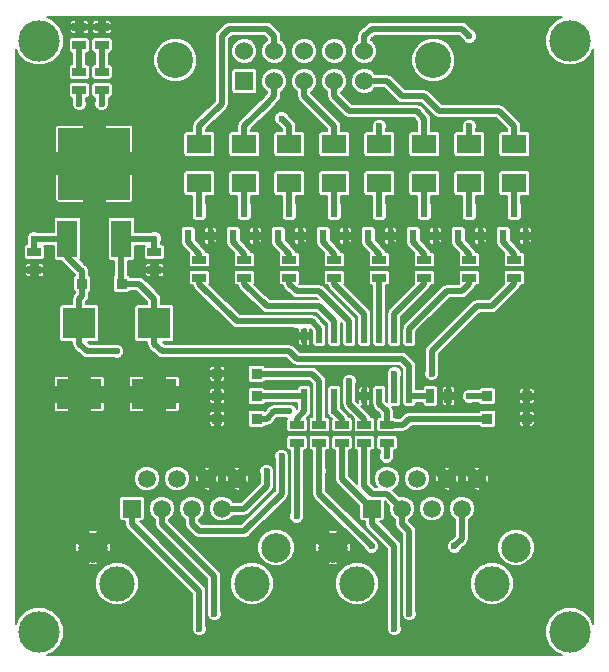
<source format=gtl>
G04 (created by PCBNEW (2013-may-18)-stable) date Wed 22 Oct 2014 04:49:01 PM CEST*
%MOIN*%
G04 Gerber Fmt 3.4, Leading zero omitted, Abs format*
%FSLAX34Y34*%
G01*
G70*
G90*
G04 APERTURE LIST*
%ADD10C,0.00590551*%
%ADD11C,0.11811*%
%ADD12R,0.0591X0.0591*%
%ADD13C,0.0591*%
%ADD14C,0.0984252*%
%ADD15C,0.137795*%
%ADD16C,0.12*%
%ADD17R,0.06X0.06*%
%ADD18C,0.06*%
%ADD19R,0.1063X0.1004*%
%ADD20R,0.1496X0.1004*%
%ADD21R,0.0236X0.0394*%
%ADD22R,0.0335X0.0335*%
%ADD23R,0.02X0.045*%
%ADD24R,0.08X0.06*%
%ADD25R,0.045X0.025*%
%ADD26R,0.025X0.045*%
%ADD27R,0.065X0.12*%
%ADD28R,0.24X0.24*%
%ADD29C,0.023622*%
%ADD30C,0.019685*%
%ADD31C,0.0067*%
G04 APERTURE END LIST*
G54D10*
G54D11*
X55250Y-32500D03*
X50750Y-32500D03*
G54D12*
X51250Y-30000D03*
G54D13*
X51750Y-29000D03*
X52250Y-30000D03*
X52750Y-29000D03*
X53250Y-30000D03*
X53750Y-29000D03*
X54250Y-30000D03*
X54750Y-29000D03*
G54D14*
X49950Y-31299D03*
X56050Y-31299D03*
G54D11*
X47250Y-32500D03*
X42750Y-32500D03*
G54D12*
X43250Y-30000D03*
G54D13*
X43750Y-29000D03*
X44250Y-30000D03*
X44750Y-29000D03*
X45250Y-30000D03*
X45750Y-29000D03*
X46250Y-30000D03*
X46750Y-29000D03*
G54D14*
X41950Y-31299D03*
X48050Y-31299D03*
G54D15*
X40150Y-14400D03*
X40150Y-34100D03*
X57850Y-34100D03*
X57850Y-14400D03*
G54D16*
X53300Y-15050D03*
X44700Y-15050D03*
G54D17*
X47000Y-15750D03*
G54D18*
X47000Y-14750D03*
X48000Y-15750D03*
X48000Y-14750D03*
X49000Y-15750D03*
X49000Y-14750D03*
X50000Y-15750D03*
X50000Y-14750D03*
X51000Y-15750D03*
X51000Y-14750D03*
G54D19*
X44000Y-23819D03*
G54D20*
X44000Y-26181D03*
G54D21*
X46625Y-20916D03*
X47000Y-20084D03*
X47375Y-20916D03*
X55625Y-20916D03*
X56000Y-20084D03*
X56375Y-20916D03*
X48125Y-20916D03*
X48500Y-20084D03*
X48875Y-20916D03*
X54125Y-20916D03*
X54500Y-20084D03*
X54875Y-20916D03*
X45125Y-20916D03*
X45500Y-20084D03*
X45875Y-20916D03*
X52625Y-20916D03*
X53000Y-20084D03*
X53375Y-20916D03*
X51125Y-20916D03*
X51500Y-20084D03*
X51875Y-20916D03*
X49625Y-20916D03*
X50000Y-20084D03*
X50375Y-20916D03*
G54D22*
X41591Y-22500D03*
X42909Y-22500D03*
G54D23*
X52500Y-24250D03*
X52000Y-24250D03*
X51500Y-24250D03*
X51000Y-24250D03*
X50500Y-24250D03*
X50000Y-24250D03*
X49500Y-24250D03*
X49000Y-24250D03*
X49000Y-26250D03*
X49500Y-26250D03*
X50000Y-26250D03*
X50500Y-26250D03*
X51000Y-26250D03*
X51500Y-26250D03*
X52000Y-26250D03*
X52500Y-26250D03*
G54D24*
X51500Y-19150D03*
X51500Y-17850D03*
X48500Y-19150D03*
X48500Y-17850D03*
X50000Y-19150D03*
X50000Y-17850D03*
X47000Y-19150D03*
X47000Y-17850D03*
X53000Y-19150D03*
X53000Y-17850D03*
X54500Y-19150D03*
X54500Y-17850D03*
X56000Y-19150D03*
X56000Y-17850D03*
X45500Y-19150D03*
X45500Y-17850D03*
G54D25*
X42250Y-16050D03*
X42250Y-15450D03*
X56000Y-21700D03*
X56000Y-22300D03*
X40000Y-21450D03*
X40000Y-22050D03*
X54500Y-21700D03*
X54500Y-22300D03*
X53000Y-21700D03*
X53000Y-22300D03*
X51500Y-21700D03*
X51500Y-22300D03*
X42250Y-14550D03*
X42250Y-13950D03*
X41500Y-16050D03*
X41500Y-15450D03*
X50000Y-21700D03*
X50000Y-22300D03*
X41500Y-14550D03*
X41500Y-13950D03*
G54D26*
X53200Y-26250D03*
X53800Y-26250D03*
G54D25*
X48500Y-21700D03*
X48500Y-22300D03*
X45500Y-21700D03*
X45500Y-22300D03*
X47000Y-21700D03*
X47000Y-22300D03*
G54D27*
X41100Y-21000D03*
G54D28*
X42000Y-18500D03*
G54D27*
X42900Y-21000D03*
G54D19*
X41500Y-23819D03*
G54D20*
X41500Y-26181D03*
G54D25*
X44000Y-21450D03*
X44000Y-22050D03*
G54D22*
X55091Y-27000D03*
X56409Y-27000D03*
X47409Y-27000D03*
X46091Y-27000D03*
X47409Y-25500D03*
X46091Y-25500D03*
X55091Y-26250D03*
X56409Y-26250D03*
X47409Y-26250D03*
X46091Y-26250D03*
G54D25*
X51750Y-27800D03*
X51750Y-27200D03*
X50250Y-27800D03*
X50250Y-27200D03*
X49500Y-27800D03*
X49500Y-27200D03*
X51000Y-27800D03*
X51000Y-27200D03*
X48750Y-27200D03*
X48750Y-27800D03*
G54D29*
X42750Y-24750D03*
X41500Y-16500D03*
X40000Y-21000D03*
X42250Y-16500D03*
X44000Y-21000D03*
X52000Y-34000D03*
X45500Y-34000D03*
X48250Y-28250D03*
X51750Y-28250D03*
X48750Y-30250D03*
X46000Y-33500D03*
X52500Y-33500D03*
X53250Y-25500D03*
X52000Y-25500D03*
X56750Y-21500D03*
X55250Y-21500D03*
X53750Y-21500D03*
X52250Y-21500D03*
X50750Y-21500D03*
X49250Y-21500D03*
X47750Y-21500D03*
X46250Y-21500D03*
X48500Y-26750D03*
X50000Y-26750D03*
X54500Y-26250D03*
X50500Y-25750D03*
X51250Y-31250D03*
X54000Y-31250D03*
X49500Y-28750D03*
X47750Y-28750D03*
X54500Y-14250D03*
X54500Y-17250D03*
X51500Y-17250D03*
X48250Y-17000D03*
G54D30*
X41500Y-23819D02*
X41500Y-24500D01*
X41750Y-24750D02*
X42750Y-24750D01*
X41500Y-24500D02*
X41750Y-24750D01*
X41500Y-16050D02*
X41500Y-16500D01*
X41591Y-22500D02*
X41591Y-22909D01*
X41591Y-22909D02*
X41500Y-23000D01*
X41500Y-23000D02*
X41500Y-23819D01*
X41591Y-22500D02*
X41591Y-22091D01*
X41100Y-21600D02*
X41500Y-22000D01*
X41100Y-21600D02*
X41100Y-21000D01*
X41591Y-22091D02*
X41500Y-22000D01*
X40000Y-21450D02*
X40000Y-21000D01*
X40000Y-21000D02*
X41100Y-21000D01*
X52500Y-26250D02*
X53200Y-26250D01*
X42250Y-16050D02*
X42250Y-16500D01*
X52500Y-26250D02*
X52500Y-25250D01*
X52250Y-25000D02*
X52500Y-25250D01*
X44250Y-24750D02*
X48500Y-24750D01*
X44000Y-24500D02*
X44250Y-24750D01*
X44000Y-24500D02*
X44000Y-23819D01*
X48500Y-24750D02*
X48750Y-25000D01*
X48750Y-25000D02*
X52250Y-25000D01*
X44000Y-21000D02*
X44000Y-21450D01*
X42900Y-21000D02*
X44000Y-21000D01*
X44000Y-21000D02*
X44000Y-21000D01*
X42909Y-22500D02*
X43500Y-22500D01*
X43500Y-22500D02*
X44000Y-23000D01*
X44000Y-23000D02*
X44000Y-23819D01*
X42900Y-21000D02*
X42900Y-22491D01*
X42900Y-22491D02*
X42909Y-22500D01*
X51250Y-30000D02*
X51250Y-30500D01*
X52000Y-31250D02*
X52000Y-31750D01*
X51250Y-30500D02*
X52000Y-31250D01*
X52000Y-33500D02*
X52000Y-31750D01*
X45500Y-32750D02*
X45500Y-33500D01*
X43250Y-30500D02*
X44500Y-31750D01*
X44500Y-31750D02*
X44500Y-31750D01*
X44500Y-31750D02*
X45500Y-32750D01*
X43250Y-30500D02*
X43250Y-30000D01*
X45500Y-33500D02*
X45500Y-34000D01*
X52000Y-34000D02*
X52000Y-33500D01*
X50250Y-27800D02*
X50250Y-29000D01*
X50250Y-29000D02*
X51250Y-30000D01*
X45500Y-30750D02*
X47000Y-30750D01*
X45250Y-30500D02*
X45500Y-30750D01*
X45250Y-30000D02*
X45250Y-30500D01*
X47000Y-30750D02*
X48250Y-29500D01*
X51750Y-27800D02*
X51750Y-28250D01*
X48250Y-28250D02*
X48250Y-29500D01*
X48250Y-29500D02*
X48250Y-29500D01*
X48750Y-27800D02*
X48750Y-30250D01*
X52250Y-30000D02*
X52250Y-30250D01*
X52500Y-30750D02*
X52500Y-31750D01*
X52250Y-30500D02*
X52500Y-30750D01*
X52250Y-30250D02*
X52250Y-30500D01*
X52500Y-33500D02*
X52500Y-31750D01*
X46000Y-33250D02*
X46000Y-33500D01*
X44250Y-30500D02*
X44250Y-30000D01*
X45000Y-31250D02*
X46000Y-32250D01*
X45000Y-31250D02*
X45000Y-31250D01*
X44250Y-30500D02*
X45000Y-31250D01*
X46000Y-32250D02*
X46000Y-33250D01*
X51000Y-27800D02*
X51000Y-29250D01*
X51250Y-29500D02*
X51000Y-29250D01*
X51750Y-29500D02*
X52250Y-30000D01*
X51750Y-29500D02*
X51250Y-29500D01*
X53250Y-25000D02*
X53250Y-24750D01*
X56000Y-22500D02*
X56000Y-22300D01*
X55250Y-23250D02*
X56000Y-22500D01*
X54750Y-23250D02*
X55250Y-23250D01*
X53250Y-24750D02*
X54750Y-23250D01*
X53250Y-25000D02*
X53250Y-25000D01*
X53250Y-25000D02*
X53250Y-25500D01*
X52000Y-25500D02*
X52000Y-26250D01*
X52500Y-24250D02*
X52500Y-24000D01*
X54500Y-22500D02*
X54500Y-22300D01*
X54250Y-22750D02*
X54500Y-22500D01*
X53750Y-22750D02*
X54250Y-22750D01*
X52500Y-24000D02*
X53750Y-22750D01*
X52000Y-24250D02*
X52000Y-23500D01*
X53000Y-22500D02*
X53000Y-22300D01*
X52000Y-23500D02*
X53000Y-22500D01*
X51500Y-24250D02*
X51500Y-22300D01*
X51000Y-24250D02*
X51000Y-23500D01*
X50000Y-22500D02*
X50000Y-22300D01*
X51000Y-23500D02*
X50000Y-22500D01*
X50500Y-24250D02*
X50500Y-23750D01*
X48500Y-22500D02*
X48500Y-22300D01*
X48750Y-22750D02*
X48500Y-22500D01*
X49500Y-22750D02*
X48750Y-22750D01*
X50500Y-23750D02*
X49500Y-22750D01*
X50000Y-24250D02*
X50000Y-23750D01*
X47000Y-22500D02*
X47000Y-22300D01*
X47750Y-23250D02*
X47000Y-22500D01*
X49500Y-23250D02*
X47750Y-23250D01*
X50000Y-23750D02*
X49500Y-23250D01*
X49500Y-24250D02*
X49500Y-24000D01*
X45500Y-22500D02*
X45500Y-22300D01*
X46750Y-23750D02*
X45500Y-22500D01*
X49250Y-23750D02*
X46750Y-23750D01*
X49500Y-24000D02*
X49250Y-23750D01*
X56375Y-20916D02*
X56375Y-21125D01*
X56375Y-21125D02*
X56750Y-21500D01*
X55250Y-21500D02*
X54875Y-21125D01*
X54875Y-21125D02*
X54875Y-20916D01*
X53750Y-21500D02*
X53375Y-21125D01*
X53375Y-21125D02*
X53375Y-20916D01*
X51875Y-20916D02*
X51875Y-21125D01*
X51875Y-21125D02*
X52250Y-21500D01*
X50375Y-20916D02*
X50375Y-21125D01*
X50375Y-21125D02*
X50750Y-21500D01*
X48875Y-20916D02*
X48875Y-21125D01*
X48875Y-21125D02*
X49250Y-21500D01*
X47375Y-20916D02*
X47375Y-21125D01*
X47375Y-21125D02*
X47750Y-21500D01*
X46250Y-21500D02*
X45875Y-21125D01*
X45875Y-21125D02*
X45875Y-20916D01*
X51500Y-19150D02*
X51500Y-20084D01*
X51125Y-20916D02*
X51125Y-21125D01*
X51500Y-21500D02*
X51500Y-21700D01*
X51125Y-21125D02*
X51500Y-21500D01*
X53000Y-19150D02*
X53000Y-20084D01*
X52625Y-20916D02*
X52625Y-21125D01*
X53000Y-21500D02*
X53000Y-21700D01*
X52625Y-21125D02*
X53000Y-21500D01*
X54125Y-20916D02*
X54125Y-21125D01*
X54500Y-21500D02*
X54500Y-21700D01*
X54125Y-21125D02*
X54500Y-21500D01*
X56000Y-19150D02*
X56000Y-20000D01*
X56000Y-20000D02*
X56000Y-20084D01*
X55625Y-20916D02*
X55625Y-21125D01*
X56000Y-21500D02*
X56000Y-21700D01*
X55625Y-21125D02*
X56000Y-21500D01*
X54500Y-19150D02*
X54500Y-20084D01*
X50000Y-19150D02*
X50000Y-20084D01*
X49625Y-20916D02*
X49625Y-21125D01*
X50000Y-21500D02*
X50000Y-21700D01*
X49625Y-21125D02*
X50000Y-21500D01*
X48500Y-19150D02*
X48500Y-20084D01*
X47409Y-25500D02*
X49250Y-25500D01*
X49500Y-25750D02*
X49500Y-26250D01*
X49250Y-25500D02*
X49500Y-25750D01*
X49500Y-27200D02*
X49500Y-26250D01*
X47409Y-27000D02*
X47750Y-27000D01*
X48000Y-26750D02*
X48500Y-26750D01*
X47750Y-27000D02*
X48000Y-26750D01*
X50000Y-26750D02*
X50250Y-27000D01*
X50250Y-27000D02*
X50250Y-27200D01*
X50000Y-26750D02*
X50000Y-26250D01*
X49000Y-26250D02*
X47409Y-26250D01*
X48750Y-27200D02*
X48750Y-27000D01*
X49000Y-26750D02*
X49000Y-26250D01*
X48750Y-27000D02*
X49000Y-26750D01*
X51750Y-27200D02*
X52300Y-27200D01*
X52500Y-27000D02*
X55091Y-27000D01*
X52300Y-27200D02*
X52500Y-27000D01*
X51500Y-26250D02*
X51500Y-26500D01*
X51750Y-26750D02*
X51750Y-27200D01*
X51500Y-26500D02*
X51750Y-26750D01*
X50500Y-26250D02*
X50500Y-25750D01*
X54500Y-26250D02*
X55091Y-26250D01*
X50500Y-26250D02*
X50500Y-26500D01*
X51000Y-27000D02*
X51000Y-27200D01*
X50500Y-26500D02*
X51000Y-27000D01*
X45500Y-20084D02*
X45500Y-19150D01*
X45125Y-20916D02*
X45125Y-21125D01*
X45500Y-21500D02*
X45500Y-21700D01*
X45125Y-21125D02*
X45500Y-21500D01*
X47000Y-19150D02*
X47000Y-20084D01*
X46625Y-20916D02*
X46625Y-21125D01*
X47000Y-21500D02*
X47000Y-21700D01*
X46625Y-21125D02*
X47000Y-21500D01*
X48125Y-20916D02*
X48125Y-21125D01*
X48500Y-21500D02*
X48500Y-21700D01*
X48125Y-21125D02*
X48500Y-21500D01*
X42250Y-15450D02*
X42250Y-14550D01*
X41500Y-15450D02*
X41500Y-14550D01*
X54000Y-31250D02*
X54250Y-31000D01*
X54250Y-30000D02*
X54250Y-31000D01*
X49500Y-29500D02*
X49500Y-28750D01*
X49500Y-29500D02*
X51250Y-31250D01*
X46250Y-30000D02*
X47000Y-30000D01*
X47750Y-29250D02*
X47000Y-30000D01*
X47750Y-28750D02*
X47750Y-29250D01*
X49500Y-27800D02*
X49500Y-28750D01*
X53500Y-16750D02*
X55500Y-16750D01*
X55500Y-16750D02*
X56000Y-17250D01*
X56000Y-17250D02*
X56000Y-17850D01*
X52250Y-16250D02*
X53000Y-16250D01*
X51750Y-15750D02*
X52250Y-16250D01*
X51000Y-15750D02*
X51750Y-15750D01*
X53000Y-16250D02*
X53500Y-16750D01*
X51000Y-14250D02*
X51250Y-14000D01*
X51250Y-14000D02*
X54250Y-14000D01*
X54250Y-14000D02*
X54500Y-14250D01*
X51000Y-14750D02*
X51000Y-14250D01*
X54500Y-17250D02*
X54500Y-17850D01*
X52750Y-16750D02*
X50500Y-16750D01*
X53000Y-17000D02*
X52750Y-16750D01*
X53000Y-17850D02*
X53000Y-17000D01*
X50000Y-16250D02*
X50000Y-15750D01*
X50500Y-16750D02*
X50000Y-16250D01*
X51500Y-17850D02*
X51500Y-17250D01*
X49000Y-15750D02*
X49000Y-16250D01*
X50000Y-17250D02*
X49000Y-16250D01*
X50000Y-17250D02*
X50000Y-17850D01*
X48500Y-17850D02*
X48500Y-17250D01*
X48500Y-17250D02*
X48250Y-17000D01*
X47750Y-16500D02*
X48000Y-16250D01*
X47000Y-17250D02*
X47750Y-16500D01*
X47000Y-17850D02*
X47000Y-17250D01*
X48000Y-16250D02*
X48000Y-15750D01*
X46500Y-14000D02*
X47750Y-14000D01*
X46250Y-14250D02*
X46500Y-14000D01*
X45500Y-17850D02*
X45500Y-17250D01*
X45500Y-17250D02*
X46250Y-16500D01*
X46250Y-16500D02*
X46250Y-14250D01*
X48000Y-14250D02*
X48000Y-14750D01*
X47750Y-14000D02*
X48000Y-14250D01*
G54D10*
G36*
X58629Y-33833D02*
X58547Y-33634D01*
X58316Y-33403D01*
X58014Y-33277D01*
X57687Y-33277D01*
X57384Y-33402D01*
X57153Y-33633D01*
X57027Y-33935D01*
X57027Y-34262D01*
X57152Y-34565D01*
X57383Y-34796D01*
X57583Y-34879D01*
X56677Y-34879D01*
X56677Y-27147D01*
X56677Y-26852D01*
X56677Y-26397D01*
X56677Y-26102D01*
X56676Y-26062D01*
X56661Y-26025D01*
X56633Y-25997D01*
X56596Y-25981D01*
X56593Y-25981D01*
X56593Y-21093D01*
X56593Y-20738D01*
X56593Y-20698D01*
X56578Y-20661D01*
X56549Y-20633D01*
X56533Y-20627D01*
X56533Y-19423D01*
X56533Y-18823D01*
X56533Y-18123D01*
X56533Y-17523D01*
X56513Y-17474D01*
X56475Y-17436D01*
X56426Y-17416D01*
X56373Y-17416D01*
X56231Y-17416D01*
X56231Y-17250D01*
X56231Y-17250D01*
X56231Y-17250D01*
X56214Y-17161D01*
X56163Y-17086D01*
X56163Y-17086D01*
X55663Y-16586D01*
X55588Y-16535D01*
X55500Y-16518D01*
X55499Y-16518D01*
X54751Y-16518D01*
X54751Y-14200D01*
X54713Y-14107D01*
X54642Y-14036D01*
X54594Y-14017D01*
X54413Y-13836D01*
X54338Y-13785D01*
X54250Y-13768D01*
X54249Y-13768D01*
X51250Y-13768D01*
X51161Y-13785D01*
X51086Y-13836D01*
X51086Y-13836D01*
X50836Y-14086D01*
X50785Y-14161D01*
X50768Y-14250D01*
X50768Y-14250D01*
X50768Y-14376D01*
X50754Y-14382D01*
X50632Y-14504D01*
X50566Y-14663D01*
X50566Y-14835D01*
X50632Y-14995D01*
X50754Y-15117D01*
X50913Y-15183D01*
X51085Y-15183D01*
X51245Y-15117D01*
X51367Y-14995D01*
X51433Y-14836D01*
X51433Y-14664D01*
X51367Y-14504D01*
X51245Y-14382D01*
X51231Y-14376D01*
X51231Y-14346D01*
X51346Y-14231D01*
X54153Y-14231D01*
X54267Y-14345D01*
X54286Y-14392D01*
X54357Y-14463D01*
X54449Y-14501D01*
X54549Y-14501D01*
X54642Y-14463D01*
X54713Y-14392D01*
X54751Y-14300D01*
X54751Y-14200D01*
X54751Y-16518D01*
X54033Y-16518D01*
X54033Y-14904D01*
X53922Y-14635D01*
X53716Y-14428D01*
X53446Y-14316D01*
X53154Y-14316D01*
X52885Y-14427D01*
X52678Y-14633D01*
X52566Y-14903D01*
X52566Y-15195D01*
X52677Y-15464D01*
X52883Y-15671D01*
X53153Y-15783D01*
X53445Y-15783D01*
X53714Y-15672D01*
X53921Y-15466D01*
X54033Y-15196D01*
X54033Y-14904D01*
X54033Y-16518D01*
X53596Y-16518D01*
X53163Y-16086D01*
X53088Y-16035D01*
X53000Y-16018D01*
X52999Y-16018D01*
X52346Y-16018D01*
X51913Y-15586D01*
X51838Y-15535D01*
X51750Y-15518D01*
X51749Y-15518D01*
X51373Y-15518D01*
X51367Y-15504D01*
X51245Y-15382D01*
X51086Y-15316D01*
X50914Y-15316D01*
X50754Y-15382D01*
X50632Y-15504D01*
X50566Y-15663D01*
X50566Y-15835D01*
X50632Y-15995D01*
X50754Y-16117D01*
X50913Y-16183D01*
X51085Y-16183D01*
X51245Y-16117D01*
X51367Y-15995D01*
X51373Y-15981D01*
X51653Y-15981D01*
X52086Y-16413D01*
X52086Y-16413D01*
X52161Y-16464D01*
X52250Y-16481D01*
X52250Y-16481D01*
X52250Y-16481D01*
X52903Y-16481D01*
X53336Y-16913D01*
X53336Y-16913D01*
X53411Y-16964D01*
X53500Y-16981D01*
X53500Y-16981D01*
X53500Y-16981D01*
X55403Y-16981D01*
X55768Y-17346D01*
X55768Y-17416D01*
X55573Y-17416D01*
X55524Y-17436D01*
X55486Y-17474D01*
X55466Y-17523D01*
X55466Y-17576D01*
X55466Y-18176D01*
X55486Y-18225D01*
X55524Y-18263D01*
X55573Y-18283D01*
X55626Y-18283D01*
X56426Y-18283D01*
X56475Y-18263D01*
X56513Y-18225D01*
X56533Y-18176D01*
X56533Y-18123D01*
X56533Y-18823D01*
X56513Y-18774D01*
X56475Y-18736D01*
X56426Y-18716D01*
X56373Y-18716D01*
X55573Y-18716D01*
X55524Y-18736D01*
X55486Y-18774D01*
X55466Y-18823D01*
X55466Y-18876D01*
X55466Y-19476D01*
X55486Y-19525D01*
X55524Y-19563D01*
X55573Y-19583D01*
X55626Y-19583D01*
X55768Y-19583D01*
X55768Y-19813D01*
X55748Y-19860D01*
X55748Y-19913D01*
X55748Y-20307D01*
X55768Y-20356D01*
X55806Y-20394D01*
X55855Y-20414D01*
X55908Y-20414D01*
X56144Y-20414D01*
X56193Y-20394D01*
X56231Y-20356D01*
X56251Y-20307D01*
X56251Y-20254D01*
X56251Y-19860D01*
X56231Y-19813D01*
X56231Y-19583D01*
X56426Y-19583D01*
X56475Y-19563D01*
X56513Y-19525D01*
X56533Y-19476D01*
X56533Y-19423D01*
X56533Y-20627D01*
X56512Y-20618D01*
X56459Y-20618D01*
X56434Y-20643D01*
X56434Y-20817D01*
X56568Y-20817D01*
X56593Y-20792D01*
X56593Y-20738D01*
X56593Y-21093D01*
X56593Y-21039D01*
X56568Y-21014D01*
X56434Y-21014D01*
X56434Y-21188D01*
X56459Y-21213D01*
X56512Y-21213D01*
X56549Y-21198D01*
X56578Y-21170D01*
X56593Y-21133D01*
X56593Y-21093D01*
X56593Y-25981D01*
X56517Y-25982D01*
X56492Y-26007D01*
X56492Y-26166D01*
X56651Y-26166D01*
X56677Y-26141D01*
X56677Y-26102D01*
X56677Y-26397D01*
X56677Y-26358D01*
X56651Y-26333D01*
X56492Y-26333D01*
X56492Y-26492D01*
X56517Y-26518D01*
X56596Y-26518D01*
X56633Y-26502D01*
X56661Y-26474D01*
X56676Y-26437D01*
X56677Y-26397D01*
X56677Y-26852D01*
X56676Y-26812D01*
X56661Y-26775D01*
X56633Y-26747D01*
X56596Y-26731D01*
X56517Y-26732D01*
X56492Y-26757D01*
X56492Y-26916D01*
X56651Y-26916D01*
X56677Y-26891D01*
X56677Y-26852D01*
X56677Y-27147D01*
X56677Y-27108D01*
X56651Y-27083D01*
X56492Y-27083D01*
X56492Y-27242D01*
X56517Y-27268D01*
X56596Y-27268D01*
X56633Y-27252D01*
X56661Y-27224D01*
X56676Y-27187D01*
X56677Y-27147D01*
X56677Y-34879D01*
X56675Y-34879D01*
X56675Y-31175D01*
X56580Y-30945D01*
X56404Y-30769D01*
X56358Y-30749D01*
X56358Y-22398D01*
X56358Y-22148D01*
X56358Y-21798D01*
X56358Y-21548D01*
X56338Y-21499D01*
X56316Y-21477D01*
X56316Y-21188D01*
X56316Y-21014D01*
X56316Y-20817D01*
X56316Y-20643D01*
X56290Y-20618D01*
X56237Y-20618D01*
X56200Y-20633D01*
X56171Y-20661D01*
X56156Y-20698D01*
X56156Y-20738D01*
X56156Y-20792D01*
X56181Y-20817D01*
X56316Y-20817D01*
X56316Y-21014D01*
X56181Y-21014D01*
X56156Y-21039D01*
X56156Y-21093D01*
X56156Y-21133D01*
X56171Y-21170D01*
X56200Y-21198D01*
X56237Y-21213D01*
X56290Y-21213D01*
X56316Y-21188D01*
X56316Y-21477D01*
X56300Y-21461D01*
X56251Y-21441D01*
X56220Y-21441D01*
X56214Y-21411D01*
X56163Y-21336D01*
X56163Y-21336D01*
X55876Y-21048D01*
X55876Y-20692D01*
X55856Y-20643D01*
X55818Y-20605D01*
X55769Y-20585D01*
X55716Y-20585D01*
X55480Y-20585D01*
X55431Y-20605D01*
X55393Y-20643D01*
X55373Y-20692D01*
X55373Y-20745D01*
X55373Y-21139D01*
X55393Y-21188D01*
X55408Y-21203D01*
X55410Y-21213D01*
X55461Y-21288D01*
X55666Y-21494D01*
X55661Y-21499D01*
X55641Y-21548D01*
X55641Y-21601D01*
X55641Y-21851D01*
X55661Y-21900D01*
X55699Y-21938D01*
X55748Y-21958D01*
X55801Y-21958D01*
X56251Y-21958D01*
X56300Y-21938D01*
X56338Y-21900D01*
X56358Y-21851D01*
X56358Y-21798D01*
X56358Y-22148D01*
X56338Y-22099D01*
X56300Y-22061D01*
X56251Y-22041D01*
X56198Y-22041D01*
X55748Y-22041D01*
X55699Y-22061D01*
X55661Y-22099D01*
X55641Y-22148D01*
X55641Y-22201D01*
X55641Y-22451D01*
X55661Y-22500D01*
X55666Y-22505D01*
X55153Y-23018D01*
X55093Y-23018D01*
X55093Y-21093D01*
X55093Y-20738D01*
X55093Y-20698D01*
X55078Y-20661D01*
X55049Y-20633D01*
X55033Y-20627D01*
X55033Y-19423D01*
X55033Y-18823D01*
X55033Y-18123D01*
X55033Y-17523D01*
X55013Y-17474D01*
X54975Y-17436D01*
X54926Y-17416D01*
X54873Y-17416D01*
X54731Y-17416D01*
X54731Y-17347D01*
X54751Y-17300D01*
X54751Y-17200D01*
X54713Y-17107D01*
X54642Y-17036D01*
X54550Y-16998D01*
X54450Y-16998D01*
X54357Y-17036D01*
X54286Y-17107D01*
X54248Y-17199D01*
X54248Y-17299D01*
X54268Y-17347D01*
X54268Y-17416D01*
X54073Y-17416D01*
X54024Y-17436D01*
X53986Y-17474D01*
X53966Y-17523D01*
X53966Y-17576D01*
X53966Y-18176D01*
X53986Y-18225D01*
X54024Y-18263D01*
X54073Y-18283D01*
X54126Y-18283D01*
X54926Y-18283D01*
X54975Y-18263D01*
X55013Y-18225D01*
X55033Y-18176D01*
X55033Y-18123D01*
X55033Y-18823D01*
X55013Y-18774D01*
X54975Y-18736D01*
X54926Y-18716D01*
X54873Y-18716D01*
X54073Y-18716D01*
X54024Y-18736D01*
X53986Y-18774D01*
X53966Y-18823D01*
X53966Y-18876D01*
X53966Y-19476D01*
X53986Y-19525D01*
X54024Y-19563D01*
X54073Y-19583D01*
X54126Y-19583D01*
X54268Y-19583D01*
X54268Y-19813D01*
X54248Y-19860D01*
X54248Y-19913D01*
X54248Y-20307D01*
X54268Y-20356D01*
X54306Y-20394D01*
X54355Y-20414D01*
X54408Y-20414D01*
X54644Y-20414D01*
X54693Y-20394D01*
X54731Y-20356D01*
X54751Y-20307D01*
X54751Y-20254D01*
X54751Y-19860D01*
X54731Y-19813D01*
X54731Y-19583D01*
X54926Y-19583D01*
X54975Y-19563D01*
X55013Y-19525D01*
X55033Y-19476D01*
X55033Y-19423D01*
X55033Y-20627D01*
X55012Y-20618D01*
X54959Y-20618D01*
X54934Y-20643D01*
X54934Y-20817D01*
X55068Y-20817D01*
X55093Y-20792D01*
X55093Y-20738D01*
X55093Y-21093D01*
X55093Y-21039D01*
X55068Y-21014D01*
X54934Y-21014D01*
X54934Y-21188D01*
X54959Y-21213D01*
X55012Y-21213D01*
X55049Y-21198D01*
X55078Y-21170D01*
X55093Y-21133D01*
X55093Y-21093D01*
X55093Y-23018D01*
X54858Y-23018D01*
X54858Y-22398D01*
X54858Y-22148D01*
X54858Y-21798D01*
X54858Y-21548D01*
X54838Y-21499D01*
X54816Y-21477D01*
X54816Y-21188D01*
X54816Y-21014D01*
X54816Y-20817D01*
X54816Y-20643D01*
X54790Y-20618D01*
X54737Y-20618D01*
X54700Y-20633D01*
X54671Y-20661D01*
X54656Y-20698D01*
X54656Y-20738D01*
X54656Y-20792D01*
X54681Y-20817D01*
X54816Y-20817D01*
X54816Y-21014D01*
X54681Y-21014D01*
X54656Y-21039D01*
X54656Y-21093D01*
X54656Y-21133D01*
X54671Y-21170D01*
X54700Y-21198D01*
X54737Y-21213D01*
X54790Y-21213D01*
X54816Y-21188D01*
X54816Y-21477D01*
X54800Y-21461D01*
X54751Y-21441D01*
X54720Y-21441D01*
X54714Y-21411D01*
X54663Y-21336D01*
X54663Y-21336D01*
X54376Y-21048D01*
X54376Y-20692D01*
X54356Y-20643D01*
X54318Y-20605D01*
X54269Y-20585D01*
X54216Y-20585D01*
X53980Y-20585D01*
X53931Y-20605D01*
X53893Y-20643D01*
X53873Y-20692D01*
X53873Y-20745D01*
X53873Y-21139D01*
X53893Y-21188D01*
X53908Y-21203D01*
X53910Y-21213D01*
X53961Y-21288D01*
X54166Y-21494D01*
X54161Y-21499D01*
X54141Y-21548D01*
X54141Y-21601D01*
X54141Y-21851D01*
X54161Y-21900D01*
X54199Y-21938D01*
X54248Y-21958D01*
X54301Y-21958D01*
X54751Y-21958D01*
X54800Y-21938D01*
X54838Y-21900D01*
X54858Y-21851D01*
X54858Y-21798D01*
X54858Y-22148D01*
X54838Y-22099D01*
X54800Y-22061D01*
X54751Y-22041D01*
X54698Y-22041D01*
X54248Y-22041D01*
X54199Y-22061D01*
X54161Y-22099D01*
X54141Y-22148D01*
X54141Y-22201D01*
X54141Y-22451D01*
X54161Y-22500D01*
X54166Y-22505D01*
X54153Y-22518D01*
X53750Y-22518D01*
X53750Y-22518D01*
X53661Y-22535D01*
X53593Y-22580D01*
X53593Y-21093D01*
X53593Y-20738D01*
X53593Y-20698D01*
X53578Y-20661D01*
X53549Y-20633D01*
X53533Y-20627D01*
X53533Y-19423D01*
X53533Y-18823D01*
X53533Y-18123D01*
X53533Y-17523D01*
X53513Y-17474D01*
X53475Y-17436D01*
X53426Y-17416D01*
X53373Y-17416D01*
X53231Y-17416D01*
X53231Y-17000D01*
X53214Y-16911D01*
X53163Y-16836D01*
X53163Y-16836D01*
X52913Y-16586D01*
X52838Y-16535D01*
X52750Y-16518D01*
X52749Y-16518D01*
X50596Y-16518D01*
X50231Y-16153D01*
X50231Y-16123D01*
X50245Y-16117D01*
X50367Y-15995D01*
X50433Y-15836D01*
X50433Y-15664D01*
X50433Y-14664D01*
X50367Y-14504D01*
X50245Y-14382D01*
X50086Y-14316D01*
X49914Y-14316D01*
X49754Y-14382D01*
X49632Y-14504D01*
X49566Y-14663D01*
X49566Y-14835D01*
X49632Y-14995D01*
X49754Y-15117D01*
X49913Y-15183D01*
X50085Y-15183D01*
X50245Y-15117D01*
X50367Y-14995D01*
X50433Y-14836D01*
X50433Y-14664D01*
X50433Y-15664D01*
X50367Y-15504D01*
X50245Y-15382D01*
X50086Y-15316D01*
X49914Y-15316D01*
X49754Y-15382D01*
X49632Y-15504D01*
X49566Y-15663D01*
X49566Y-15835D01*
X49632Y-15995D01*
X49754Y-16117D01*
X49768Y-16123D01*
X49768Y-16249D01*
X49768Y-16250D01*
X49785Y-16338D01*
X49836Y-16413D01*
X50336Y-16913D01*
X50336Y-16913D01*
X50411Y-16964D01*
X50500Y-16981D01*
X50500Y-16981D01*
X50500Y-16981D01*
X52653Y-16981D01*
X52768Y-17096D01*
X52768Y-17416D01*
X52573Y-17416D01*
X52524Y-17436D01*
X52486Y-17474D01*
X52466Y-17523D01*
X52466Y-17576D01*
X52466Y-18176D01*
X52486Y-18225D01*
X52524Y-18263D01*
X52573Y-18283D01*
X52626Y-18283D01*
X53426Y-18283D01*
X53475Y-18263D01*
X53513Y-18225D01*
X53533Y-18176D01*
X53533Y-18123D01*
X53533Y-18823D01*
X53513Y-18774D01*
X53475Y-18736D01*
X53426Y-18716D01*
X53373Y-18716D01*
X52573Y-18716D01*
X52524Y-18736D01*
X52486Y-18774D01*
X52466Y-18823D01*
X52466Y-18876D01*
X52466Y-19476D01*
X52486Y-19525D01*
X52524Y-19563D01*
X52573Y-19583D01*
X52626Y-19583D01*
X52768Y-19583D01*
X52768Y-19813D01*
X52748Y-19860D01*
X52748Y-19913D01*
X52748Y-20307D01*
X52768Y-20356D01*
X52806Y-20394D01*
X52855Y-20414D01*
X52908Y-20414D01*
X53144Y-20414D01*
X53193Y-20394D01*
X53231Y-20356D01*
X53251Y-20307D01*
X53251Y-20254D01*
X53251Y-19860D01*
X53231Y-19813D01*
X53231Y-19583D01*
X53426Y-19583D01*
X53475Y-19563D01*
X53513Y-19525D01*
X53533Y-19476D01*
X53533Y-19423D01*
X53533Y-20627D01*
X53512Y-20618D01*
X53459Y-20618D01*
X53434Y-20643D01*
X53434Y-20817D01*
X53568Y-20817D01*
X53593Y-20792D01*
X53593Y-20738D01*
X53593Y-21093D01*
X53593Y-21039D01*
X53568Y-21014D01*
X53434Y-21014D01*
X53434Y-21188D01*
X53459Y-21213D01*
X53512Y-21213D01*
X53549Y-21198D01*
X53578Y-21170D01*
X53593Y-21133D01*
X53593Y-21093D01*
X53593Y-22580D01*
X53586Y-22586D01*
X53586Y-22586D01*
X53358Y-22813D01*
X53358Y-22398D01*
X53358Y-22148D01*
X53358Y-21798D01*
X53358Y-21548D01*
X53338Y-21499D01*
X53316Y-21477D01*
X53316Y-21188D01*
X53316Y-21014D01*
X53316Y-20817D01*
X53316Y-20643D01*
X53290Y-20618D01*
X53237Y-20618D01*
X53200Y-20633D01*
X53171Y-20661D01*
X53156Y-20698D01*
X53156Y-20738D01*
X53156Y-20792D01*
X53181Y-20817D01*
X53316Y-20817D01*
X53316Y-21014D01*
X53181Y-21014D01*
X53156Y-21039D01*
X53156Y-21093D01*
X53156Y-21133D01*
X53171Y-21170D01*
X53200Y-21198D01*
X53237Y-21213D01*
X53290Y-21213D01*
X53316Y-21188D01*
X53316Y-21477D01*
X53300Y-21461D01*
X53251Y-21441D01*
X53220Y-21441D01*
X53214Y-21411D01*
X53163Y-21336D01*
X53163Y-21336D01*
X52876Y-21048D01*
X52876Y-20692D01*
X52856Y-20643D01*
X52818Y-20605D01*
X52769Y-20585D01*
X52716Y-20585D01*
X52480Y-20585D01*
X52431Y-20605D01*
X52393Y-20643D01*
X52373Y-20692D01*
X52373Y-20745D01*
X52373Y-21139D01*
X52393Y-21188D01*
X52408Y-21203D01*
X52410Y-21213D01*
X52461Y-21288D01*
X52666Y-21494D01*
X52661Y-21499D01*
X52641Y-21548D01*
X52641Y-21601D01*
X52641Y-21851D01*
X52661Y-21900D01*
X52699Y-21938D01*
X52748Y-21958D01*
X52801Y-21958D01*
X53251Y-21958D01*
X53300Y-21938D01*
X53338Y-21900D01*
X53358Y-21851D01*
X53358Y-21798D01*
X53358Y-22148D01*
X53338Y-22099D01*
X53300Y-22061D01*
X53251Y-22041D01*
X53198Y-22041D01*
X52748Y-22041D01*
X52699Y-22061D01*
X52661Y-22099D01*
X52641Y-22148D01*
X52641Y-22201D01*
X52641Y-22451D01*
X52661Y-22500D01*
X52666Y-22505D01*
X52093Y-23078D01*
X52093Y-21093D01*
X52093Y-20738D01*
X52093Y-20698D01*
X52078Y-20661D01*
X52049Y-20633D01*
X52033Y-20627D01*
X52033Y-19423D01*
X52033Y-18823D01*
X52033Y-18123D01*
X52033Y-17523D01*
X52013Y-17474D01*
X51975Y-17436D01*
X51926Y-17416D01*
X51873Y-17416D01*
X51731Y-17416D01*
X51731Y-17347D01*
X51751Y-17300D01*
X51751Y-17200D01*
X51713Y-17107D01*
X51642Y-17036D01*
X51550Y-16998D01*
X51450Y-16998D01*
X51357Y-17036D01*
X51286Y-17107D01*
X51248Y-17199D01*
X51248Y-17299D01*
X51268Y-17347D01*
X51268Y-17416D01*
X51073Y-17416D01*
X51024Y-17436D01*
X50986Y-17474D01*
X50966Y-17523D01*
X50966Y-17576D01*
X50966Y-18176D01*
X50986Y-18225D01*
X51024Y-18263D01*
X51073Y-18283D01*
X51126Y-18283D01*
X51926Y-18283D01*
X51975Y-18263D01*
X52013Y-18225D01*
X52033Y-18176D01*
X52033Y-18123D01*
X52033Y-18823D01*
X52013Y-18774D01*
X51975Y-18736D01*
X51926Y-18716D01*
X51873Y-18716D01*
X51073Y-18716D01*
X51024Y-18736D01*
X50986Y-18774D01*
X50966Y-18823D01*
X50966Y-18876D01*
X50966Y-19476D01*
X50986Y-19525D01*
X51024Y-19563D01*
X51073Y-19583D01*
X51126Y-19583D01*
X51268Y-19583D01*
X51268Y-19813D01*
X51248Y-19860D01*
X51248Y-19913D01*
X51248Y-20307D01*
X51268Y-20356D01*
X51306Y-20394D01*
X51355Y-20414D01*
X51408Y-20414D01*
X51644Y-20414D01*
X51693Y-20394D01*
X51731Y-20356D01*
X51751Y-20307D01*
X51751Y-20254D01*
X51751Y-19860D01*
X51731Y-19813D01*
X51731Y-19583D01*
X51926Y-19583D01*
X51975Y-19563D01*
X52013Y-19525D01*
X52033Y-19476D01*
X52033Y-19423D01*
X52033Y-20627D01*
X52012Y-20618D01*
X51959Y-20618D01*
X51934Y-20643D01*
X51934Y-20817D01*
X52068Y-20817D01*
X52093Y-20792D01*
X52093Y-20738D01*
X52093Y-21093D01*
X52093Y-21039D01*
X52068Y-21014D01*
X51934Y-21014D01*
X51934Y-21188D01*
X51959Y-21213D01*
X52012Y-21213D01*
X52049Y-21198D01*
X52078Y-21170D01*
X52093Y-21133D01*
X52093Y-21093D01*
X52093Y-23078D01*
X51858Y-23313D01*
X51858Y-22398D01*
X51858Y-22148D01*
X51858Y-21798D01*
X51858Y-21548D01*
X51838Y-21499D01*
X51816Y-21477D01*
X51816Y-21188D01*
X51816Y-21014D01*
X51816Y-20817D01*
X51816Y-20643D01*
X51790Y-20618D01*
X51737Y-20618D01*
X51700Y-20633D01*
X51671Y-20661D01*
X51656Y-20698D01*
X51656Y-20738D01*
X51656Y-20792D01*
X51681Y-20817D01*
X51816Y-20817D01*
X51816Y-21014D01*
X51681Y-21014D01*
X51656Y-21039D01*
X51656Y-21093D01*
X51656Y-21133D01*
X51671Y-21170D01*
X51700Y-21198D01*
X51737Y-21213D01*
X51790Y-21213D01*
X51816Y-21188D01*
X51816Y-21477D01*
X51800Y-21461D01*
X51751Y-21441D01*
X51720Y-21441D01*
X51714Y-21411D01*
X51663Y-21336D01*
X51663Y-21336D01*
X51376Y-21048D01*
X51376Y-20692D01*
X51356Y-20643D01*
X51318Y-20605D01*
X51269Y-20585D01*
X51216Y-20585D01*
X50980Y-20585D01*
X50931Y-20605D01*
X50893Y-20643D01*
X50873Y-20692D01*
X50873Y-20745D01*
X50873Y-21139D01*
X50893Y-21188D01*
X50908Y-21203D01*
X50910Y-21213D01*
X50961Y-21288D01*
X51166Y-21494D01*
X51161Y-21499D01*
X51141Y-21548D01*
X51141Y-21601D01*
X51141Y-21851D01*
X51161Y-21900D01*
X51199Y-21938D01*
X51248Y-21958D01*
X51301Y-21958D01*
X51751Y-21958D01*
X51800Y-21938D01*
X51838Y-21900D01*
X51858Y-21851D01*
X51858Y-21798D01*
X51858Y-22148D01*
X51838Y-22099D01*
X51800Y-22061D01*
X51751Y-22041D01*
X51698Y-22041D01*
X51248Y-22041D01*
X51199Y-22061D01*
X51161Y-22099D01*
X51141Y-22148D01*
X51141Y-22201D01*
X51141Y-22451D01*
X51161Y-22500D01*
X51199Y-22538D01*
X51248Y-22558D01*
X51268Y-22558D01*
X51268Y-23994D01*
X51266Y-23998D01*
X51266Y-24051D01*
X51266Y-24501D01*
X51286Y-24550D01*
X51324Y-24588D01*
X51373Y-24608D01*
X51426Y-24608D01*
X51626Y-24608D01*
X51675Y-24588D01*
X51713Y-24550D01*
X51733Y-24501D01*
X51733Y-24448D01*
X51733Y-23998D01*
X51731Y-23994D01*
X51731Y-22558D01*
X51751Y-22558D01*
X51800Y-22538D01*
X51838Y-22500D01*
X51858Y-22451D01*
X51858Y-22398D01*
X51858Y-23313D01*
X51836Y-23336D01*
X51785Y-23411D01*
X51768Y-23500D01*
X51768Y-23500D01*
X51768Y-23994D01*
X51766Y-23998D01*
X51766Y-24051D01*
X51766Y-24501D01*
X51786Y-24550D01*
X51824Y-24588D01*
X51873Y-24608D01*
X51926Y-24608D01*
X52126Y-24608D01*
X52175Y-24588D01*
X52213Y-24550D01*
X52233Y-24501D01*
X52233Y-24448D01*
X52233Y-23998D01*
X52231Y-23994D01*
X52231Y-23596D01*
X53163Y-22663D01*
X53163Y-22663D01*
X53163Y-22663D01*
X53214Y-22588D01*
X53220Y-22558D01*
X53251Y-22558D01*
X53300Y-22538D01*
X53338Y-22500D01*
X53358Y-22451D01*
X53358Y-22398D01*
X53358Y-22813D01*
X52336Y-23836D01*
X52285Y-23911D01*
X52270Y-23989D01*
X52266Y-23998D01*
X52266Y-24051D01*
X52266Y-24501D01*
X52286Y-24550D01*
X52324Y-24588D01*
X52373Y-24608D01*
X52426Y-24608D01*
X52626Y-24608D01*
X52675Y-24588D01*
X52713Y-24550D01*
X52733Y-24501D01*
X52733Y-24448D01*
X52733Y-24094D01*
X53846Y-22981D01*
X54249Y-22981D01*
X54250Y-22981D01*
X54250Y-22981D01*
X54338Y-22964D01*
X54413Y-22913D01*
X54663Y-22663D01*
X54663Y-22663D01*
X54663Y-22663D01*
X54714Y-22588D01*
X54720Y-22558D01*
X54751Y-22558D01*
X54800Y-22538D01*
X54838Y-22500D01*
X54858Y-22451D01*
X54858Y-22398D01*
X54858Y-23018D01*
X54750Y-23018D01*
X54661Y-23035D01*
X54586Y-23086D01*
X54586Y-23086D01*
X53086Y-24586D01*
X53035Y-24661D01*
X53018Y-24750D01*
X53018Y-24750D01*
X53018Y-25000D01*
X53018Y-25402D01*
X52998Y-25449D01*
X52998Y-25549D01*
X53036Y-25642D01*
X53107Y-25713D01*
X53199Y-25751D01*
X53299Y-25751D01*
X53392Y-25713D01*
X53463Y-25642D01*
X53501Y-25550D01*
X53501Y-25450D01*
X53481Y-25402D01*
X53481Y-25000D01*
X53481Y-24846D01*
X54846Y-23481D01*
X55249Y-23481D01*
X55250Y-23481D01*
X55250Y-23481D01*
X55338Y-23464D01*
X55413Y-23413D01*
X56163Y-22663D01*
X56163Y-22663D01*
X56163Y-22663D01*
X56214Y-22588D01*
X56214Y-22588D01*
X56220Y-22558D01*
X56251Y-22558D01*
X56300Y-22538D01*
X56338Y-22500D01*
X56358Y-22451D01*
X56358Y-22398D01*
X56358Y-30749D01*
X56325Y-30736D01*
X56325Y-27242D01*
X56325Y-27083D01*
X56325Y-26916D01*
X56325Y-26757D01*
X56325Y-26492D01*
X56325Y-26333D01*
X56325Y-26166D01*
X56325Y-26007D01*
X56300Y-25982D01*
X56221Y-25981D01*
X56184Y-25997D01*
X56156Y-26025D01*
X56141Y-26062D01*
X56140Y-26102D01*
X56141Y-26141D01*
X56166Y-26166D01*
X56325Y-26166D01*
X56325Y-26333D01*
X56166Y-26333D01*
X56141Y-26358D01*
X56140Y-26397D01*
X56141Y-26437D01*
X56156Y-26474D01*
X56184Y-26502D01*
X56221Y-26518D01*
X56300Y-26518D01*
X56325Y-26492D01*
X56325Y-26757D01*
X56300Y-26732D01*
X56221Y-26731D01*
X56184Y-26747D01*
X56156Y-26775D01*
X56141Y-26812D01*
X56140Y-26852D01*
X56141Y-26891D01*
X56166Y-26916D01*
X56325Y-26916D01*
X56325Y-27083D01*
X56166Y-27083D01*
X56141Y-27108D01*
X56140Y-27147D01*
X56141Y-27187D01*
X56156Y-27224D01*
X56184Y-27252D01*
X56221Y-27268D01*
X56300Y-27268D01*
X56325Y-27242D01*
X56325Y-30736D01*
X56174Y-30673D01*
X55926Y-30673D01*
X55696Y-30768D01*
X55519Y-30944D01*
X55424Y-31174D01*
X55424Y-31423D01*
X55519Y-31653D01*
X55695Y-31829D01*
X55925Y-31924D01*
X56173Y-31924D01*
X56403Y-31829D01*
X56580Y-31654D01*
X56675Y-31424D01*
X56675Y-31175D01*
X56675Y-34879D01*
X55974Y-34879D01*
X55974Y-32356D01*
X55864Y-32090D01*
X55660Y-31886D01*
X55394Y-31776D01*
X55392Y-31776D01*
X55392Y-27141D01*
X55392Y-26806D01*
X55392Y-26391D01*
X55392Y-26056D01*
X55371Y-26006D01*
X55334Y-25969D01*
X55285Y-25949D01*
X55232Y-25948D01*
X54897Y-25948D01*
X54847Y-25969D01*
X54810Y-26006D01*
X54805Y-26018D01*
X54597Y-26018D01*
X54550Y-25998D01*
X54450Y-25998D01*
X54357Y-26036D01*
X54286Y-26107D01*
X54248Y-26199D01*
X54248Y-26299D01*
X54286Y-26392D01*
X54357Y-26463D01*
X54449Y-26501D01*
X54549Y-26501D01*
X54597Y-26481D01*
X54805Y-26481D01*
X54810Y-26493D01*
X54847Y-26530D01*
X54896Y-26550D01*
X54949Y-26551D01*
X55284Y-26551D01*
X55334Y-26530D01*
X55371Y-26493D01*
X55391Y-26444D01*
X55392Y-26391D01*
X55392Y-26806D01*
X55371Y-26756D01*
X55334Y-26719D01*
X55285Y-26699D01*
X55232Y-26698D01*
X54897Y-26698D01*
X54847Y-26719D01*
X54810Y-26756D01*
X54805Y-26768D01*
X54025Y-26768D01*
X54025Y-26455D01*
X54025Y-26044D01*
X54025Y-26004D01*
X54010Y-25967D01*
X53981Y-25939D01*
X53944Y-25924D01*
X53887Y-25924D01*
X53862Y-25949D01*
X53862Y-26137D01*
X54000Y-26137D01*
X54025Y-26112D01*
X54025Y-26044D01*
X54025Y-26455D01*
X54025Y-26387D01*
X54000Y-26362D01*
X53862Y-26362D01*
X53862Y-26550D01*
X53887Y-26575D01*
X53944Y-26575D01*
X53981Y-26560D01*
X54010Y-26532D01*
X54025Y-26495D01*
X54025Y-26455D01*
X54025Y-26768D01*
X53737Y-26768D01*
X53737Y-26550D01*
X53737Y-26362D01*
X53737Y-26137D01*
X53737Y-25949D01*
X53712Y-25924D01*
X53655Y-25924D01*
X53618Y-25939D01*
X53589Y-25967D01*
X53574Y-26004D01*
X53574Y-26044D01*
X53574Y-26112D01*
X53599Y-26137D01*
X53737Y-26137D01*
X53737Y-26362D01*
X53599Y-26362D01*
X53574Y-26387D01*
X53574Y-26455D01*
X53574Y-26495D01*
X53589Y-26532D01*
X53618Y-26560D01*
X53655Y-26575D01*
X53712Y-26575D01*
X53737Y-26550D01*
X53737Y-26768D01*
X53458Y-26768D01*
X53458Y-26448D01*
X53458Y-25998D01*
X53438Y-25949D01*
X53400Y-25911D01*
X53351Y-25891D01*
X53298Y-25891D01*
X53048Y-25891D01*
X52999Y-25911D01*
X52961Y-25949D01*
X52941Y-25998D01*
X52941Y-26018D01*
X52733Y-26018D01*
X52733Y-25998D01*
X52731Y-25994D01*
X52731Y-25250D01*
X52714Y-25161D01*
X52663Y-25086D01*
X52663Y-25086D01*
X52413Y-24836D01*
X52338Y-24785D01*
X52250Y-24768D01*
X52249Y-24768D01*
X51233Y-24768D01*
X51233Y-24448D01*
X51233Y-23998D01*
X51231Y-23994D01*
X51231Y-23500D01*
X51214Y-23411D01*
X51163Y-23336D01*
X51163Y-23336D01*
X50593Y-22765D01*
X50593Y-21093D01*
X50593Y-20738D01*
X50593Y-20698D01*
X50578Y-20661D01*
X50549Y-20633D01*
X50533Y-20627D01*
X50533Y-19423D01*
X50533Y-18823D01*
X50533Y-18123D01*
X50533Y-17523D01*
X50513Y-17474D01*
X50475Y-17436D01*
X50426Y-17416D01*
X50373Y-17416D01*
X50231Y-17416D01*
X50231Y-17250D01*
X50214Y-17161D01*
X50163Y-17086D01*
X50163Y-17086D01*
X49231Y-16153D01*
X49231Y-16123D01*
X49245Y-16117D01*
X49367Y-15995D01*
X49433Y-15836D01*
X49433Y-15664D01*
X49433Y-14664D01*
X49367Y-14504D01*
X49245Y-14382D01*
X49086Y-14316D01*
X48914Y-14316D01*
X48754Y-14382D01*
X48632Y-14504D01*
X48566Y-14663D01*
X48566Y-14835D01*
X48632Y-14995D01*
X48754Y-15117D01*
X48913Y-15183D01*
X49085Y-15183D01*
X49245Y-15117D01*
X49367Y-14995D01*
X49433Y-14836D01*
X49433Y-14664D01*
X49433Y-15664D01*
X49367Y-15504D01*
X49245Y-15382D01*
X49086Y-15316D01*
X48914Y-15316D01*
X48754Y-15382D01*
X48632Y-15504D01*
X48566Y-15663D01*
X48566Y-15835D01*
X48632Y-15995D01*
X48754Y-16117D01*
X48768Y-16123D01*
X48768Y-16249D01*
X48768Y-16250D01*
X48785Y-16338D01*
X48836Y-16413D01*
X49768Y-17346D01*
X49768Y-17416D01*
X49573Y-17416D01*
X49524Y-17436D01*
X49486Y-17474D01*
X49466Y-17523D01*
X49466Y-17576D01*
X49466Y-18176D01*
X49486Y-18225D01*
X49524Y-18263D01*
X49573Y-18283D01*
X49626Y-18283D01*
X50426Y-18283D01*
X50475Y-18263D01*
X50513Y-18225D01*
X50533Y-18176D01*
X50533Y-18123D01*
X50533Y-18823D01*
X50513Y-18774D01*
X50475Y-18736D01*
X50426Y-18716D01*
X50373Y-18716D01*
X49573Y-18716D01*
X49524Y-18736D01*
X49486Y-18774D01*
X49466Y-18823D01*
X49466Y-18876D01*
X49466Y-19476D01*
X49486Y-19525D01*
X49524Y-19563D01*
X49573Y-19583D01*
X49626Y-19583D01*
X49768Y-19583D01*
X49768Y-19813D01*
X49748Y-19860D01*
X49748Y-19913D01*
X49748Y-20307D01*
X49768Y-20356D01*
X49806Y-20394D01*
X49855Y-20414D01*
X49908Y-20414D01*
X50144Y-20414D01*
X50193Y-20394D01*
X50231Y-20356D01*
X50251Y-20307D01*
X50251Y-20254D01*
X50251Y-19860D01*
X50231Y-19813D01*
X50231Y-19583D01*
X50426Y-19583D01*
X50475Y-19563D01*
X50513Y-19525D01*
X50533Y-19476D01*
X50533Y-19423D01*
X50533Y-20627D01*
X50512Y-20618D01*
X50459Y-20618D01*
X50434Y-20643D01*
X50434Y-20817D01*
X50568Y-20817D01*
X50593Y-20792D01*
X50593Y-20738D01*
X50593Y-21093D01*
X50593Y-21039D01*
X50568Y-21014D01*
X50434Y-21014D01*
X50434Y-21188D01*
X50459Y-21213D01*
X50512Y-21213D01*
X50549Y-21198D01*
X50578Y-21170D01*
X50593Y-21133D01*
X50593Y-21093D01*
X50593Y-22765D01*
X50333Y-22505D01*
X50338Y-22500D01*
X50358Y-22451D01*
X50358Y-22398D01*
X50358Y-22148D01*
X50358Y-21798D01*
X50358Y-21548D01*
X50338Y-21499D01*
X50316Y-21477D01*
X50316Y-21188D01*
X50316Y-21014D01*
X50316Y-20817D01*
X50316Y-20643D01*
X50290Y-20618D01*
X50237Y-20618D01*
X50200Y-20633D01*
X50171Y-20661D01*
X50156Y-20698D01*
X50156Y-20738D01*
X50156Y-20792D01*
X50181Y-20817D01*
X50316Y-20817D01*
X50316Y-21014D01*
X50181Y-21014D01*
X50156Y-21039D01*
X50156Y-21093D01*
X50156Y-21133D01*
X50171Y-21170D01*
X50200Y-21198D01*
X50237Y-21213D01*
X50290Y-21213D01*
X50316Y-21188D01*
X50316Y-21477D01*
X50300Y-21461D01*
X50251Y-21441D01*
X50220Y-21441D01*
X50214Y-21411D01*
X50163Y-21336D01*
X50163Y-21336D01*
X49876Y-21048D01*
X49876Y-20692D01*
X49856Y-20643D01*
X49818Y-20605D01*
X49769Y-20585D01*
X49716Y-20585D01*
X49480Y-20585D01*
X49431Y-20605D01*
X49393Y-20643D01*
X49373Y-20692D01*
X49373Y-20745D01*
X49373Y-21139D01*
X49393Y-21188D01*
X49408Y-21203D01*
X49410Y-21213D01*
X49461Y-21288D01*
X49666Y-21494D01*
X49661Y-21499D01*
X49641Y-21548D01*
X49641Y-21601D01*
X49641Y-21851D01*
X49661Y-21900D01*
X49699Y-21938D01*
X49748Y-21958D01*
X49801Y-21958D01*
X50251Y-21958D01*
X50300Y-21938D01*
X50338Y-21900D01*
X50358Y-21851D01*
X50358Y-21798D01*
X50358Y-22148D01*
X50338Y-22099D01*
X50300Y-22061D01*
X50251Y-22041D01*
X50198Y-22041D01*
X49748Y-22041D01*
X49699Y-22061D01*
X49661Y-22099D01*
X49641Y-22148D01*
X49641Y-22201D01*
X49641Y-22451D01*
X49661Y-22500D01*
X49699Y-22538D01*
X49748Y-22558D01*
X49779Y-22558D01*
X49785Y-22588D01*
X49836Y-22663D01*
X50768Y-23596D01*
X50768Y-23994D01*
X50766Y-23998D01*
X50766Y-24051D01*
X50766Y-24501D01*
X50786Y-24550D01*
X50824Y-24588D01*
X50873Y-24608D01*
X50926Y-24608D01*
X51126Y-24608D01*
X51175Y-24588D01*
X51213Y-24550D01*
X51233Y-24501D01*
X51233Y-24448D01*
X51233Y-24768D01*
X50733Y-24768D01*
X50733Y-24448D01*
X50733Y-23998D01*
X50731Y-23994D01*
X50731Y-23750D01*
X50714Y-23661D01*
X50663Y-23586D01*
X50663Y-23586D01*
X49663Y-22586D01*
X49588Y-22535D01*
X49500Y-22518D01*
X49499Y-22518D01*
X49093Y-22518D01*
X49093Y-21093D01*
X49093Y-20738D01*
X49093Y-20698D01*
X49078Y-20661D01*
X49049Y-20633D01*
X49033Y-20627D01*
X49033Y-19423D01*
X49033Y-18823D01*
X49033Y-18123D01*
X49033Y-17523D01*
X49013Y-17474D01*
X48975Y-17436D01*
X48926Y-17416D01*
X48873Y-17416D01*
X48731Y-17416D01*
X48731Y-17250D01*
X48714Y-17161D01*
X48663Y-17086D01*
X48663Y-17086D01*
X48482Y-16904D01*
X48463Y-16857D01*
X48433Y-16827D01*
X48433Y-15664D01*
X48433Y-14664D01*
X48367Y-14504D01*
X48245Y-14382D01*
X48231Y-14376D01*
X48231Y-14250D01*
X48214Y-14161D01*
X48163Y-14086D01*
X48163Y-14086D01*
X47913Y-13836D01*
X47838Y-13785D01*
X47750Y-13768D01*
X47749Y-13768D01*
X46500Y-13768D01*
X46411Y-13785D01*
X46336Y-13836D01*
X46336Y-13836D01*
X46086Y-14086D01*
X46035Y-14161D01*
X46018Y-14250D01*
X46018Y-14250D01*
X46018Y-16403D01*
X45433Y-16988D01*
X45433Y-14904D01*
X45322Y-14635D01*
X45116Y-14428D01*
X44846Y-14316D01*
X44554Y-14316D01*
X44285Y-14427D01*
X44078Y-14633D01*
X43966Y-14903D01*
X43966Y-15195D01*
X44077Y-15464D01*
X44283Y-15671D01*
X44553Y-15783D01*
X44845Y-15783D01*
X45114Y-15672D01*
X45321Y-15466D01*
X45433Y-15196D01*
X45433Y-14904D01*
X45433Y-16988D01*
X45336Y-17086D01*
X45285Y-17161D01*
X45268Y-17250D01*
X45268Y-17250D01*
X45268Y-17416D01*
X45073Y-17416D01*
X45024Y-17436D01*
X44986Y-17474D01*
X44966Y-17523D01*
X44966Y-17576D01*
X44966Y-18176D01*
X44986Y-18225D01*
X45024Y-18263D01*
X45073Y-18283D01*
X45126Y-18283D01*
X45926Y-18283D01*
X45975Y-18263D01*
X46013Y-18225D01*
X46033Y-18176D01*
X46033Y-18123D01*
X46033Y-17523D01*
X46013Y-17474D01*
X45975Y-17436D01*
X45926Y-17416D01*
X45873Y-17416D01*
X45731Y-17416D01*
X45731Y-17346D01*
X46413Y-16663D01*
X46413Y-16663D01*
X46413Y-16663D01*
X46464Y-16588D01*
X46464Y-16588D01*
X46478Y-16514D01*
X46481Y-16500D01*
X46481Y-16500D01*
X46481Y-16500D01*
X46481Y-14346D01*
X46596Y-14231D01*
X47653Y-14231D01*
X47768Y-14346D01*
X47768Y-14376D01*
X47754Y-14382D01*
X47632Y-14504D01*
X47566Y-14663D01*
X47566Y-14835D01*
X47632Y-14995D01*
X47754Y-15117D01*
X47913Y-15183D01*
X48085Y-15183D01*
X48245Y-15117D01*
X48367Y-14995D01*
X48433Y-14836D01*
X48433Y-14664D01*
X48433Y-15664D01*
X48367Y-15504D01*
X48245Y-15382D01*
X48086Y-15316D01*
X47914Y-15316D01*
X47754Y-15382D01*
X47632Y-15504D01*
X47566Y-15663D01*
X47566Y-15835D01*
X47632Y-15995D01*
X47754Y-16117D01*
X47768Y-16123D01*
X47768Y-16153D01*
X47586Y-16336D01*
X47586Y-16336D01*
X47433Y-16488D01*
X47433Y-14664D01*
X47367Y-14504D01*
X47245Y-14382D01*
X47086Y-14316D01*
X46914Y-14316D01*
X46754Y-14382D01*
X46632Y-14504D01*
X46566Y-14663D01*
X46566Y-14835D01*
X46632Y-14995D01*
X46754Y-15117D01*
X46913Y-15183D01*
X47085Y-15183D01*
X47245Y-15117D01*
X47367Y-14995D01*
X47433Y-14836D01*
X47433Y-14664D01*
X47433Y-16488D01*
X47433Y-16488D01*
X47433Y-16023D01*
X47433Y-15423D01*
X47413Y-15374D01*
X47375Y-15336D01*
X47326Y-15316D01*
X47273Y-15316D01*
X46673Y-15316D01*
X46624Y-15336D01*
X46586Y-15374D01*
X46566Y-15423D01*
X46566Y-15476D01*
X46566Y-16076D01*
X46586Y-16125D01*
X46624Y-16163D01*
X46673Y-16183D01*
X46726Y-16183D01*
X47326Y-16183D01*
X47375Y-16163D01*
X47413Y-16125D01*
X47433Y-16076D01*
X47433Y-16023D01*
X47433Y-16488D01*
X46836Y-17086D01*
X46785Y-17161D01*
X46768Y-17250D01*
X46768Y-17250D01*
X46768Y-17416D01*
X46573Y-17416D01*
X46524Y-17436D01*
X46486Y-17474D01*
X46466Y-17523D01*
X46466Y-17576D01*
X46466Y-18176D01*
X46486Y-18225D01*
X46524Y-18263D01*
X46573Y-18283D01*
X46626Y-18283D01*
X47426Y-18283D01*
X47475Y-18263D01*
X47513Y-18225D01*
X47533Y-18176D01*
X47533Y-18123D01*
X47533Y-17523D01*
X47513Y-17474D01*
X47475Y-17436D01*
X47426Y-17416D01*
X47373Y-17416D01*
X47231Y-17416D01*
X47231Y-17346D01*
X47913Y-16663D01*
X47913Y-16663D01*
X47913Y-16663D01*
X48163Y-16413D01*
X48163Y-16413D01*
X48163Y-16413D01*
X48214Y-16338D01*
X48231Y-16250D01*
X48231Y-16123D01*
X48245Y-16117D01*
X48367Y-15995D01*
X48433Y-15836D01*
X48433Y-15664D01*
X48433Y-16827D01*
X48392Y-16786D01*
X48300Y-16748D01*
X48200Y-16748D01*
X48107Y-16786D01*
X48036Y-16857D01*
X47998Y-16949D01*
X47998Y-17049D01*
X48036Y-17142D01*
X48107Y-17213D01*
X48155Y-17232D01*
X48268Y-17346D01*
X48268Y-17416D01*
X48073Y-17416D01*
X48024Y-17436D01*
X47986Y-17474D01*
X47966Y-17523D01*
X47966Y-17576D01*
X47966Y-18176D01*
X47986Y-18225D01*
X48024Y-18263D01*
X48073Y-18283D01*
X48126Y-18283D01*
X48926Y-18283D01*
X48975Y-18263D01*
X49013Y-18225D01*
X49033Y-18176D01*
X49033Y-18123D01*
X49033Y-18823D01*
X49013Y-18774D01*
X48975Y-18736D01*
X48926Y-18716D01*
X48873Y-18716D01*
X48073Y-18716D01*
X48024Y-18736D01*
X47986Y-18774D01*
X47966Y-18823D01*
X47966Y-18876D01*
X47966Y-19476D01*
X47986Y-19525D01*
X48024Y-19563D01*
X48073Y-19583D01*
X48126Y-19583D01*
X48268Y-19583D01*
X48268Y-19813D01*
X48248Y-19860D01*
X48248Y-19913D01*
X48248Y-20307D01*
X48268Y-20356D01*
X48306Y-20394D01*
X48355Y-20414D01*
X48408Y-20414D01*
X48644Y-20414D01*
X48693Y-20394D01*
X48731Y-20356D01*
X48751Y-20307D01*
X48751Y-20254D01*
X48751Y-19860D01*
X48731Y-19813D01*
X48731Y-19583D01*
X48926Y-19583D01*
X48975Y-19563D01*
X49013Y-19525D01*
X49033Y-19476D01*
X49033Y-19423D01*
X49033Y-20627D01*
X49012Y-20618D01*
X48959Y-20618D01*
X48934Y-20643D01*
X48934Y-20817D01*
X49068Y-20817D01*
X49093Y-20792D01*
X49093Y-20738D01*
X49093Y-21093D01*
X49093Y-21039D01*
X49068Y-21014D01*
X48934Y-21014D01*
X48934Y-21188D01*
X48959Y-21213D01*
X49012Y-21213D01*
X49049Y-21198D01*
X49078Y-21170D01*
X49093Y-21133D01*
X49093Y-21093D01*
X49093Y-22518D01*
X48846Y-22518D01*
X48833Y-22505D01*
X48838Y-22500D01*
X48858Y-22451D01*
X48858Y-22398D01*
X48858Y-22148D01*
X48858Y-21798D01*
X48858Y-21548D01*
X48838Y-21499D01*
X48816Y-21477D01*
X48816Y-21188D01*
X48816Y-21014D01*
X48816Y-20817D01*
X48816Y-20643D01*
X48790Y-20618D01*
X48737Y-20618D01*
X48700Y-20633D01*
X48671Y-20661D01*
X48656Y-20698D01*
X48656Y-20738D01*
X48656Y-20792D01*
X48681Y-20817D01*
X48816Y-20817D01*
X48816Y-21014D01*
X48681Y-21014D01*
X48656Y-21039D01*
X48656Y-21093D01*
X48656Y-21133D01*
X48671Y-21170D01*
X48700Y-21198D01*
X48737Y-21213D01*
X48790Y-21213D01*
X48816Y-21188D01*
X48816Y-21477D01*
X48800Y-21461D01*
X48751Y-21441D01*
X48720Y-21441D01*
X48714Y-21411D01*
X48663Y-21336D01*
X48663Y-21336D01*
X48376Y-21048D01*
X48376Y-20692D01*
X48356Y-20643D01*
X48318Y-20605D01*
X48269Y-20585D01*
X48216Y-20585D01*
X47980Y-20585D01*
X47931Y-20605D01*
X47893Y-20643D01*
X47873Y-20692D01*
X47873Y-20745D01*
X47873Y-21139D01*
X47893Y-21188D01*
X47908Y-21203D01*
X47910Y-21213D01*
X47961Y-21288D01*
X48166Y-21494D01*
X48161Y-21499D01*
X48141Y-21548D01*
X48141Y-21601D01*
X48141Y-21851D01*
X48161Y-21900D01*
X48199Y-21938D01*
X48248Y-21958D01*
X48301Y-21958D01*
X48751Y-21958D01*
X48800Y-21938D01*
X48838Y-21900D01*
X48858Y-21851D01*
X48858Y-21798D01*
X48858Y-22148D01*
X48838Y-22099D01*
X48800Y-22061D01*
X48751Y-22041D01*
X48698Y-22041D01*
X48248Y-22041D01*
X48199Y-22061D01*
X48161Y-22099D01*
X48141Y-22148D01*
X48141Y-22201D01*
X48141Y-22451D01*
X48161Y-22500D01*
X48199Y-22538D01*
X48248Y-22558D01*
X48279Y-22558D01*
X48285Y-22588D01*
X48336Y-22663D01*
X48586Y-22913D01*
X48586Y-22913D01*
X48661Y-22964D01*
X48750Y-22981D01*
X49403Y-22981D01*
X49440Y-23018D01*
X47846Y-23018D01*
X47593Y-22765D01*
X47593Y-21093D01*
X47593Y-20738D01*
X47593Y-20698D01*
X47578Y-20661D01*
X47549Y-20633D01*
X47533Y-20627D01*
X47533Y-19423D01*
X47533Y-18823D01*
X47513Y-18774D01*
X47475Y-18736D01*
X47426Y-18716D01*
X47373Y-18716D01*
X46573Y-18716D01*
X46524Y-18736D01*
X46486Y-18774D01*
X46466Y-18823D01*
X46466Y-18876D01*
X46466Y-19476D01*
X46486Y-19525D01*
X46524Y-19563D01*
X46573Y-19583D01*
X46626Y-19583D01*
X46768Y-19583D01*
X46768Y-19813D01*
X46748Y-19860D01*
X46748Y-19913D01*
X46748Y-20307D01*
X46768Y-20356D01*
X46806Y-20394D01*
X46855Y-20414D01*
X46908Y-20414D01*
X47144Y-20414D01*
X47193Y-20394D01*
X47231Y-20356D01*
X47251Y-20307D01*
X47251Y-20254D01*
X47251Y-19860D01*
X47231Y-19813D01*
X47231Y-19583D01*
X47426Y-19583D01*
X47475Y-19563D01*
X47513Y-19525D01*
X47533Y-19476D01*
X47533Y-19423D01*
X47533Y-20627D01*
X47512Y-20618D01*
X47459Y-20618D01*
X47434Y-20643D01*
X47434Y-20817D01*
X47568Y-20817D01*
X47593Y-20792D01*
X47593Y-20738D01*
X47593Y-21093D01*
X47593Y-21039D01*
X47568Y-21014D01*
X47434Y-21014D01*
X47434Y-21188D01*
X47459Y-21213D01*
X47512Y-21213D01*
X47549Y-21198D01*
X47578Y-21170D01*
X47593Y-21133D01*
X47593Y-21093D01*
X47593Y-22765D01*
X47333Y-22505D01*
X47338Y-22500D01*
X47358Y-22451D01*
X47358Y-22398D01*
X47358Y-22148D01*
X47358Y-21798D01*
X47358Y-21548D01*
X47338Y-21499D01*
X47316Y-21477D01*
X47316Y-21188D01*
X47316Y-21014D01*
X47316Y-20817D01*
X47316Y-20643D01*
X47290Y-20618D01*
X47237Y-20618D01*
X47200Y-20633D01*
X47171Y-20661D01*
X47156Y-20698D01*
X47156Y-20738D01*
X47156Y-20792D01*
X47181Y-20817D01*
X47316Y-20817D01*
X47316Y-21014D01*
X47181Y-21014D01*
X47156Y-21039D01*
X47156Y-21093D01*
X47156Y-21133D01*
X47171Y-21170D01*
X47200Y-21198D01*
X47237Y-21213D01*
X47290Y-21213D01*
X47316Y-21188D01*
X47316Y-21477D01*
X47300Y-21461D01*
X47251Y-21441D01*
X47220Y-21441D01*
X47214Y-21411D01*
X47163Y-21336D01*
X47163Y-21336D01*
X46876Y-21048D01*
X46876Y-20692D01*
X46856Y-20643D01*
X46818Y-20605D01*
X46769Y-20585D01*
X46716Y-20585D01*
X46480Y-20585D01*
X46431Y-20605D01*
X46393Y-20643D01*
X46373Y-20692D01*
X46373Y-20745D01*
X46373Y-21139D01*
X46393Y-21188D01*
X46408Y-21203D01*
X46410Y-21213D01*
X46461Y-21288D01*
X46666Y-21494D01*
X46661Y-21499D01*
X46641Y-21548D01*
X46641Y-21601D01*
X46641Y-21851D01*
X46661Y-21900D01*
X46699Y-21938D01*
X46748Y-21958D01*
X46801Y-21958D01*
X47251Y-21958D01*
X47300Y-21938D01*
X47338Y-21900D01*
X47358Y-21851D01*
X47358Y-21798D01*
X47358Y-22148D01*
X47338Y-22099D01*
X47300Y-22061D01*
X47251Y-22041D01*
X47198Y-22041D01*
X46748Y-22041D01*
X46699Y-22061D01*
X46661Y-22099D01*
X46641Y-22148D01*
X46641Y-22201D01*
X46641Y-22451D01*
X46661Y-22500D01*
X46699Y-22538D01*
X46748Y-22558D01*
X46779Y-22558D01*
X46785Y-22588D01*
X46836Y-22663D01*
X47586Y-23413D01*
X47586Y-23413D01*
X47661Y-23464D01*
X47735Y-23478D01*
X47749Y-23481D01*
X47749Y-23481D01*
X47750Y-23481D01*
X49403Y-23481D01*
X49768Y-23846D01*
X49768Y-23994D01*
X49766Y-23998D01*
X49766Y-24051D01*
X49766Y-24501D01*
X49786Y-24550D01*
X49824Y-24588D01*
X49873Y-24608D01*
X49926Y-24608D01*
X50126Y-24608D01*
X50175Y-24588D01*
X50213Y-24550D01*
X50233Y-24501D01*
X50233Y-24448D01*
X50233Y-23998D01*
X50231Y-23994D01*
X50231Y-23809D01*
X50268Y-23846D01*
X50268Y-23994D01*
X50266Y-23998D01*
X50266Y-24051D01*
X50266Y-24501D01*
X50286Y-24550D01*
X50324Y-24588D01*
X50373Y-24608D01*
X50426Y-24608D01*
X50626Y-24608D01*
X50675Y-24588D01*
X50713Y-24550D01*
X50733Y-24501D01*
X50733Y-24448D01*
X50733Y-24768D01*
X49733Y-24768D01*
X49733Y-24448D01*
X49733Y-23998D01*
X49729Y-23989D01*
X49714Y-23911D01*
X49663Y-23836D01*
X49663Y-23836D01*
X49413Y-23586D01*
X49338Y-23535D01*
X49250Y-23518D01*
X49249Y-23518D01*
X46846Y-23518D01*
X46093Y-22765D01*
X46093Y-21093D01*
X46093Y-20738D01*
X46093Y-20698D01*
X46078Y-20661D01*
X46049Y-20633D01*
X46033Y-20627D01*
X46033Y-19423D01*
X46033Y-18823D01*
X46013Y-18774D01*
X45975Y-18736D01*
X45926Y-18716D01*
X45873Y-18716D01*
X45073Y-18716D01*
X45024Y-18736D01*
X44986Y-18774D01*
X44966Y-18823D01*
X44966Y-18876D01*
X44966Y-19476D01*
X44986Y-19525D01*
X45024Y-19563D01*
X45073Y-19583D01*
X45126Y-19583D01*
X45268Y-19583D01*
X45268Y-19813D01*
X45248Y-19860D01*
X45248Y-19913D01*
X45248Y-20307D01*
X45268Y-20356D01*
X45306Y-20394D01*
X45355Y-20414D01*
X45408Y-20414D01*
X45644Y-20414D01*
X45693Y-20394D01*
X45731Y-20356D01*
X45751Y-20307D01*
X45751Y-20254D01*
X45751Y-19860D01*
X45731Y-19813D01*
X45731Y-19583D01*
X45926Y-19583D01*
X45975Y-19563D01*
X46013Y-19525D01*
X46033Y-19476D01*
X46033Y-19423D01*
X46033Y-20627D01*
X46012Y-20618D01*
X45959Y-20618D01*
X45934Y-20643D01*
X45934Y-20817D01*
X46068Y-20817D01*
X46093Y-20792D01*
X46093Y-20738D01*
X46093Y-21093D01*
X46093Y-21039D01*
X46068Y-21014D01*
X45934Y-21014D01*
X45934Y-21188D01*
X45959Y-21213D01*
X46012Y-21213D01*
X46049Y-21198D01*
X46078Y-21170D01*
X46093Y-21133D01*
X46093Y-21093D01*
X46093Y-22765D01*
X45833Y-22505D01*
X45838Y-22500D01*
X45858Y-22451D01*
X45858Y-22398D01*
X45858Y-22148D01*
X45858Y-21798D01*
X45858Y-21548D01*
X45838Y-21499D01*
X45816Y-21477D01*
X45816Y-21188D01*
X45816Y-21014D01*
X45816Y-20817D01*
X45816Y-20643D01*
X45790Y-20618D01*
X45737Y-20618D01*
X45700Y-20633D01*
X45671Y-20661D01*
X45656Y-20698D01*
X45656Y-20738D01*
X45656Y-20792D01*
X45681Y-20817D01*
X45816Y-20817D01*
X45816Y-21014D01*
X45681Y-21014D01*
X45656Y-21039D01*
X45656Y-21093D01*
X45656Y-21133D01*
X45671Y-21170D01*
X45700Y-21198D01*
X45737Y-21213D01*
X45790Y-21213D01*
X45816Y-21188D01*
X45816Y-21477D01*
X45800Y-21461D01*
X45751Y-21441D01*
X45720Y-21441D01*
X45714Y-21411D01*
X45663Y-21336D01*
X45663Y-21336D01*
X45376Y-21048D01*
X45376Y-20692D01*
X45356Y-20643D01*
X45318Y-20605D01*
X45269Y-20585D01*
X45216Y-20585D01*
X44980Y-20585D01*
X44931Y-20605D01*
X44893Y-20643D01*
X44873Y-20692D01*
X44873Y-20745D01*
X44873Y-21139D01*
X44893Y-21188D01*
X44908Y-21203D01*
X44910Y-21213D01*
X44961Y-21288D01*
X45166Y-21494D01*
X45161Y-21499D01*
X45141Y-21548D01*
X45141Y-21601D01*
X45141Y-21851D01*
X45161Y-21900D01*
X45199Y-21938D01*
X45248Y-21958D01*
X45301Y-21958D01*
X45751Y-21958D01*
X45800Y-21938D01*
X45838Y-21900D01*
X45858Y-21851D01*
X45858Y-21798D01*
X45858Y-22148D01*
X45838Y-22099D01*
X45800Y-22061D01*
X45751Y-22041D01*
X45698Y-22041D01*
X45248Y-22041D01*
X45199Y-22061D01*
X45161Y-22099D01*
X45141Y-22148D01*
X45141Y-22201D01*
X45141Y-22451D01*
X45161Y-22500D01*
X45199Y-22538D01*
X45248Y-22558D01*
X45279Y-22558D01*
X45285Y-22588D01*
X45336Y-22663D01*
X46586Y-23913D01*
X46586Y-23913D01*
X46661Y-23964D01*
X46750Y-23981D01*
X46750Y-23981D01*
X46750Y-23981D01*
X48639Y-23981D01*
X48639Y-24025D01*
X48799Y-24025D01*
X48799Y-24044D01*
X48799Y-24112D01*
X48824Y-24137D01*
X48950Y-24137D01*
X48950Y-24025D01*
X49050Y-24025D01*
X49050Y-24137D01*
X49175Y-24137D01*
X49200Y-24112D01*
X49200Y-24044D01*
X49200Y-24028D01*
X49266Y-24094D01*
X49266Y-24501D01*
X49286Y-24550D01*
X49324Y-24588D01*
X49373Y-24608D01*
X49426Y-24608D01*
X49626Y-24608D01*
X49675Y-24588D01*
X49713Y-24550D01*
X49733Y-24501D01*
X49733Y-24448D01*
X49733Y-24768D01*
X49200Y-24768D01*
X49200Y-24455D01*
X49200Y-24387D01*
X49175Y-24362D01*
X49050Y-24362D01*
X49050Y-24550D01*
X49075Y-24575D01*
X49119Y-24575D01*
X49156Y-24560D01*
X49185Y-24532D01*
X49200Y-24495D01*
X49200Y-24455D01*
X49200Y-24768D01*
X48950Y-24768D01*
X48950Y-24550D01*
X48950Y-24362D01*
X48824Y-24362D01*
X48799Y-24387D01*
X48799Y-24455D01*
X48799Y-24495D01*
X48814Y-24532D01*
X48843Y-24560D01*
X48880Y-24575D01*
X48924Y-24575D01*
X48950Y-24550D01*
X48950Y-24768D01*
X48846Y-24768D01*
X48663Y-24586D01*
X48588Y-24535D01*
X48500Y-24518D01*
X48499Y-24518D01*
X44346Y-24518D01*
X44282Y-24454D01*
X44557Y-24454D01*
X44607Y-24434D01*
X44644Y-24396D01*
X44664Y-24347D01*
X44665Y-24294D01*
X44665Y-23290D01*
X44644Y-23241D01*
X44607Y-23203D01*
X44558Y-23183D01*
X44505Y-23183D01*
X44325Y-23183D01*
X44325Y-22194D01*
X44325Y-21905D01*
X44310Y-21868D01*
X44282Y-21839D01*
X44245Y-21824D01*
X44205Y-21824D01*
X44137Y-21824D01*
X44112Y-21849D01*
X44112Y-21987D01*
X44300Y-21987D01*
X44325Y-21962D01*
X44325Y-21905D01*
X44325Y-22194D01*
X44325Y-22137D01*
X44300Y-22112D01*
X44112Y-22112D01*
X44112Y-22250D01*
X44137Y-22275D01*
X44205Y-22275D01*
X44245Y-22275D01*
X44282Y-22260D01*
X44310Y-22231D01*
X44325Y-22194D01*
X44325Y-23183D01*
X44231Y-23183D01*
X44231Y-23000D01*
X44231Y-23000D01*
X44231Y-23000D01*
X44214Y-22911D01*
X44163Y-22836D01*
X44163Y-22836D01*
X43887Y-22559D01*
X43887Y-22250D01*
X43887Y-22112D01*
X43887Y-21987D01*
X43887Y-21849D01*
X43862Y-21824D01*
X43794Y-21824D01*
X43754Y-21824D01*
X43717Y-21839D01*
X43689Y-21868D01*
X43674Y-21905D01*
X43674Y-21962D01*
X43699Y-21987D01*
X43887Y-21987D01*
X43887Y-22112D01*
X43699Y-22112D01*
X43674Y-22137D01*
X43674Y-22194D01*
X43689Y-22231D01*
X43717Y-22260D01*
X43754Y-22275D01*
X43794Y-22275D01*
X43862Y-22275D01*
X43887Y-22250D01*
X43887Y-22559D01*
X43663Y-22336D01*
X43588Y-22285D01*
X43500Y-22268D01*
X43499Y-22268D01*
X43194Y-22268D01*
X43189Y-22256D01*
X43152Y-22219D01*
X43131Y-22210D01*
X43131Y-21733D01*
X43251Y-21733D01*
X43300Y-21713D01*
X43338Y-21675D01*
X43358Y-21626D01*
X43358Y-21573D01*
X43358Y-21231D01*
X43679Y-21231D01*
X43661Y-21249D01*
X43641Y-21298D01*
X43641Y-21351D01*
X43641Y-21601D01*
X43661Y-21650D01*
X43699Y-21688D01*
X43748Y-21708D01*
X43801Y-21708D01*
X44251Y-21708D01*
X44300Y-21688D01*
X44338Y-21650D01*
X44358Y-21601D01*
X44358Y-21548D01*
X44358Y-21298D01*
X44338Y-21249D01*
X44300Y-21211D01*
X44251Y-21191D01*
X44231Y-21191D01*
X44231Y-21097D01*
X44251Y-21050D01*
X44251Y-20950D01*
X44213Y-20857D01*
X44142Y-20786D01*
X44050Y-20748D01*
X43950Y-20748D01*
X43902Y-20768D01*
X43358Y-20768D01*
X43358Y-20373D01*
X43338Y-20324D01*
X43300Y-20286D01*
X43300Y-20286D01*
X43300Y-19680D01*
X43300Y-17319D01*
X43300Y-17279D01*
X43285Y-17242D01*
X43256Y-17214D01*
X43219Y-17199D01*
X42608Y-17199D01*
X42608Y-16148D01*
X42608Y-15898D01*
X42608Y-15548D01*
X42608Y-15298D01*
X42588Y-15249D01*
X42550Y-15211D01*
X42501Y-15191D01*
X42481Y-15191D01*
X42481Y-14808D01*
X42501Y-14808D01*
X42550Y-14788D01*
X42588Y-14750D01*
X42608Y-14701D01*
X42608Y-14648D01*
X42608Y-14398D01*
X42588Y-14349D01*
X42575Y-14336D01*
X42575Y-14094D01*
X42575Y-13805D01*
X42560Y-13768D01*
X42532Y-13739D01*
X42495Y-13724D01*
X42455Y-13724D01*
X42387Y-13724D01*
X42362Y-13749D01*
X42362Y-13887D01*
X42550Y-13887D01*
X42575Y-13862D01*
X42575Y-13805D01*
X42575Y-14094D01*
X42575Y-14037D01*
X42550Y-14012D01*
X42362Y-14012D01*
X42362Y-14150D01*
X42387Y-14175D01*
X42455Y-14175D01*
X42495Y-14175D01*
X42532Y-14160D01*
X42560Y-14131D01*
X42575Y-14094D01*
X42575Y-14336D01*
X42550Y-14311D01*
X42501Y-14291D01*
X42448Y-14291D01*
X42137Y-14291D01*
X42137Y-14150D01*
X42137Y-14012D01*
X42137Y-13887D01*
X42137Y-13749D01*
X42112Y-13724D01*
X42044Y-13724D01*
X42004Y-13724D01*
X41967Y-13739D01*
X41939Y-13768D01*
X41924Y-13805D01*
X41924Y-13862D01*
X41949Y-13887D01*
X42137Y-13887D01*
X42137Y-14012D01*
X41949Y-14012D01*
X41924Y-14037D01*
X41924Y-14094D01*
X41939Y-14131D01*
X41967Y-14160D01*
X42004Y-14175D01*
X42044Y-14175D01*
X42112Y-14175D01*
X42137Y-14150D01*
X42137Y-14291D01*
X41998Y-14291D01*
X41949Y-14311D01*
X41911Y-14349D01*
X41891Y-14398D01*
X41891Y-14451D01*
X41891Y-14701D01*
X41911Y-14750D01*
X41949Y-14788D01*
X41998Y-14808D01*
X42018Y-14808D01*
X42018Y-15191D01*
X41998Y-15191D01*
X41949Y-15211D01*
X41911Y-15249D01*
X41891Y-15298D01*
X41891Y-15351D01*
X41891Y-15601D01*
X41911Y-15650D01*
X41949Y-15688D01*
X41998Y-15708D01*
X42051Y-15708D01*
X42501Y-15708D01*
X42550Y-15688D01*
X42588Y-15650D01*
X42608Y-15601D01*
X42608Y-15548D01*
X42608Y-15898D01*
X42588Y-15849D01*
X42550Y-15811D01*
X42501Y-15791D01*
X42448Y-15791D01*
X41998Y-15791D01*
X41949Y-15811D01*
X41911Y-15849D01*
X41891Y-15898D01*
X41891Y-15951D01*
X41891Y-16201D01*
X41911Y-16250D01*
X41949Y-16288D01*
X41998Y-16308D01*
X42018Y-16308D01*
X42018Y-16402D01*
X41998Y-16449D01*
X41998Y-16549D01*
X42036Y-16642D01*
X42107Y-16713D01*
X42199Y-16751D01*
X42299Y-16751D01*
X42392Y-16713D01*
X42463Y-16642D01*
X42501Y-16550D01*
X42501Y-16450D01*
X42481Y-16402D01*
X42481Y-16308D01*
X42501Y-16308D01*
X42550Y-16288D01*
X42588Y-16250D01*
X42608Y-16201D01*
X42608Y-16148D01*
X42608Y-17199D01*
X42385Y-17199D01*
X42360Y-17224D01*
X42360Y-18140D01*
X43275Y-18140D01*
X43300Y-18114D01*
X43300Y-17319D01*
X43300Y-19680D01*
X43300Y-18885D01*
X43275Y-18860D01*
X42360Y-18860D01*
X42360Y-19775D01*
X42385Y-19800D01*
X43219Y-19800D01*
X43256Y-19785D01*
X43285Y-19757D01*
X43300Y-19720D01*
X43300Y-19680D01*
X43300Y-20286D01*
X43251Y-20266D01*
X43198Y-20266D01*
X42548Y-20266D01*
X42499Y-20286D01*
X42461Y-20324D01*
X42441Y-20373D01*
X42441Y-20426D01*
X42441Y-21626D01*
X42461Y-21675D01*
X42499Y-21713D01*
X42548Y-21733D01*
X42601Y-21733D01*
X42668Y-21733D01*
X42668Y-22218D01*
X42665Y-22219D01*
X42628Y-22256D01*
X42608Y-22305D01*
X42607Y-22358D01*
X42607Y-22693D01*
X42628Y-22743D01*
X42665Y-22780D01*
X42714Y-22800D01*
X42767Y-22801D01*
X43102Y-22801D01*
X43152Y-22780D01*
X43189Y-22743D01*
X43194Y-22731D01*
X43403Y-22731D01*
X43768Y-23096D01*
X43768Y-23183D01*
X43442Y-23183D01*
X43392Y-23203D01*
X43355Y-23241D01*
X43335Y-23290D01*
X43334Y-23343D01*
X43334Y-24347D01*
X43355Y-24396D01*
X43392Y-24434D01*
X43441Y-24454D01*
X43494Y-24454D01*
X43768Y-24454D01*
X43768Y-24499D01*
X43768Y-24500D01*
X43785Y-24588D01*
X43836Y-24663D01*
X44086Y-24913D01*
X44086Y-24913D01*
X44161Y-24964D01*
X44250Y-24981D01*
X48403Y-24981D01*
X48586Y-25163D01*
X48586Y-25163D01*
X48661Y-25214D01*
X48750Y-25231D01*
X52153Y-25231D01*
X52268Y-25346D01*
X52268Y-25994D01*
X52266Y-25998D01*
X52266Y-26051D01*
X52266Y-26501D01*
X52286Y-26550D01*
X52324Y-26588D01*
X52373Y-26608D01*
X52426Y-26608D01*
X52626Y-26608D01*
X52675Y-26588D01*
X52713Y-26550D01*
X52733Y-26501D01*
X52733Y-26481D01*
X52941Y-26481D01*
X52941Y-26501D01*
X52961Y-26550D01*
X52999Y-26588D01*
X53048Y-26608D01*
X53101Y-26608D01*
X53351Y-26608D01*
X53400Y-26588D01*
X53438Y-26550D01*
X53458Y-26501D01*
X53458Y-26448D01*
X53458Y-26768D01*
X52500Y-26768D01*
X52411Y-26785D01*
X52336Y-26836D01*
X52336Y-26836D01*
X52203Y-26968D01*
X52056Y-26968D01*
X52050Y-26961D01*
X52001Y-26941D01*
X51981Y-26941D01*
X51981Y-26750D01*
X51964Y-26661D01*
X51929Y-26608D01*
X52126Y-26608D01*
X52175Y-26588D01*
X52213Y-26550D01*
X52233Y-26501D01*
X52233Y-26448D01*
X52233Y-25998D01*
X52231Y-25994D01*
X52231Y-25597D01*
X52251Y-25550D01*
X52251Y-25450D01*
X52213Y-25357D01*
X52142Y-25286D01*
X52050Y-25248D01*
X51950Y-25248D01*
X51857Y-25286D01*
X51786Y-25357D01*
X51748Y-25449D01*
X51748Y-25549D01*
X51768Y-25597D01*
X51768Y-25994D01*
X51766Y-25998D01*
X51766Y-26051D01*
X51766Y-26438D01*
X51733Y-26405D01*
X51733Y-25998D01*
X51713Y-25949D01*
X51675Y-25911D01*
X51626Y-25891D01*
X51573Y-25891D01*
X51373Y-25891D01*
X51324Y-25911D01*
X51286Y-25949D01*
X51266Y-25998D01*
X51266Y-26051D01*
X51266Y-26501D01*
X51270Y-26510D01*
X51285Y-26588D01*
X51336Y-26663D01*
X51518Y-26846D01*
X51518Y-26941D01*
X51498Y-26941D01*
X51449Y-26961D01*
X51411Y-26999D01*
X51391Y-27048D01*
X51391Y-27101D01*
X51391Y-27351D01*
X51411Y-27400D01*
X51449Y-27438D01*
X51498Y-27458D01*
X51551Y-27458D01*
X52001Y-27458D01*
X52050Y-27438D01*
X52056Y-27431D01*
X52299Y-27431D01*
X52300Y-27431D01*
X52300Y-27431D01*
X52388Y-27414D01*
X52463Y-27363D01*
X52596Y-27231D01*
X54805Y-27231D01*
X54810Y-27243D01*
X54847Y-27280D01*
X54896Y-27300D01*
X54949Y-27301D01*
X55284Y-27301D01*
X55334Y-27280D01*
X55371Y-27243D01*
X55391Y-27194D01*
X55392Y-27141D01*
X55392Y-31776D01*
X55149Y-31775D01*
X55149Y-28944D01*
X55140Y-28898D01*
X55100Y-28857D01*
X54958Y-29000D01*
X55100Y-29142D01*
X55140Y-29101D01*
X55149Y-28944D01*
X55149Y-31775D01*
X55106Y-31775D01*
X54892Y-31864D01*
X54892Y-29350D01*
X54892Y-28649D01*
X54851Y-28609D01*
X54694Y-28600D01*
X54648Y-28609D01*
X54607Y-28649D01*
X54750Y-28791D01*
X54892Y-28649D01*
X54892Y-29350D01*
X54750Y-29208D01*
X54607Y-29350D01*
X54648Y-29390D01*
X54805Y-29399D01*
X54851Y-29390D01*
X54892Y-29350D01*
X54892Y-31864D01*
X54840Y-31885D01*
X54679Y-32046D01*
X54679Y-29915D01*
X54613Y-29757D01*
X54541Y-29684D01*
X54541Y-29000D01*
X54399Y-28857D01*
X54359Y-28898D01*
X54350Y-29055D01*
X54359Y-29101D01*
X54399Y-29142D01*
X54541Y-29000D01*
X54541Y-29684D01*
X54493Y-29636D01*
X54335Y-29571D01*
X54165Y-29570D01*
X54149Y-29577D01*
X54149Y-28944D01*
X54140Y-28898D01*
X54100Y-28857D01*
X53958Y-29000D01*
X54100Y-29142D01*
X54140Y-29101D01*
X54149Y-28944D01*
X54149Y-29577D01*
X54007Y-29636D01*
X53892Y-29751D01*
X53892Y-29350D01*
X53892Y-28649D01*
X53851Y-28609D01*
X53694Y-28600D01*
X53648Y-28609D01*
X53607Y-28649D01*
X53750Y-28791D01*
X53892Y-28649D01*
X53892Y-29350D01*
X53750Y-29208D01*
X53607Y-29350D01*
X53648Y-29390D01*
X53805Y-29399D01*
X53851Y-29390D01*
X53892Y-29350D01*
X53892Y-29751D01*
X53886Y-29756D01*
X53821Y-29914D01*
X53820Y-30084D01*
X53886Y-30242D01*
X54006Y-30363D01*
X54018Y-30368D01*
X54018Y-30903D01*
X53904Y-31017D01*
X53857Y-31036D01*
X53786Y-31107D01*
X53748Y-31199D01*
X53748Y-31299D01*
X53786Y-31392D01*
X53857Y-31463D01*
X53949Y-31501D01*
X54049Y-31501D01*
X54142Y-31463D01*
X54213Y-31392D01*
X54232Y-31344D01*
X54413Y-31163D01*
X54413Y-31163D01*
X54413Y-31163D01*
X54464Y-31088D01*
X54481Y-31000D01*
X54481Y-30368D01*
X54492Y-30363D01*
X54613Y-30243D01*
X54678Y-30085D01*
X54679Y-29915D01*
X54679Y-32046D01*
X54636Y-32089D01*
X54526Y-32355D01*
X54525Y-32643D01*
X54635Y-32909D01*
X54839Y-33113D01*
X55105Y-33223D01*
X55393Y-33224D01*
X55659Y-33114D01*
X55863Y-32910D01*
X55973Y-32644D01*
X55974Y-32356D01*
X55974Y-34879D01*
X53679Y-34879D01*
X53679Y-29915D01*
X53613Y-29757D01*
X53541Y-29684D01*
X53541Y-29000D01*
X53399Y-28857D01*
X53359Y-28898D01*
X53350Y-29055D01*
X53359Y-29101D01*
X53399Y-29142D01*
X53541Y-29000D01*
X53541Y-29684D01*
X53493Y-29636D01*
X53335Y-29571D01*
X53179Y-29570D01*
X53179Y-28915D01*
X53113Y-28757D01*
X52993Y-28636D01*
X52835Y-28571D01*
X52665Y-28570D01*
X52507Y-28636D01*
X52386Y-28756D01*
X52321Y-28914D01*
X52320Y-29084D01*
X52386Y-29242D01*
X52506Y-29363D01*
X52664Y-29428D01*
X52834Y-29429D01*
X52992Y-29363D01*
X53113Y-29243D01*
X53178Y-29085D01*
X53179Y-28915D01*
X53179Y-29570D01*
X53165Y-29570D01*
X53007Y-29636D01*
X52886Y-29756D01*
X52821Y-29914D01*
X52820Y-30084D01*
X52886Y-30242D01*
X53006Y-30363D01*
X53164Y-30428D01*
X53334Y-30429D01*
X53492Y-30363D01*
X53613Y-30243D01*
X53678Y-30085D01*
X53679Y-29915D01*
X53679Y-34879D01*
X52751Y-34879D01*
X52751Y-33450D01*
X52731Y-33402D01*
X52731Y-31750D01*
X52731Y-30750D01*
X52714Y-30661D01*
X52663Y-30586D01*
X52663Y-30586D01*
X52481Y-30403D01*
X52481Y-30368D01*
X52492Y-30363D01*
X52613Y-30243D01*
X52678Y-30085D01*
X52679Y-29915D01*
X52613Y-29757D01*
X52493Y-29636D01*
X52335Y-29571D01*
X52165Y-29570D01*
X52153Y-29575D01*
X51956Y-29378D01*
X51992Y-29363D01*
X52113Y-29243D01*
X52178Y-29085D01*
X52179Y-28915D01*
X52113Y-28757D01*
X52108Y-28751D01*
X52108Y-27898D01*
X52108Y-27648D01*
X52088Y-27599D01*
X52050Y-27561D01*
X52001Y-27541D01*
X51948Y-27541D01*
X51498Y-27541D01*
X51449Y-27561D01*
X51411Y-27599D01*
X51391Y-27648D01*
X51391Y-27701D01*
X51391Y-27951D01*
X51411Y-28000D01*
X51449Y-28038D01*
X51498Y-28058D01*
X51518Y-28058D01*
X51518Y-28152D01*
X51498Y-28199D01*
X51498Y-28299D01*
X51536Y-28392D01*
X51607Y-28463D01*
X51699Y-28501D01*
X51799Y-28501D01*
X51892Y-28463D01*
X51963Y-28392D01*
X52001Y-28300D01*
X52001Y-28200D01*
X51981Y-28152D01*
X51981Y-28058D01*
X52001Y-28058D01*
X52050Y-28038D01*
X52088Y-28000D01*
X52108Y-27951D01*
X52108Y-27898D01*
X52108Y-28751D01*
X51993Y-28636D01*
X51835Y-28571D01*
X51665Y-28570D01*
X51507Y-28636D01*
X51386Y-28756D01*
X51321Y-28914D01*
X51320Y-29084D01*
X51386Y-29242D01*
X51411Y-29268D01*
X51346Y-29268D01*
X51231Y-29153D01*
X51231Y-28058D01*
X51251Y-28058D01*
X51300Y-28038D01*
X51338Y-28000D01*
X51358Y-27951D01*
X51358Y-27898D01*
X51358Y-27648D01*
X51358Y-27298D01*
X51358Y-27048D01*
X51338Y-26999D01*
X51300Y-26961D01*
X51251Y-26941D01*
X51220Y-26941D01*
X51214Y-26911D01*
X51200Y-26890D01*
X51200Y-26455D01*
X51200Y-26044D01*
X51200Y-26004D01*
X51185Y-25967D01*
X51156Y-25939D01*
X51119Y-25924D01*
X51075Y-25924D01*
X51050Y-25949D01*
X51050Y-26137D01*
X51175Y-26137D01*
X51200Y-26112D01*
X51200Y-26044D01*
X51200Y-26455D01*
X51200Y-26387D01*
X51175Y-26362D01*
X51050Y-26362D01*
X51050Y-26550D01*
X51075Y-26575D01*
X51119Y-26575D01*
X51156Y-26560D01*
X51185Y-26532D01*
X51200Y-26495D01*
X51200Y-26455D01*
X51200Y-26890D01*
X51163Y-26836D01*
X51163Y-26836D01*
X50903Y-26575D01*
X50924Y-26575D01*
X50950Y-26550D01*
X50950Y-26362D01*
X50950Y-26137D01*
X50950Y-25949D01*
X50924Y-25924D01*
X50880Y-25924D01*
X50843Y-25939D01*
X50814Y-25967D01*
X50799Y-26004D01*
X50799Y-26044D01*
X50799Y-26112D01*
X50824Y-26137D01*
X50950Y-26137D01*
X50950Y-26362D01*
X50824Y-26362D01*
X50799Y-26387D01*
X50799Y-26455D01*
X50799Y-26471D01*
X50733Y-26405D01*
X50733Y-25998D01*
X50731Y-25994D01*
X50731Y-25847D01*
X50751Y-25800D01*
X50751Y-25700D01*
X50713Y-25607D01*
X50642Y-25536D01*
X50550Y-25498D01*
X50450Y-25498D01*
X50357Y-25536D01*
X50286Y-25607D01*
X50248Y-25699D01*
X50248Y-25799D01*
X50268Y-25847D01*
X50268Y-25994D01*
X50266Y-25998D01*
X50266Y-26051D01*
X50266Y-26501D01*
X50270Y-26510D01*
X50285Y-26588D01*
X50336Y-26663D01*
X50666Y-26994D01*
X50661Y-26999D01*
X50641Y-27048D01*
X50641Y-27101D01*
X50641Y-27351D01*
X50661Y-27400D01*
X50699Y-27438D01*
X50748Y-27458D01*
X50801Y-27458D01*
X51251Y-27458D01*
X51300Y-27438D01*
X51338Y-27400D01*
X51358Y-27351D01*
X51358Y-27298D01*
X51358Y-27648D01*
X51338Y-27599D01*
X51300Y-27561D01*
X51251Y-27541D01*
X51198Y-27541D01*
X50748Y-27541D01*
X50699Y-27561D01*
X50661Y-27599D01*
X50641Y-27648D01*
X50641Y-27701D01*
X50641Y-27951D01*
X50661Y-28000D01*
X50699Y-28038D01*
X50748Y-28058D01*
X50768Y-28058D01*
X50768Y-29190D01*
X50481Y-28903D01*
X50481Y-28058D01*
X50501Y-28058D01*
X50550Y-28038D01*
X50588Y-28000D01*
X50608Y-27951D01*
X50608Y-27898D01*
X50608Y-27648D01*
X50608Y-27298D01*
X50608Y-27048D01*
X50588Y-26999D01*
X50550Y-26961D01*
X50501Y-26941D01*
X50470Y-26941D01*
X50464Y-26911D01*
X50413Y-26836D01*
X50413Y-26836D01*
X50232Y-26654D01*
X50231Y-26652D01*
X50231Y-26505D01*
X50233Y-26501D01*
X50233Y-26448D01*
X50233Y-25998D01*
X50213Y-25949D01*
X50175Y-25911D01*
X50126Y-25891D01*
X50073Y-25891D01*
X49873Y-25891D01*
X49824Y-25911D01*
X49786Y-25949D01*
X49766Y-25998D01*
X49766Y-26051D01*
X49766Y-26501D01*
X49768Y-26505D01*
X49768Y-26652D01*
X49748Y-26699D01*
X49748Y-26799D01*
X49786Y-26892D01*
X49857Y-26963D01*
X49905Y-26982D01*
X49916Y-26994D01*
X49911Y-26999D01*
X49891Y-27048D01*
X49891Y-27101D01*
X49891Y-27351D01*
X49911Y-27400D01*
X49949Y-27438D01*
X49998Y-27458D01*
X50051Y-27458D01*
X50501Y-27458D01*
X50550Y-27438D01*
X50588Y-27400D01*
X50608Y-27351D01*
X50608Y-27298D01*
X50608Y-27648D01*
X50588Y-27599D01*
X50550Y-27561D01*
X50501Y-27541D01*
X50448Y-27541D01*
X49998Y-27541D01*
X49949Y-27561D01*
X49911Y-27599D01*
X49891Y-27648D01*
X49891Y-27701D01*
X49891Y-27951D01*
X49911Y-28000D01*
X49949Y-28038D01*
X49998Y-28058D01*
X50018Y-28058D01*
X50018Y-28999D01*
X50018Y-29000D01*
X50035Y-29088D01*
X50086Y-29163D01*
X50820Y-29898D01*
X50820Y-30321D01*
X50841Y-30371D01*
X50878Y-30408D01*
X50927Y-30428D01*
X50980Y-30429D01*
X51018Y-30429D01*
X51018Y-30499D01*
X51018Y-30500D01*
X51035Y-30588D01*
X51086Y-30663D01*
X51768Y-31346D01*
X51768Y-31750D01*
X51768Y-33500D01*
X51768Y-33902D01*
X51748Y-33949D01*
X51748Y-34049D01*
X51786Y-34142D01*
X51857Y-34213D01*
X51949Y-34251D01*
X52049Y-34251D01*
X52142Y-34213D01*
X52213Y-34142D01*
X52251Y-34050D01*
X52251Y-33950D01*
X52231Y-33902D01*
X52231Y-33500D01*
X52231Y-31750D01*
X52231Y-31250D01*
X52231Y-31249D01*
X52231Y-31249D01*
X52228Y-31235D01*
X52214Y-31161D01*
X52163Y-31086D01*
X52163Y-31086D01*
X51507Y-30429D01*
X51571Y-30429D01*
X51621Y-30408D01*
X51658Y-30371D01*
X51678Y-30322D01*
X51679Y-30269D01*
X51679Y-29757D01*
X51825Y-29903D01*
X51821Y-29914D01*
X51820Y-30084D01*
X51886Y-30242D01*
X52006Y-30363D01*
X52018Y-30368D01*
X52018Y-30499D01*
X52018Y-30500D01*
X52035Y-30588D01*
X52086Y-30663D01*
X52268Y-30846D01*
X52268Y-31750D01*
X52268Y-33402D01*
X52248Y-33449D01*
X52248Y-33549D01*
X52286Y-33642D01*
X52357Y-33713D01*
X52449Y-33751D01*
X52549Y-33751D01*
X52642Y-33713D01*
X52713Y-33642D01*
X52751Y-33550D01*
X52751Y-33450D01*
X52751Y-34879D01*
X51501Y-34879D01*
X51501Y-31200D01*
X51463Y-31107D01*
X51392Y-31036D01*
X51344Y-31017D01*
X49731Y-29403D01*
X49731Y-28847D01*
X49751Y-28800D01*
X49751Y-28700D01*
X49731Y-28652D01*
X49731Y-28058D01*
X49751Y-28058D01*
X49800Y-28038D01*
X49838Y-28000D01*
X49858Y-27951D01*
X49858Y-27898D01*
X49858Y-27648D01*
X49858Y-27298D01*
X49858Y-27048D01*
X49838Y-26999D01*
X49800Y-26961D01*
X49751Y-26941D01*
X49731Y-26941D01*
X49731Y-26505D01*
X49733Y-26501D01*
X49733Y-26448D01*
X49733Y-25998D01*
X49731Y-25994D01*
X49731Y-25750D01*
X49714Y-25661D01*
X49663Y-25586D01*
X49663Y-25586D01*
X49413Y-25336D01*
X49338Y-25285D01*
X49250Y-25268D01*
X49249Y-25268D01*
X47694Y-25268D01*
X47689Y-25256D01*
X47652Y-25219D01*
X47603Y-25199D01*
X47550Y-25198D01*
X47215Y-25198D01*
X47165Y-25219D01*
X47128Y-25256D01*
X47108Y-25305D01*
X47107Y-25358D01*
X47107Y-25693D01*
X47128Y-25743D01*
X47165Y-25780D01*
X47214Y-25800D01*
X47267Y-25801D01*
X47602Y-25801D01*
X47652Y-25780D01*
X47689Y-25743D01*
X47694Y-25731D01*
X49153Y-25731D01*
X49268Y-25846D01*
X49268Y-25994D01*
X49266Y-25998D01*
X49266Y-26051D01*
X49266Y-26501D01*
X49268Y-26505D01*
X49268Y-26941D01*
X49248Y-26941D01*
X49233Y-26947D01*
X49233Y-26448D01*
X49233Y-25998D01*
X49213Y-25949D01*
X49175Y-25911D01*
X49126Y-25891D01*
X49073Y-25891D01*
X48873Y-25891D01*
X48824Y-25911D01*
X48786Y-25949D01*
X48766Y-25998D01*
X48766Y-26018D01*
X47694Y-26018D01*
X47689Y-26006D01*
X47652Y-25969D01*
X47603Y-25949D01*
X47550Y-25948D01*
X47215Y-25948D01*
X47165Y-25969D01*
X47128Y-26006D01*
X47108Y-26055D01*
X47107Y-26108D01*
X47107Y-26443D01*
X47128Y-26493D01*
X47165Y-26530D01*
X47214Y-26550D01*
X47267Y-26551D01*
X47602Y-26551D01*
X47652Y-26530D01*
X47689Y-26493D01*
X47694Y-26481D01*
X48766Y-26481D01*
X48766Y-26501D01*
X48768Y-26505D01*
X48768Y-26653D01*
X48742Y-26679D01*
X48713Y-26607D01*
X48642Y-26536D01*
X48550Y-26498D01*
X48450Y-26498D01*
X48402Y-26518D01*
X48000Y-26518D01*
X47911Y-26535D01*
X47836Y-26586D01*
X47836Y-26586D01*
X47677Y-26744D01*
X47652Y-26719D01*
X47603Y-26699D01*
X47550Y-26698D01*
X47215Y-26698D01*
X47165Y-26719D01*
X47128Y-26756D01*
X47108Y-26805D01*
X47107Y-26858D01*
X47107Y-27193D01*
X47128Y-27243D01*
X47165Y-27280D01*
X47214Y-27300D01*
X47267Y-27301D01*
X47602Y-27301D01*
X47652Y-27280D01*
X47689Y-27243D01*
X47694Y-27231D01*
X47749Y-27231D01*
X47750Y-27231D01*
X47750Y-27231D01*
X47838Y-27214D01*
X47913Y-27163D01*
X48096Y-26981D01*
X48402Y-26981D01*
X48421Y-26989D01*
X48411Y-26999D01*
X48391Y-27048D01*
X48391Y-27101D01*
X48391Y-27351D01*
X48411Y-27400D01*
X48449Y-27438D01*
X48498Y-27458D01*
X48551Y-27458D01*
X49001Y-27458D01*
X49050Y-27438D01*
X49088Y-27400D01*
X49108Y-27351D01*
X49108Y-27298D01*
X49108Y-27048D01*
X49088Y-26999D01*
X49083Y-26994D01*
X49163Y-26913D01*
X49163Y-26913D01*
X49163Y-26913D01*
X49214Y-26838D01*
X49231Y-26750D01*
X49231Y-26505D01*
X49233Y-26501D01*
X49233Y-26448D01*
X49233Y-26947D01*
X49199Y-26961D01*
X49161Y-26999D01*
X49141Y-27048D01*
X49141Y-27101D01*
X49141Y-27351D01*
X49161Y-27400D01*
X49199Y-27438D01*
X49248Y-27458D01*
X49301Y-27458D01*
X49751Y-27458D01*
X49800Y-27438D01*
X49838Y-27400D01*
X49858Y-27351D01*
X49858Y-27298D01*
X49858Y-27648D01*
X49838Y-27599D01*
X49800Y-27561D01*
X49751Y-27541D01*
X49698Y-27541D01*
X49248Y-27541D01*
X49199Y-27561D01*
X49161Y-27599D01*
X49141Y-27648D01*
X49141Y-27701D01*
X49141Y-27951D01*
X49161Y-28000D01*
X49199Y-28038D01*
X49248Y-28058D01*
X49268Y-28058D01*
X49268Y-28652D01*
X49248Y-28699D01*
X49248Y-28799D01*
X49268Y-28847D01*
X49268Y-29499D01*
X49268Y-29500D01*
X49285Y-29588D01*
X49336Y-29663D01*
X51017Y-31345D01*
X51036Y-31392D01*
X51107Y-31463D01*
X51199Y-31501D01*
X51299Y-31501D01*
X51392Y-31463D01*
X51463Y-31392D01*
X51501Y-31300D01*
X51501Y-31200D01*
X51501Y-34879D01*
X51474Y-34879D01*
X51474Y-32356D01*
X51364Y-32090D01*
X51160Y-31886D01*
X50894Y-31776D01*
X50606Y-31775D01*
X50544Y-31801D01*
X50544Y-31188D01*
X50541Y-31173D01*
X50495Y-31102D01*
X50298Y-31299D01*
X50495Y-31495D01*
X50541Y-31424D01*
X50544Y-31188D01*
X50544Y-31801D01*
X50340Y-31885D01*
X50147Y-32078D01*
X50147Y-31843D01*
X50147Y-30754D01*
X50076Y-30708D01*
X49840Y-30705D01*
X49825Y-30708D01*
X49754Y-30754D01*
X49950Y-30951D01*
X50147Y-30754D01*
X50147Y-31843D01*
X49950Y-31647D01*
X49754Y-31843D01*
X49825Y-31890D01*
X50061Y-31893D01*
X50076Y-31890D01*
X50147Y-31843D01*
X50147Y-32078D01*
X50136Y-32089D01*
X50026Y-32355D01*
X50025Y-32643D01*
X50135Y-32909D01*
X50339Y-33113D01*
X50605Y-33223D01*
X50893Y-33224D01*
X51159Y-33114D01*
X51363Y-32910D01*
X51473Y-32644D01*
X51474Y-32356D01*
X51474Y-34879D01*
X49602Y-34879D01*
X49602Y-31299D01*
X49406Y-31102D01*
X49359Y-31173D01*
X49356Y-31409D01*
X49359Y-31424D01*
X49406Y-31495D01*
X49602Y-31299D01*
X49602Y-34879D01*
X49108Y-34879D01*
X49108Y-27898D01*
X49108Y-27648D01*
X49088Y-27599D01*
X49050Y-27561D01*
X49001Y-27541D01*
X48948Y-27541D01*
X48498Y-27541D01*
X48449Y-27561D01*
X48411Y-27599D01*
X48391Y-27648D01*
X48391Y-27701D01*
X48391Y-27951D01*
X48411Y-28000D01*
X48449Y-28038D01*
X48498Y-28058D01*
X48518Y-28058D01*
X48518Y-30152D01*
X48501Y-30191D01*
X48501Y-28200D01*
X48463Y-28107D01*
X48392Y-28036D01*
X48300Y-27998D01*
X48200Y-27998D01*
X48107Y-28036D01*
X48036Y-28107D01*
X47998Y-28199D01*
X47998Y-28299D01*
X48018Y-28347D01*
X48018Y-29403D01*
X48001Y-29420D01*
X48001Y-28700D01*
X47963Y-28607D01*
X47892Y-28536D01*
X47800Y-28498D01*
X47700Y-28498D01*
X47607Y-28536D01*
X47536Y-28607D01*
X47498Y-28699D01*
X47498Y-28799D01*
X47518Y-28847D01*
X47518Y-29153D01*
X47149Y-29522D01*
X47149Y-28944D01*
X47140Y-28898D01*
X47100Y-28857D01*
X46958Y-29000D01*
X47100Y-29142D01*
X47140Y-29101D01*
X47149Y-28944D01*
X47149Y-29522D01*
X46903Y-29768D01*
X46892Y-29768D01*
X46892Y-29350D01*
X46892Y-28649D01*
X46851Y-28609D01*
X46694Y-28600D01*
X46648Y-28609D01*
X46607Y-28649D01*
X46750Y-28791D01*
X46892Y-28649D01*
X46892Y-29350D01*
X46750Y-29208D01*
X46607Y-29350D01*
X46648Y-29390D01*
X46805Y-29399D01*
X46851Y-29390D01*
X46892Y-29350D01*
X46892Y-29768D01*
X46618Y-29768D01*
X46613Y-29757D01*
X46541Y-29684D01*
X46541Y-29000D01*
X46399Y-28857D01*
X46359Y-28898D01*
X46359Y-28901D01*
X46359Y-27147D01*
X46359Y-26852D01*
X46359Y-26397D01*
X46359Y-26102D01*
X46359Y-25647D01*
X46359Y-25352D01*
X46358Y-25312D01*
X46343Y-25275D01*
X46315Y-25247D01*
X46278Y-25231D01*
X46199Y-25232D01*
X46174Y-25257D01*
X46174Y-25416D01*
X46333Y-25416D01*
X46359Y-25391D01*
X46359Y-25352D01*
X46359Y-25647D01*
X46359Y-25608D01*
X46333Y-25583D01*
X46174Y-25583D01*
X46174Y-25742D01*
X46199Y-25768D01*
X46278Y-25768D01*
X46315Y-25752D01*
X46343Y-25724D01*
X46358Y-25687D01*
X46359Y-25647D01*
X46359Y-26102D01*
X46358Y-26062D01*
X46343Y-26025D01*
X46315Y-25997D01*
X46278Y-25981D01*
X46199Y-25982D01*
X46174Y-26007D01*
X46174Y-26166D01*
X46333Y-26166D01*
X46359Y-26141D01*
X46359Y-26102D01*
X46359Y-26397D01*
X46359Y-26358D01*
X46333Y-26333D01*
X46174Y-26333D01*
X46174Y-26492D01*
X46199Y-26518D01*
X46278Y-26518D01*
X46315Y-26502D01*
X46343Y-26474D01*
X46358Y-26437D01*
X46359Y-26397D01*
X46359Y-26852D01*
X46358Y-26812D01*
X46343Y-26775D01*
X46315Y-26747D01*
X46278Y-26731D01*
X46199Y-26732D01*
X46174Y-26757D01*
X46174Y-26916D01*
X46333Y-26916D01*
X46359Y-26891D01*
X46359Y-26852D01*
X46359Y-27147D01*
X46359Y-27108D01*
X46333Y-27083D01*
X46174Y-27083D01*
X46174Y-27242D01*
X46199Y-27268D01*
X46278Y-27268D01*
X46315Y-27252D01*
X46343Y-27224D01*
X46358Y-27187D01*
X46359Y-27147D01*
X46359Y-28901D01*
X46350Y-29055D01*
X46359Y-29101D01*
X46399Y-29142D01*
X46541Y-29000D01*
X46541Y-29684D01*
X46493Y-29636D01*
X46335Y-29571D01*
X46165Y-29570D01*
X46149Y-29577D01*
X46149Y-28944D01*
X46140Y-28898D01*
X46100Y-28857D01*
X46007Y-28951D01*
X46007Y-27242D01*
X46007Y-27083D01*
X46007Y-26916D01*
X46007Y-26757D01*
X46007Y-26492D01*
X46007Y-26333D01*
X46007Y-26166D01*
X46007Y-26007D01*
X46007Y-25742D01*
X46007Y-25583D01*
X46007Y-25416D01*
X46007Y-25257D01*
X45982Y-25232D01*
X45903Y-25231D01*
X45866Y-25247D01*
X45838Y-25275D01*
X45823Y-25312D01*
X45822Y-25352D01*
X45823Y-25391D01*
X45848Y-25416D01*
X46007Y-25416D01*
X46007Y-25583D01*
X45848Y-25583D01*
X45823Y-25608D01*
X45822Y-25647D01*
X45823Y-25687D01*
X45838Y-25724D01*
X45866Y-25752D01*
X45903Y-25768D01*
X45982Y-25768D01*
X46007Y-25742D01*
X46007Y-26007D01*
X45982Y-25982D01*
X45903Y-25981D01*
X45866Y-25997D01*
X45838Y-26025D01*
X45823Y-26062D01*
X45822Y-26102D01*
X45823Y-26141D01*
X45848Y-26166D01*
X46007Y-26166D01*
X46007Y-26333D01*
X45848Y-26333D01*
X45823Y-26358D01*
X45822Y-26397D01*
X45823Y-26437D01*
X45838Y-26474D01*
X45866Y-26502D01*
X45903Y-26518D01*
X45982Y-26518D01*
X46007Y-26492D01*
X46007Y-26757D01*
X45982Y-26732D01*
X45903Y-26731D01*
X45866Y-26747D01*
X45838Y-26775D01*
X45823Y-26812D01*
X45822Y-26852D01*
X45823Y-26891D01*
X45848Y-26916D01*
X46007Y-26916D01*
X46007Y-27083D01*
X45848Y-27083D01*
X45823Y-27108D01*
X45822Y-27147D01*
X45823Y-27187D01*
X45838Y-27224D01*
X45866Y-27252D01*
X45903Y-27268D01*
X45982Y-27268D01*
X46007Y-27242D01*
X46007Y-28951D01*
X45958Y-29000D01*
X46100Y-29142D01*
X46140Y-29101D01*
X46149Y-28944D01*
X46149Y-29577D01*
X46007Y-29636D01*
X45892Y-29751D01*
X45892Y-29350D01*
X45892Y-28649D01*
X45851Y-28609D01*
X45694Y-28600D01*
X45648Y-28609D01*
X45607Y-28649D01*
X45750Y-28791D01*
X45892Y-28649D01*
X45892Y-29350D01*
X45750Y-29208D01*
X45607Y-29350D01*
X45648Y-29390D01*
X45805Y-29399D01*
X45851Y-29390D01*
X45892Y-29350D01*
X45892Y-29751D01*
X45886Y-29756D01*
X45821Y-29914D01*
X45820Y-30084D01*
X45886Y-30242D01*
X46006Y-30363D01*
X46164Y-30428D01*
X46334Y-30429D01*
X46492Y-30363D01*
X46613Y-30243D01*
X46618Y-30231D01*
X46999Y-30231D01*
X47000Y-30231D01*
X47000Y-30231D01*
X47088Y-30214D01*
X47163Y-30163D01*
X47913Y-29413D01*
X47913Y-29413D01*
X47913Y-29413D01*
X47964Y-29338D01*
X47964Y-29338D01*
X47978Y-29264D01*
X47981Y-29250D01*
X47981Y-29250D01*
X47981Y-29250D01*
X47981Y-28847D01*
X48001Y-28800D01*
X48001Y-28700D01*
X48001Y-29420D01*
X46903Y-30518D01*
X45596Y-30518D01*
X45481Y-30403D01*
X45481Y-30368D01*
X45492Y-30363D01*
X45613Y-30243D01*
X45678Y-30085D01*
X45679Y-29915D01*
X45613Y-29757D01*
X45541Y-29684D01*
X45541Y-29000D01*
X45399Y-28857D01*
X45359Y-28898D01*
X45350Y-29055D01*
X45359Y-29101D01*
X45399Y-29142D01*
X45541Y-29000D01*
X45541Y-29684D01*
X45493Y-29636D01*
X45335Y-29571D01*
X45179Y-29570D01*
X45179Y-28915D01*
X45113Y-28757D01*
X44993Y-28636D01*
X44848Y-28576D01*
X44848Y-26702D01*
X44848Y-25659D01*
X44833Y-25622D01*
X44805Y-25593D01*
X44768Y-25578D01*
X44728Y-25578D01*
X44385Y-25578D01*
X44360Y-25603D01*
X44360Y-25930D01*
X44823Y-25930D01*
X44848Y-25904D01*
X44848Y-25659D01*
X44848Y-26702D01*
X44848Y-26457D01*
X44823Y-26432D01*
X44360Y-26432D01*
X44360Y-26758D01*
X44385Y-26783D01*
X44728Y-26783D01*
X44768Y-26783D01*
X44805Y-26768D01*
X44833Y-26739D01*
X44848Y-26702D01*
X44848Y-28576D01*
X44835Y-28571D01*
X44665Y-28570D01*
X44507Y-28636D01*
X44386Y-28756D01*
X44321Y-28914D01*
X44320Y-29084D01*
X44386Y-29242D01*
X44506Y-29363D01*
X44664Y-29428D01*
X44834Y-29429D01*
X44992Y-29363D01*
X45113Y-29243D01*
X45178Y-29085D01*
X45179Y-28915D01*
X45179Y-29570D01*
X45165Y-29570D01*
X45007Y-29636D01*
X44886Y-29756D01*
X44821Y-29914D01*
X44820Y-30084D01*
X44886Y-30242D01*
X45006Y-30363D01*
X45018Y-30368D01*
X45018Y-30499D01*
X45018Y-30500D01*
X45035Y-30588D01*
X45086Y-30663D01*
X45336Y-30913D01*
X45336Y-30913D01*
X45411Y-30964D01*
X45500Y-30981D01*
X46999Y-30981D01*
X47000Y-30981D01*
X47000Y-30981D01*
X47088Y-30964D01*
X47163Y-30913D01*
X48413Y-29663D01*
X48413Y-29663D01*
X48413Y-29663D01*
X48464Y-29588D01*
X48481Y-29500D01*
X48481Y-29500D01*
X48481Y-29499D01*
X48481Y-28347D01*
X48501Y-28300D01*
X48501Y-28200D01*
X48501Y-30191D01*
X48498Y-30199D01*
X48498Y-30299D01*
X48536Y-30392D01*
X48607Y-30463D01*
X48699Y-30501D01*
X48799Y-30501D01*
X48892Y-30463D01*
X48963Y-30392D01*
X49001Y-30300D01*
X49001Y-30200D01*
X48981Y-30152D01*
X48981Y-28058D01*
X49001Y-28058D01*
X49050Y-28038D01*
X49088Y-28000D01*
X49108Y-27951D01*
X49108Y-27898D01*
X49108Y-34879D01*
X48675Y-34879D01*
X48675Y-31175D01*
X48580Y-30945D01*
X48404Y-30769D01*
X48174Y-30673D01*
X47926Y-30673D01*
X47696Y-30768D01*
X47519Y-30944D01*
X47424Y-31174D01*
X47424Y-31423D01*
X47519Y-31653D01*
X47695Y-31829D01*
X47925Y-31924D01*
X48173Y-31924D01*
X48403Y-31829D01*
X48580Y-31654D01*
X48675Y-31424D01*
X48675Y-31175D01*
X48675Y-34879D01*
X47974Y-34879D01*
X47974Y-32356D01*
X47864Y-32090D01*
X47660Y-31886D01*
X47394Y-31776D01*
X47106Y-31775D01*
X46840Y-31885D01*
X46636Y-32089D01*
X46526Y-32355D01*
X46525Y-32643D01*
X46635Y-32909D01*
X46839Y-33113D01*
X47105Y-33223D01*
X47393Y-33224D01*
X47659Y-33114D01*
X47863Y-32910D01*
X47973Y-32644D01*
X47974Y-32356D01*
X47974Y-34879D01*
X46251Y-34879D01*
X46251Y-33450D01*
X46231Y-33402D01*
X46231Y-33250D01*
X46231Y-32250D01*
X46214Y-32161D01*
X46163Y-32086D01*
X46163Y-32086D01*
X45163Y-31086D01*
X45163Y-31086D01*
X44481Y-30403D01*
X44481Y-30368D01*
X44492Y-30363D01*
X44613Y-30243D01*
X44678Y-30085D01*
X44679Y-29915D01*
X44613Y-29757D01*
X44493Y-29636D01*
X44335Y-29571D01*
X44179Y-29570D01*
X44179Y-28915D01*
X44113Y-28757D01*
X43993Y-28636D01*
X43835Y-28571D01*
X43665Y-28570D01*
X43640Y-28581D01*
X43640Y-26758D01*
X43640Y-26432D01*
X43640Y-25930D01*
X43640Y-25603D01*
X43614Y-25578D01*
X43271Y-25578D01*
X43231Y-25578D01*
X43194Y-25593D01*
X43166Y-25622D01*
X43151Y-25659D01*
X43151Y-25904D01*
X43176Y-25930D01*
X43640Y-25930D01*
X43640Y-26432D01*
X43176Y-26432D01*
X43151Y-26457D01*
X43151Y-26702D01*
X43166Y-26739D01*
X43194Y-26768D01*
X43231Y-26783D01*
X43271Y-26783D01*
X43614Y-26783D01*
X43640Y-26758D01*
X43640Y-28581D01*
X43507Y-28636D01*
X43386Y-28756D01*
X43321Y-28914D01*
X43320Y-29084D01*
X43386Y-29242D01*
X43506Y-29363D01*
X43664Y-29428D01*
X43834Y-29429D01*
X43992Y-29363D01*
X44113Y-29243D01*
X44178Y-29085D01*
X44179Y-28915D01*
X44179Y-29570D01*
X44165Y-29570D01*
X44007Y-29636D01*
X43886Y-29756D01*
X43821Y-29914D01*
X43820Y-30084D01*
X43886Y-30242D01*
X44006Y-30363D01*
X44018Y-30368D01*
X44018Y-30499D01*
X44018Y-30500D01*
X44035Y-30588D01*
X44086Y-30663D01*
X44836Y-31413D01*
X44836Y-31413D01*
X45768Y-32346D01*
X45768Y-33250D01*
X45768Y-33402D01*
X45748Y-33449D01*
X45748Y-33549D01*
X45786Y-33642D01*
X45857Y-33713D01*
X45949Y-33751D01*
X46049Y-33751D01*
X46142Y-33713D01*
X46213Y-33642D01*
X46251Y-33550D01*
X46251Y-33450D01*
X46251Y-34879D01*
X45751Y-34879D01*
X45751Y-33950D01*
X45731Y-33902D01*
X45731Y-33500D01*
X45731Y-32750D01*
X45714Y-32661D01*
X45663Y-32586D01*
X45663Y-32586D01*
X44663Y-31586D01*
X44663Y-31586D01*
X43507Y-30429D01*
X43571Y-30429D01*
X43621Y-30408D01*
X43658Y-30371D01*
X43678Y-30322D01*
X43679Y-30269D01*
X43679Y-29678D01*
X43658Y-29628D01*
X43621Y-29591D01*
X43572Y-29571D01*
X43519Y-29570D01*
X43001Y-29570D01*
X43001Y-24700D01*
X42963Y-24607D01*
X42892Y-24536D01*
X42800Y-24498D01*
X42700Y-24498D01*
X42652Y-24518D01*
X41846Y-24518D01*
X41782Y-24454D01*
X42057Y-24454D01*
X42107Y-24434D01*
X42144Y-24396D01*
X42164Y-24347D01*
X42165Y-24294D01*
X42165Y-23290D01*
X42144Y-23241D01*
X42107Y-23203D01*
X42058Y-23183D01*
X42005Y-23183D01*
X41731Y-23183D01*
X41731Y-23096D01*
X41754Y-23072D01*
X41754Y-23072D01*
X41754Y-23072D01*
X41805Y-22997D01*
X41822Y-22909D01*
X41822Y-22785D01*
X41834Y-22780D01*
X41871Y-22743D01*
X41891Y-22694D01*
X41892Y-22641D01*
X41892Y-22306D01*
X41871Y-22256D01*
X41858Y-22243D01*
X41858Y-16148D01*
X41858Y-15898D01*
X41858Y-15548D01*
X41858Y-15298D01*
X41838Y-15249D01*
X41800Y-15211D01*
X41751Y-15191D01*
X41731Y-15191D01*
X41731Y-14808D01*
X41751Y-14808D01*
X41800Y-14788D01*
X41838Y-14750D01*
X41858Y-14701D01*
X41858Y-14648D01*
X41858Y-14398D01*
X41838Y-14349D01*
X41825Y-14336D01*
X41825Y-14094D01*
X41825Y-13805D01*
X41810Y-13768D01*
X41782Y-13739D01*
X41745Y-13724D01*
X41705Y-13724D01*
X41637Y-13724D01*
X41612Y-13749D01*
X41612Y-13887D01*
X41800Y-13887D01*
X41825Y-13862D01*
X41825Y-13805D01*
X41825Y-14094D01*
X41825Y-14037D01*
X41800Y-14012D01*
X41612Y-14012D01*
X41612Y-14150D01*
X41637Y-14175D01*
X41705Y-14175D01*
X41745Y-14175D01*
X41782Y-14160D01*
X41810Y-14131D01*
X41825Y-14094D01*
X41825Y-14336D01*
X41800Y-14311D01*
X41751Y-14291D01*
X41698Y-14291D01*
X41387Y-14291D01*
X41387Y-14150D01*
X41387Y-14012D01*
X41387Y-13887D01*
X41387Y-13749D01*
X41362Y-13724D01*
X41294Y-13724D01*
X41254Y-13724D01*
X41217Y-13739D01*
X41189Y-13768D01*
X41174Y-13805D01*
X41174Y-13862D01*
X41199Y-13887D01*
X41387Y-13887D01*
X41387Y-14012D01*
X41199Y-14012D01*
X41174Y-14037D01*
X41174Y-14094D01*
X41189Y-14131D01*
X41217Y-14160D01*
X41254Y-14175D01*
X41294Y-14175D01*
X41362Y-14175D01*
X41387Y-14150D01*
X41387Y-14291D01*
X41248Y-14291D01*
X41199Y-14311D01*
X41161Y-14349D01*
X41141Y-14398D01*
X41141Y-14451D01*
X41141Y-14701D01*
X41161Y-14750D01*
X41199Y-14788D01*
X41248Y-14808D01*
X41268Y-14808D01*
X41268Y-15191D01*
X41248Y-15191D01*
X41199Y-15211D01*
X41161Y-15249D01*
X41141Y-15298D01*
X41141Y-15351D01*
X41141Y-15601D01*
X41161Y-15650D01*
X41199Y-15688D01*
X41248Y-15708D01*
X41301Y-15708D01*
X41751Y-15708D01*
X41800Y-15688D01*
X41838Y-15650D01*
X41858Y-15601D01*
X41858Y-15548D01*
X41858Y-15898D01*
X41838Y-15849D01*
X41800Y-15811D01*
X41751Y-15791D01*
X41698Y-15791D01*
X41248Y-15791D01*
X41199Y-15811D01*
X41161Y-15849D01*
X41141Y-15898D01*
X41141Y-15951D01*
X41141Y-16201D01*
X41161Y-16250D01*
X41199Y-16288D01*
X41248Y-16308D01*
X41268Y-16308D01*
X41268Y-16402D01*
X41248Y-16449D01*
X41248Y-16549D01*
X41286Y-16642D01*
X41357Y-16713D01*
X41449Y-16751D01*
X41549Y-16751D01*
X41642Y-16713D01*
X41713Y-16642D01*
X41751Y-16550D01*
X41751Y-16450D01*
X41731Y-16402D01*
X41731Y-16308D01*
X41751Y-16308D01*
X41800Y-16288D01*
X41838Y-16250D01*
X41858Y-16201D01*
X41858Y-16148D01*
X41858Y-22243D01*
X41834Y-22219D01*
X41822Y-22214D01*
X41822Y-22091D01*
X41805Y-22002D01*
X41754Y-21927D01*
X41754Y-21927D01*
X41663Y-21836D01*
X41663Y-21836D01*
X41640Y-21812D01*
X41640Y-19775D01*
X41640Y-18860D01*
X41640Y-18140D01*
X41640Y-17224D01*
X41614Y-17199D01*
X40780Y-17199D01*
X40743Y-17214D01*
X40714Y-17242D01*
X40699Y-17279D01*
X40699Y-17319D01*
X40699Y-18114D01*
X40724Y-18140D01*
X41640Y-18140D01*
X41640Y-18860D01*
X40724Y-18860D01*
X40699Y-18885D01*
X40699Y-19680D01*
X40699Y-19720D01*
X40714Y-19757D01*
X40743Y-19785D01*
X40780Y-19800D01*
X41614Y-19800D01*
X41640Y-19775D01*
X41640Y-21812D01*
X41520Y-21692D01*
X41538Y-21675D01*
X41558Y-21626D01*
X41558Y-21573D01*
X41558Y-20373D01*
X41538Y-20324D01*
X41500Y-20286D01*
X41451Y-20266D01*
X41398Y-20266D01*
X40748Y-20266D01*
X40699Y-20286D01*
X40661Y-20324D01*
X40641Y-20373D01*
X40641Y-20426D01*
X40641Y-20768D01*
X40097Y-20768D01*
X40050Y-20748D01*
X39950Y-20748D01*
X39857Y-20786D01*
X39786Y-20857D01*
X39748Y-20949D01*
X39748Y-21049D01*
X39768Y-21097D01*
X39768Y-21191D01*
X39748Y-21191D01*
X39699Y-21211D01*
X39661Y-21249D01*
X39641Y-21298D01*
X39641Y-21351D01*
X39641Y-21601D01*
X39661Y-21650D01*
X39699Y-21688D01*
X39748Y-21708D01*
X39801Y-21708D01*
X40251Y-21708D01*
X40300Y-21688D01*
X40338Y-21650D01*
X40358Y-21601D01*
X40358Y-21548D01*
X40358Y-21298D01*
X40338Y-21249D01*
X40320Y-21231D01*
X40641Y-21231D01*
X40641Y-21626D01*
X40661Y-21675D01*
X40699Y-21713D01*
X40748Y-21733D01*
X40801Y-21733D01*
X40915Y-21733D01*
X40936Y-21763D01*
X41336Y-22163D01*
X41336Y-22163D01*
X41359Y-22187D01*
X41359Y-22214D01*
X41347Y-22219D01*
X41310Y-22256D01*
X41290Y-22305D01*
X41289Y-22358D01*
X41289Y-22693D01*
X41310Y-22743D01*
X41347Y-22780D01*
X41359Y-22785D01*
X41359Y-22812D01*
X41336Y-22836D01*
X41285Y-22911D01*
X41268Y-23000D01*
X41268Y-23000D01*
X41268Y-23183D01*
X40942Y-23183D01*
X40892Y-23203D01*
X40855Y-23241D01*
X40835Y-23290D01*
X40834Y-23343D01*
X40834Y-24347D01*
X40855Y-24396D01*
X40892Y-24434D01*
X40941Y-24454D01*
X40994Y-24454D01*
X41268Y-24454D01*
X41268Y-24499D01*
X41268Y-24500D01*
X41285Y-24588D01*
X41336Y-24663D01*
X41586Y-24913D01*
X41586Y-24913D01*
X41661Y-24964D01*
X41750Y-24981D01*
X42652Y-24981D01*
X42699Y-25001D01*
X42799Y-25001D01*
X42892Y-24963D01*
X42963Y-24892D01*
X43001Y-24800D01*
X43001Y-24700D01*
X43001Y-29570D01*
X42928Y-29570D01*
X42878Y-29591D01*
X42841Y-29628D01*
X42821Y-29677D01*
X42820Y-29730D01*
X42820Y-30321D01*
X42841Y-30371D01*
X42878Y-30408D01*
X42927Y-30428D01*
X42980Y-30429D01*
X43018Y-30429D01*
X43018Y-30499D01*
X43018Y-30500D01*
X43035Y-30588D01*
X43086Y-30663D01*
X44336Y-31913D01*
X44336Y-31913D01*
X45268Y-32846D01*
X45268Y-33500D01*
X45268Y-33902D01*
X45248Y-33949D01*
X45248Y-34049D01*
X45286Y-34142D01*
X45357Y-34213D01*
X45449Y-34251D01*
X45549Y-34251D01*
X45642Y-34213D01*
X45713Y-34142D01*
X45751Y-34050D01*
X45751Y-33950D01*
X45751Y-34879D01*
X43474Y-34879D01*
X43474Y-32356D01*
X43364Y-32090D01*
X43160Y-31886D01*
X42894Y-31776D01*
X42606Y-31775D01*
X42544Y-31801D01*
X42544Y-31188D01*
X42541Y-31173D01*
X42495Y-31102D01*
X42348Y-31249D01*
X42348Y-26702D01*
X42348Y-25659D01*
X42333Y-25622D01*
X42305Y-25593D01*
X42268Y-25578D01*
X42228Y-25578D01*
X41885Y-25578D01*
X41860Y-25603D01*
X41860Y-25930D01*
X42323Y-25930D01*
X42348Y-25904D01*
X42348Y-25659D01*
X42348Y-26702D01*
X42348Y-26457D01*
X42323Y-26432D01*
X41860Y-26432D01*
X41860Y-26758D01*
X41885Y-26783D01*
X42228Y-26783D01*
X42268Y-26783D01*
X42305Y-26768D01*
X42333Y-26739D01*
X42348Y-26702D01*
X42348Y-31249D01*
X42298Y-31299D01*
X42495Y-31495D01*
X42541Y-31424D01*
X42544Y-31188D01*
X42544Y-31801D01*
X42340Y-31885D01*
X42147Y-32078D01*
X42147Y-31843D01*
X42147Y-30754D01*
X42076Y-30708D01*
X41840Y-30705D01*
X41825Y-30708D01*
X41754Y-30754D01*
X41950Y-30951D01*
X42147Y-30754D01*
X42147Y-31843D01*
X41950Y-31647D01*
X41754Y-31843D01*
X41825Y-31890D01*
X42061Y-31893D01*
X42076Y-31890D01*
X42147Y-31843D01*
X42147Y-32078D01*
X42136Y-32089D01*
X42026Y-32355D01*
X42025Y-32643D01*
X42135Y-32909D01*
X42339Y-33113D01*
X42605Y-33223D01*
X42893Y-33224D01*
X43159Y-33114D01*
X43363Y-32910D01*
X43473Y-32644D01*
X43474Y-32356D01*
X43474Y-34879D01*
X41602Y-34879D01*
X41602Y-31299D01*
X41406Y-31102D01*
X41359Y-31173D01*
X41356Y-31409D01*
X41359Y-31424D01*
X41406Y-31495D01*
X41602Y-31299D01*
X41602Y-34879D01*
X41140Y-34879D01*
X41140Y-26758D01*
X41140Y-26432D01*
X41140Y-25930D01*
X41140Y-25603D01*
X41114Y-25578D01*
X40771Y-25578D01*
X40731Y-25578D01*
X40694Y-25593D01*
X40666Y-25622D01*
X40651Y-25659D01*
X40651Y-25904D01*
X40676Y-25930D01*
X41140Y-25930D01*
X41140Y-26432D01*
X40676Y-26432D01*
X40651Y-26457D01*
X40651Y-26702D01*
X40666Y-26739D01*
X40694Y-26768D01*
X40731Y-26783D01*
X40771Y-26783D01*
X41114Y-26783D01*
X41140Y-26758D01*
X41140Y-34879D01*
X40416Y-34879D01*
X40615Y-34797D01*
X40846Y-34566D01*
X40972Y-34264D01*
X40972Y-33937D01*
X40847Y-33634D01*
X40616Y-33403D01*
X40325Y-33282D01*
X40325Y-22194D01*
X40325Y-21905D01*
X40310Y-21868D01*
X40282Y-21839D01*
X40245Y-21824D01*
X40205Y-21824D01*
X40137Y-21824D01*
X40112Y-21849D01*
X40112Y-21987D01*
X40300Y-21987D01*
X40325Y-21962D01*
X40325Y-21905D01*
X40325Y-22194D01*
X40325Y-22137D01*
X40300Y-22112D01*
X40112Y-22112D01*
X40112Y-22250D01*
X40137Y-22275D01*
X40205Y-22275D01*
X40245Y-22275D01*
X40282Y-22260D01*
X40310Y-22231D01*
X40325Y-22194D01*
X40325Y-33282D01*
X40314Y-33277D01*
X39987Y-33277D01*
X39887Y-33318D01*
X39887Y-22250D01*
X39887Y-22112D01*
X39887Y-21987D01*
X39887Y-21849D01*
X39862Y-21824D01*
X39794Y-21824D01*
X39754Y-21824D01*
X39717Y-21839D01*
X39689Y-21868D01*
X39674Y-21905D01*
X39674Y-21962D01*
X39699Y-21987D01*
X39887Y-21987D01*
X39887Y-22112D01*
X39699Y-22112D01*
X39674Y-22137D01*
X39674Y-22194D01*
X39689Y-22231D01*
X39717Y-22260D01*
X39754Y-22275D01*
X39794Y-22275D01*
X39862Y-22275D01*
X39887Y-22250D01*
X39887Y-33318D01*
X39684Y-33402D01*
X39453Y-33633D01*
X39370Y-33833D01*
X39370Y-14666D01*
X39452Y-14865D01*
X39683Y-15096D01*
X39985Y-15222D01*
X40312Y-15222D01*
X40615Y-15097D01*
X40846Y-14866D01*
X40972Y-14564D01*
X40972Y-14237D01*
X40847Y-13934D01*
X40616Y-13703D01*
X40416Y-13620D01*
X57583Y-13620D01*
X57384Y-13702D01*
X57153Y-13933D01*
X57027Y-14235D01*
X57027Y-14562D01*
X57152Y-14865D01*
X57383Y-15096D01*
X57685Y-15222D01*
X58012Y-15222D01*
X58315Y-15097D01*
X58546Y-14866D01*
X58629Y-14666D01*
X58629Y-33833D01*
X58629Y-33833D01*
G37*
G54D31*
X58629Y-33833D02*
X58547Y-33634D01*
X58316Y-33403D01*
X58014Y-33277D01*
X57687Y-33277D01*
X57384Y-33402D01*
X57153Y-33633D01*
X57027Y-33935D01*
X57027Y-34262D01*
X57152Y-34565D01*
X57383Y-34796D01*
X57583Y-34879D01*
X56677Y-34879D01*
X56677Y-27147D01*
X56677Y-26852D01*
X56677Y-26397D01*
X56677Y-26102D01*
X56676Y-26062D01*
X56661Y-26025D01*
X56633Y-25997D01*
X56596Y-25981D01*
X56593Y-25981D01*
X56593Y-21093D01*
X56593Y-20738D01*
X56593Y-20698D01*
X56578Y-20661D01*
X56549Y-20633D01*
X56533Y-20627D01*
X56533Y-19423D01*
X56533Y-18823D01*
X56533Y-18123D01*
X56533Y-17523D01*
X56513Y-17474D01*
X56475Y-17436D01*
X56426Y-17416D01*
X56373Y-17416D01*
X56231Y-17416D01*
X56231Y-17250D01*
X56231Y-17250D01*
X56231Y-17250D01*
X56214Y-17161D01*
X56163Y-17086D01*
X56163Y-17086D01*
X55663Y-16586D01*
X55588Y-16535D01*
X55500Y-16518D01*
X55499Y-16518D01*
X54751Y-16518D01*
X54751Y-14200D01*
X54713Y-14107D01*
X54642Y-14036D01*
X54594Y-14017D01*
X54413Y-13836D01*
X54338Y-13785D01*
X54250Y-13768D01*
X54249Y-13768D01*
X51250Y-13768D01*
X51161Y-13785D01*
X51086Y-13836D01*
X51086Y-13836D01*
X50836Y-14086D01*
X50785Y-14161D01*
X50768Y-14250D01*
X50768Y-14250D01*
X50768Y-14376D01*
X50754Y-14382D01*
X50632Y-14504D01*
X50566Y-14663D01*
X50566Y-14835D01*
X50632Y-14995D01*
X50754Y-15117D01*
X50913Y-15183D01*
X51085Y-15183D01*
X51245Y-15117D01*
X51367Y-14995D01*
X51433Y-14836D01*
X51433Y-14664D01*
X51367Y-14504D01*
X51245Y-14382D01*
X51231Y-14376D01*
X51231Y-14346D01*
X51346Y-14231D01*
X54153Y-14231D01*
X54267Y-14345D01*
X54286Y-14392D01*
X54357Y-14463D01*
X54449Y-14501D01*
X54549Y-14501D01*
X54642Y-14463D01*
X54713Y-14392D01*
X54751Y-14300D01*
X54751Y-14200D01*
X54751Y-16518D01*
X54033Y-16518D01*
X54033Y-14904D01*
X53922Y-14635D01*
X53716Y-14428D01*
X53446Y-14316D01*
X53154Y-14316D01*
X52885Y-14427D01*
X52678Y-14633D01*
X52566Y-14903D01*
X52566Y-15195D01*
X52677Y-15464D01*
X52883Y-15671D01*
X53153Y-15783D01*
X53445Y-15783D01*
X53714Y-15672D01*
X53921Y-15466D01*
X54033Y-15196D01*
X54033Y-14904D01*
X54033Y-16518D01*
X53596Y-16518D01*
X53163Y-16086D01*
X53088Y-16035D01*
X53000Y-16018D01*
X52999Y-16018D01*
X52346Y-16018D01*
X51913Y-15586D01*
X51838Y-15535D01*
X51750Y-15518D01*
X51749Y-15518D01*
X51373Y-15518D01*
X51367Y-15504D01*
X51245Y-15382D01*
X51086Y-15316D01*
X50914Y-15316D01*
X50754Y-15382D01*
X50632Y-15504D01*
X50566Y-15663D01*
X50566Y-15835D01*
X50632Y-15995D01*
X50754Y-16117D01*
X50913Y-16183D01*
X51085Y-16183D01*
X51245Y-16117D01*
X51367Y-15995D01*
X51373Y-15981D01*
X51653Y-15981D01*
X52086Y-16413D01*
X52086Y-16413D01*
X52161Y-16464D01*
X52250Y-16481D01*
X52250Y-16481D01*
X52250Y-16481D01*
X52903Y-16481D01*
X53336Y-16913D01*
X53336Y-16913D01*
X53411Y-16964D01*
X53500Y-16981D01*
X53500Y-16981D01*
X53500Y-16981D01*
X55403Y-16981D01*
X55768Y-17346D01*
X55768Y-17416D01*
X55573Y-17416D01*
X55524Y-17436D01*
X55486Y-17474D01*
X55466Y-17523D01*
X55466Y-17576D01*
X55466Y-18176D01*
X55486Y-18225D01*
X55524Y-18263D01*
X55573Y-18283D01*
X55626Y-18283D01*
X56426Y-18283D01*
X56475Y-18263D01*
X56513Y-18225D01*
X56533Y-18176D01*
X56533Y-18123D01*
X56533Y-18823D01*
X56513Y-18774D01*
X56475Y-18736D01*
X56426Y-18716D01*
X56373Y-18716D01*
X55573Y-18716D01*
X55524Y-18736D01*
X55486Y-18774D01*
X55466Y-18823D01*
X55466Y-18876D01*
X55466Y-19476D01*
X55486Y-19525D01*
X55524Y-19563D01*
X55573Y-19583D01*
X55626Y-19583D01*
X55768Y-19583D01*
X55768Y-19813D01*
X55748Y-19860D01*
X55748Y-19913D01*
X55748Y-20307D01*
X55768Y-20356D01*
X55806Y-20394D01*
X55855Y-20414D01*
X55908Y-20414D01*
X56144Y-20414D01*
X56193Y-20394D01*
X56231Y-20356D01*
X56251Y-20307D01*
X56251Y-20254D01*
X56251Y-19860D01*
X56231Y-19813D01*
X56231Y-19583D01*
X56426Y-19583D01*
X56475Y-19563D01*
X56513Y-19525D01*
X56533Y-19476D01*
X56533Y-19423D01*
X56533Y-20627D01*
X56512Y-20618D01*
X56459Y-20618D01*
X56434Y-20643D01*
X56434Y-20817D01*
X56568Y-20817D01*
X56593Y-20792D01*
X56593Y-20738D01*
X56593Y-21093D01*
X56593Y-21039D01*
X56568Y-21014D01*
X56434Y-21014D01*
X56434Y-21188D01*
X56459Y-21213D01*
X56512Y-21213D01*
X56549Y-21198D01*
X56578Y-21170D01*
X56593Y-21133D01*
X56593Y-21093D01*
X56593Y-25981D01*
X56517Y-25982D01*
X56492Y-26007D01*
X56492Y-26166D01*
X56651Y-26166D01*
X56677Y-26141D01*
X56677Y-26102D01*
X56677Y-26397D01*
X56677Y-26358D01*
X56651Y-26333D01*
X56492Y-26333D01*
X56492Y-26492D01*
X56517Y-26518D01*
X56596Y-26518D01*
X56633Y-26502D01*
X56661Y-26474D01*
X56676Y-26437D01*
X56677Y-26397D01*
X56677Y-26852D01*
X56676Y-26812D01*
X56661Y-26775D01*
X56633Y-26747D01*
X56596Y-26731D01*
X56517Y-26732D01*
X56492Y-26757D01*
X56492Y-26916D01*
X56651Y-26916D01*
X56677Y-26891D01*
X56677Y-26852D01*
X56677Y-27147D01*
X56677Y-27108D01*
X56651Y-27083D01*
X56492Y-27083D01*
X56492Y-27242D01*
X56517Y-27268D01*
X56596Y-27268D01*
X56633Y-27252D01*
X56661Y-27224D01*
X56676Y-27187D01*
X56677Y-27147D01*
X56677Y-34879D01*
X56675Y-34879D01*
X56675Y-31175D01*
X56580Y-30945D01*
X56404Y-30769D01*
X56358Y-30749D01*
X56358Y-22398D01*
X56358Y-22148D01*
X56358Y-21798D01*
X56358Y-21548D01*
X56338Y-21499D01*
X56316Y-21477D01*
X56316Y-21188D01*
X56316Y-21014D01*
X56316Y-20817D01*
X56316Y-20643D01*
X56290Y-20618D01*
X56237Y-20618D01*
X56200Y-20633D01*
X56171Y-20661D01*
X56156Y-20698D01*
X56156Y-20738D01*
X56156Y-20792D01*
X56181Y-20817D01*
X56316Y-20817D01*
X56316Y-21014D01*
X56181Y-21014D01*
X56156Y-21039D01*
X56156Y-21093D01*
X56156Y-21133D01*
X56171Y-21170D01*
X56200Y-21198D01*
X56237Y-21213D01*
X56290Y-21213D01*
X56316Y-21188D01*
X56316Y-21477D01*
X56300Y-21461D01*
X56251Y-21441D01*
X56220Y-21441D01*
X56214Y-21411D01*
X56163Y-21336D01*
X56163Y-21336D01*
X55876Y-21048D01*
X55876Y-20692D01*
X55856Y-20643D01*
X55818Y-20605D01*
X55769Y-20585D01*
X55716Y-20585D01*
X55480Y-20585D01*
X55431Y-20605D01*
X55393Y-20643D01*
X55373Y-20692D01*
X55373Y-20745D01*
X55373Y-21139D01*
X55393Y-21188D01*
X55408Y-21203D01*
X55410Y-21213D01*
X55461Y-21288D01*
X55666Y-21494D01*
X55661Y-21499D01*
X55641Y-21548D01*
X55641Y-21601D01*
X55641Y-21851D01*
X55661Y-21900D01*
X55699Y-21938D01*
X55748Y-21958D01*
X55801Y-21958D01*
X56251Y-21958D01*
X56300Y-21938D01*
X56338Y-21900D01*
X56358Y-21851D01*
X56358Y-21798D01*
X56358Y-22148D01*
X56338Y-22099D01*
X56300Y-22061D01*
X56251Y-22041D01*
X56198Y-22041D01*
X55748Y-22041D01*
X55699Y-22061D01*
X55661Y-22099D01*
X55641Y-22148D01*
X55641Y-22201D01*
X55641Y-22451D01*
X55661Y-22500D01*
X55666Y-22505D01*
X55153Y-23018D01*
X55093Y-23018D01*
X55093Y-21093D01*
X55093Y-20738D01*
X55093Y-20698D01*
X55078Y-20661D01*
X55049Y-20633D01*
X55033Y-20627D01*
X55033Y-19423D01*
X55033Y-18823D01*
X55033Y-18123D01*
X55033Y-17523D01*
X55013Y-17474D01*
X54975Y-17436D01*
X54926Y-17416D01*
X54873Y-17416D01*
X54731Y-17416D01*
X54731Y-17347D01*
X54751Y-17300D01*
X54751Y-17200D01*
X54713Y-17107D01*
X54642Y-17036D01*
X54550Y-16998D01*
X54450Y-16998D01*
X54357Y-17036D01*
X54286Y-17107D01*
X54248Y-17199D01*
X54248Y-17299D01*
X54268Y-17347D01*
X54268Y-17416D01*
X54073Y-17416D01*
X54024Y-17436D01*
X53986Y-17474D01*
X53966Y-17523D01*
X53966Y-17576D01*
X53966Y-18176D01*
X53986Y-18225D01*
X54024Y-18263D01*
X54073Y-18283D01*
X54126Y-18283D01*
X54926Y-18283D01*
X54975Y-18263D01*
X55013Y-18225D01*
X55033Y-18176D01*
X55033Y-18123D01*
X55033Y-18823D01*
X55013Y-18774D01*
X54975Y-18736D01*
X54926Y-18716D01*
X54873Y-18716D01*
X54073Y-18716D01*
X54024Y-18736D01*
X53986Y-18774D01*
X53966Y-18823D01*
X53966Y-18876D01*
X53966Y-19476D01*
X53986Y-19525D01*
X54024Y-19563D01*
X54073Y-19583D01*
X54126Y-19583D01*
X54268Y-19583D01*
X54268Y-19813D01*
X54248Y-19860D01*
X54248Y-19913D01*
X54248Y-20307D01*
X54268Y-20356D01*
X54306Y-20394D01*
X54355Y-20414D01*
X54408Y-20414D01*
X54644Y-20414D01*
X54693Y-20394D01*
X54731Y-20356D01*
X54751Y-20307D01*
X54751Y-20254D01*
X54751Y-19860D01*
X54731Y-19813D01*
X54731Y-19583D01*
X54926Y-19583D01*
X54975Y-19563D01*
X55013Y-19525D01*
X55033Y-19476D01*
X55033Y-19423D01*
X55033Y-20627D01*
X55012Y-20618D01*
X54959Y-20618D01*
X54934Y-20643D01*
X54934Y-20817D01*
X55068Y-20817D01*
X55093Y-20792D01*
X55093Y-20738D01*
X55093Y-21093D01*
X55093Y-21039D01*
X55068Y-21014D01*
X54934Y-21014D01*
X54934Y-21188D01*
X54959Y-21213D01*
X55012Y-21213D01*
X55049Y-21198D01*
X55078Y-21170D01*
X55093Y-21133D01*
X55093Y-21093D01*
X55093Y-23018D01*
X54858Y-23018D01*
X54858Y-22398D01*
X54858Y-22148D01*
X54858Y-21798D01*
X54858Y-21548D01*
X54838Y-21499D01*
X54816Y-21477D01*
X54816Y-21188D01*
X54816Y-21014D01*
X54816Y-20817D01*
X54816Y-20643D01*
X54790Y-20618D01*
X54737Y-20618D01*
X54700Y-20633D01*
X54671Y-20661D01*
X54656Y-20698D01*
X54656Y-20738D01*
X54656Y-20792D01*
X54681Y-20817D01*
X54816Y-20817D01*
X54816Y-21014D01*
X54681Y-21014D01*
X54656Y-21039D01*
X54656Y-21093D01*
X54656Y-21133D01*
X54671Y-21170D01*
X54700Y-21198D01*
X54737Y-21213D01*
X54790Y-21213D01*
X54816Y-21188D01*
X54816Y-21477D01*
X54800Y-21461D01*
X54751Y-21441D01*
X54720Y-21441D01*
X54714Y-21411D01*
X54663Y-21336D01*
X54663Y-21336D01*
X54376Y-21048D01*
X54376Y-20692D01*
X54356Y-20643D01*
X54318Y-20605D01*
X54269Y-20585D01*
X54216Y-20585D01*
X53980Y-20585D01*
X53931Y-20605D01*
X53893Y-20643D01*
X53873Y-20692D01*
X53873Y-20745D01*
X53873Y-21139D01*
X53893Y-21188D01*
X53908Y-21203D01*
X53910Y-21213D01*
X53961Y-21288D01*
X54166Y-21494D01*
X54161Y-21499D01*
X54141Y-21548D01*
X54141Y-21601D01*
X54141Y-21851D01*
X54161Y-21900D01*
X54199Y-21938D01*
X54248Y-21958D01*
X54301Y-21958D01*
X54751Y-21958D01*
X54800Y-21938D01*
X54838Y-21900D01*
X54858Y-21851D01*
X54858Y-21798D01*
X54858Y-22148D01*
X54838Y-22099D01*
X54800Y-22061D01*
X54751Y-22041D01*
X54698Y-22041D01*
X54248Y-22041D01*
X54199Y-22061D01*
X54161Y-22099D01*
X54141Y-22148D01*
X54141Y-22201D01*
X54141Y-22451D01*
X54161Y-22500D01*
X54166Y-22505D01*
X54153Y-22518D01*
X53750Y-22518D01*
X53750Y-22518D01*
X53661Y-22535D01*
X53593Y-22580D01*
X53593Y-21093D01*
X53593Y-20738D01*
X53593Y-20698D01*
X53578Y-20661D01*
X53549Y-20633D01*
X53533Y-20627D01*
X53533Y-19423D01*
X53533Y-18823D01*
X53533Y-18123D01*
X53533Y-17523D01*
X53513Y-17474D01*
X53475Y-17436D01*
X53426Y-17416D01*
X53373Y-17416D01*
X53231Y-17416D01*
X53231Y-17000D01*
X53214Y-16911D01*
X53163Y-16836D01*
X53163Y-16836D01*
X52913Y-16586D01*
X52838Y-16535D01*
X52750Y-16518D01*
X52749Y-16518D01*
X50596Y-16518D01*
X50231Y-16153D01*
X50231Y-16123D01*
X50245Y-16117D01*
X50367Y-15995D01*
X50433Y-15836D01*
X50433Y-15664D01*
X50433Y-14664D01*
X50367Y-14504D01*
X50245Y-14382D01*
X50086Y-14316D01*
X49914Y-14316D01*
X49754Y-14382D01*
X49632Y-14504D01*
X49566Y-14663D01*
X49566Y-14835D01*
X49632Y-14995D01*
X49754Y-15117D01*
X49913Y-15183D01*
X50085Y-15183D01*
X50245Y-15117D01*
X50367Y-14995D01*
X50433Y-14836D01*
X50433Y-14664D01*
X50433Y-15664D01*
X50367Y-15504D01*
X50245Y-15382D01*
X50086Y-15316D01*
X49914Y-15316D01*
X49754Y-15382D01*
X49632Y-15504D01*
X49566Y-15663D01*
X49566Y-15835D01*
X49632Y-15995D01*
X49754Y-16117D01*
X49768Y-16123D01*
X49768Y-16249D01*
X49768Y-16250D01*
X49785Y-16338D01*
X49836Y-16413D01*
X50336Y-16913D01*
X50336Y-16913D01*
X50411Y-16964D01*
X50500Y-16981D01*
X50500Y-16981D01*
X50500Y-16981D01*
X52653Y-16981D01*
X52768Y-17096D01*
X52768Y-17416D01*
X52573Y-17416D01*
X52524Y-17436D01*
X52486Y-17474D01*
X52466Y-17523D01*
X52466Y-17576D01*
X52466Y-18176D01*
X52486Y-18225D01*
X52524Y-18263D01*
X52573Y-18283D01*
X52626Y-18283D01*
X53426Y-18283D01*
X53475Y-18263D01*
X53513Y-18225D01*
X53533Y-18176D01*
X53533Y-18123D01*
X53533Y-18823D01*
X53513Y-18774D01*
X53475Y-18736D01*
X53426Y-18716D01*
X53373Y-18716D01*
X52573Y-18716D01*
X52524Y-18736D01*
X52486Y-18774D01*
X52466Y-18823D01*
X52466Y-18876D01*
X52466Y-19476D01*
X52486Y-19525D01*
X52524Y-19563D01*
X52573Y-19583D01*
X52626Y-19583D01*
X52768Y-19583D01*
X52768Y-19813D01*
X52748Y-19860D01*
X52748Y-19913D01*
X52748Y-20307D01*
X52768Y-20356D01*
X52806Y-20394D01*
X52855Y-20414D01*
X52908Y-20414D01*
X53144Y-20414D01*
X53193Y-20394D01*
X53231Y-20356D01*
X53251Y-20307D01*
X53251Y-20254D01*
X53251Y-19860D01*
X53231Y-19813D01*
X53231Y-19583D01*
X53426Y-19583D01*
X53475Y-19563D01*
X53513Y-19525D01*
X53533Y-19476D01*
X53533Y-19423D01*
X53533Y-20627D01*
X53512Y-20618D01*
X53459Y-20618D01*
X53434Y-20643D01*
X53434Y-20817D01*
X53568Y-20817D01*
X53593Y-20792D01*
X53593Y-20738D01*
X53593Y-21093D01*
X53593Y-21039D01*
X53568Y-21014D01*
X53434Y-21014D01*
X53434Y-21188D01*
X53459Y-21213D01*
X53512Y-21213D01*
X53549Y-21198D01*
X53578Y-21170D01*
X53593Y-21133D01*
X53593Y-21093D01*
X53593Y-22580D01*
X53586Y-22586D01*
X53586Y-22586D01*
X53358Y-22813D01*
X53358Y-22398D01*
X53358Y-22148D01*
X53358Y-21798D01*
X53358Y-21548D01*
X53338Y-21499D01*
X53316Y-21477D01*
X53316Y-21188D01*
X53316Y-21014D01*
X53316Y-20817D01*
X53316Y-20643D01*
X53290Y-20618D01*
X53237Y-20618D01*
X53200Y-20633D01*
X53171Y-20661D01*
X53156Y-20698D01*
X53156Y-20738D01*
X53156Y-20792D01*
X53181Y-20817D01*
X53316Y-20817D01*
X53316Y-21014D01*
X53181Y-21014D01*
X53156Y-21039D01*
X53156Y-21093D01*
X53156Y-21133D01*
X53171Y-21170D01*
X53200Y-21198D01*
X53237Y-21213D01*
X53290Y-21213D01*
X53316Y-21188D01*
X53316Y-21477D01*
X53300Y-21461D01*
X53251Y-21441D01*
X53220Y-21441D01*
X53214Y-21411D01*
X53163Y-21336D01*
X53163Y-21336D01*
X52876Y-21048D01*
X52876Y-20692D01*
X52856Y-20643D01*
X52818Y-20605D01*
X52769Y-20585D01*
X52716Y-20585D01*
X52480Y-20585D01*
X52431Y-20605D01*
X52393Y-20643D01*
X52373Y-20692D01*
X52373Y-20745D01*
X52373Y-21139D01*
X52393Y-21188D01*
X52408Y-21203D01*
X52410Y-21213D01*
X52461Y-21288D01*
X52666Y-21494D01*
X52661Y-21499D01*
X52641Y-21548D01*
X52641Y-21601D01*
X52641Y-21851D01*
X52661Y-21900D01*
X52699Y-21938D01*
X52748Y-21958D01*
X52801Y-21958D01*
X53251Y-21958D01*
X53300Y-21938D01*
X53338Y-21900D01*
X53358Y-21851D01*
X53358Y-21798D01*
X53358Y-22148D01*
X53338Y-22099D01*
X53300Y-22061D01*
X53251Y-22041D01*
X53198Y-22041D01*
X52748Y-22041D01*
X52699Y-22061D01*
X52661Y-22099D01*
X52641Y-22148D01*
X52641Y-22201D01*
X52641Y-22451D01*
X52661Y-22500D01*
X52666Y-22505D01*
X52093Y-23078D01*
X52093Y-21093D01*
X52093Y-20738D01*
X52093Y-20698D01*
X52078Y-20661D01*
X52049Y-20633D01*
X52033Y-20627D01*
X52033Y-19423D01*
X52033Y-18823D01*
X52033Y-18123D01*
X52033Y-17523D01*
X52013Y-17474D01*
X51975Y-17436D01*
X51926Y-17416D01*
X51873Y-17416D01*
X51731Y-17416D01*
X51731Y-17347D01*
X51751Y-17300D01*
X51751Y-17200D01*
X51713Y-17107D01*
X51642Y-17036D01*
X51550Y-16998D01*
X51450Y-16998D01*
X51357Y-17036D01*
X51286Y-17107D01*
X51248Y-17199D01*
X51248Y-17299D01*
X51268Y-17347D01*
X51268Y-17416D01*
X51073Y-17416D01*
X51024Y-17436D01*
X50986Y-17474D01*
X50966Y-17523D01*
X50966Y-17576D01*
X50966Y-18176D01*
X50986Y-18225D01*
X51024Y-18263D01*
X51073Y-18283D01*
X51126Y-18283D01*
X51926Y-18283D01*
X51975Y-18263D01*
X52013Y-18225D01*
X52033Y-18176D01*
X52033Y-18123D01*
X52033Y-18823D01*
X52013Y-18774D01*
X51975Y-18736D01*
X51926Y-18716D01*
X51873Y-18716D01*
X51073Y-18716D01*
X51024Y-18736D01*
X50986Y-18774D01*
X50966Y-18823D01*
X50966Y-18876D01*
X50966Y-19476D01*
X50986Y-19525D01*
X51024Y-19563D01*
X51073Y-19583D01*
X51126Y-19583D01*
X51268Y-19583D01*
X51268Y-19813D01*
X51248Y-19860D01*
X51248Y-19913D01*
X51248Y-20307D01*
X51268Y-20356D01*
X51306Y-20394D01*
X51355Y-20414D01*
X51408Y-20414D01*
X51644Y-20414D01*
X51693Y-20394D01*
X51731Y-20356D01*
X51751Y-20307D01*
X51751Y-20254D01*
X51751Y-19860D01*
X51731Y-19813D01*
X51731Y-19583D01*
X51926Y-19583D01*
X51975Y-19563D01*
X52013Y-19525D01*
X52033Y-19476D01*
X52033Y-19423D01*
X52033Y-20627D01*
X52012Y-20618D01*
X51959Y-20618D01*
X51934Y-20643D01*
X51934Y-20817D01*
X52068Y-20817D01*
X52093Y-20792D01*
X52093Y-20738D01*
X52093Y-21093D01*
X52093Y-21039D01*
X52068Y-21014D01*
X51934Y-21014D01*
X51934Y-21188D01*
X51959Y-21213D01*
X52012Y-21213D01*
X52049Y-21198D01*
X52078Y-21170D01*
X52093Y-21133D01*
X52093Y-21093D01*
X52093Y-23078D01*
X51858Y-23313D01*
X51858Y-22398D01*
X51858Y-22148D01*
X51858Y-21798D01*
X51858Y-21548D01*
X51838Y-21499D01*
X51816Y-21477D01*
X51816Y-21188D01*
X51816Y-21014D01*
X51816Y-20817D01*
X51816Y-20643D01*
X51790Y-20618D01*
X51737Y-20618D01*
X51700Y-20633D01*
X51671Y-20661D01*
X51656Y-20698D01*
X51656Y-20738D01*
X51656Y-20792D01*
X51681Y-20817D01*
X51816Y-20817D01*
X51816Y-21014D01*
X51681Y-21014D01*
X51656Y-21039D01*
X51656Y-21093D01*
X51656Y-21133D01*
X51671Y-21170D01*
X51700Y-21198D01*
X51737Y-21213D01*
X51790Y-21213D01*
X51816Y-21188D01*
X51816Y-21477D01*
X51800Y-21461D01*
X51751Y-21441D01*
X51720Y-21441D01*
X51714Y-21411D01*
X51663Y-21336D01*
X51663Y-21336D01*
X51376Y-21048D01*
X51376Y-20692D01*
X51356Y-20643D01*
X51318Y-20605D01*
X51269Y-20585D01*
X51216Y-20585D01*
X50980Y-20585D01*
X50931Y-20605D01*
X50893Y-20643D01*
X50873Y-20692D01*
X50873Y-20745D01*
X50873Y-21139D01*
X50893Y-21188D01*
X50908Y-21203D01*
X50910Y-21213D01*
X50961Y-21288D01*
X51166Y-21494D01*
X51161Y-21499D01*
X51141Y-21548D01*
X51141Y-21601D01*
X51141Y-21851D01*
X51161Y-21900D01*
X51199Y-21938D01*
X51248Y-21958D01*
X51301Y-21958D01*
X51751Y-21958D01*
X51800Y-21938D01*
X51838Y-21900D01*
X51858Y-21851D01*
X51858Y-21798D01*
X51858Y-22148D01*
X51838Y-22099D01*
X51800Y-22061D01*
X51751Y-22041D01*
X51698Y-22041D01*
X51248Y-22041D01*
X51199Y-22061D01*
X51161Y-22099D01*
X51141Y-22148D01*
X51141Y-22201D01*
X51141Y-22451D01*
X51161Y-22500D01*
X51199Y-22538D01*
X51248Y-22558D01*
X51268Y-22558D01*
X51268Y-23994D01*
X51266Y-23998D01*
X51266Y-24051D01*
X51266Y-24501D01*
X51286Y-24550D01*
X51324Y-24588D01*
X51373Y-24608D01*
X51426Y-24608D01*
X51626Y-24608D01*
X51675Y-24588D01*
X51713Y-24550D01*
X51733Y-24501D01*
X51733Y-24448D01*
X51733Y-23998D01*
X51731Y-23994D01*
X51731Y-22558D01*
X51751Y-22558D01*
X51800Y-22538D01*
X51838Y-22500D01*
X51858Y-22451D01*
X51858Y-22398D01*
X51858Y-23313D01*
X51836Y-23336D01*
X51785Y-23411D01*
X51768Y-23500D01*
X51768Y-23500D01*
X51768Y-23994D01*
X51766Y-23998D01*
X51766Y-24051D01*
X51766Y-24501D01*
X51786Y-24550D01*
X51824Y-24588D01*
X51873Y-24608D01*
X51926Y-24608D01*
X52126Y-24608D01*
X52175Y-24588D01*
X52213Y-24550D01*
X52233Y-24501D01*
X52233Y-24448D01*
X52233Y-23998D01*
X52231Y-23994D01*
X52231Y-23596D01*
X53163Y-22663D01*
X53163Y-22663D01*
X53163Y-22663D01*
X53214Y-22588D01*
X53220Y-22558D01*
X53251Y-22558D01*
X53300Y-22538D01*
X53338Y-22500D01*
X53358Y-22451D01*
X53358Y-22398D01*
X53358Y-22813D01*
X52336Y-23836D01*
X52285Y-23911D01*
X52270Y-23989D01*
X52266Y-23998D01*
X52266Y-24051D01*
X52266Y-24501D01*
X52286Y-24550D01*
X52324Y-24588D01*
X52373Y-24608D01*
X52426Y-24608D01*
X52626Y-24608D01*
X52675Y-24588D01*
X52713Y-24550D01*
X52733Y-24501D01*
X52733Y-24448D01*
X52733Y-24094D01*
X53846Y-22981D01*
X54249Y-22981D01*
X54250Y-22981D01*
X54250Y-22981D01*
X54338Y-22964D01*
X54413Y-22913D01*
X54663Y-22663D01*
X54663Y-22663D01*
X54663Y-22663D01*
X54714Y-22588D01*
X54720Y-22558D01*
X54751Y-22558D01*
X54800Y-22538D01*
X54838Y-22500D01*
X54858Y-22451D01*
X54858Y-22398D01*
X54858Y-23018D01*
X54750Y-23018D01*
X54661Y-23035D01*
X54586Y-23086D01*
X54586Y-23086D01*
X53086Y-24586D01*
X53035Y-24661D01*
X53018Y-24750D01*
X53018Y-24750D01*
X53018Y-25000D01*
X53018Y-25402D01*
X52998Y-25449D01*
X52998Y-25549D01*
X53036Y-25642D01*
X53107Y-25713D01*
X53199Y-25751D01*
X53299Y-25751D01*
X53392Y-25713D01*
X53463Y-25642D01*
X53501Y-25550D01*
X53501Y-25450D01*
X53481Y-25402D01*
X53481Y-25000D01*
X53481Y-24846D01*
X54846Y-23481D01*
X55249Y-23481D01*
X55250Y-23481D01*
X55250Y-23481D01*
X55338Y-23464D01*
X55413Y-23413D01*
X56163Y-22663D01*
X56163Y-22663D01*
X56163Y-22663D01*
X56214Y-22588D01*
X56214Y-22588D01*
X56220Y-22558D01*
X56251Y-22558D01*
X56300Y-22538D01*
X56338Y-22500D01*
X56358Y-22451D01*
X56358Y-22398D01*
X56358Y-30749D01*
X56325Y-30736D01*
X56325Y-27242D01*
X56325Y-27083D01*
X56325Y-26916D01*
X56325Y-26757D01*
X56325Y-26492D01*
X56325Y-26333D01*
X56325Y-26166D01*
X56325Y-26007D01*
X56300Y-25982D01*
X56221Y-25981D01*
X56184Y-25997D01*
X56156Y-26025D01*
X56141Y-26062D01*
X56140Y-26102D01*
X56141Y-26141D01*
X56166Y-26166D01*
X56325Y-26166D01*
X56325Y-26333D01*
X56166Y-26333D01*
X56141Y-26358D01*
X56140Y-26397D01*
X56141Y-26437D01*
X56156Y-26474D01*
X56184Y-26502D01*
X56221Y-26518D01*
X56300Y-26518D01*
X56325Y-26492D01*
X56325Y-26757D01*
X56300Y-26732D01*
X56221Y-26731D01*
X56184Y-26747D01*
X56156Y-26775D01*
X56141Y-26812D01*
X56140Y-26852D01*
X56141Y-26891D01*
X56166Y-26916D01*
X56325Y-26916D01*
X56325Y-27083D01*
X56166Y-27083D01*
X56141Y-27108D01*
X56140Y-27147D01*
X56141Y-27187D01*
X56156Y-27224D01*
X56184Y-27252D01*
X56221Y-27268D01*
X56300Y-27268D01*
X56325Y-27242D01*
X56325Y-30736D01*
X56174Y-30673D01*
X55926Y-30673D01*
X55696Y-30768D01*
X55519Y-30944D01*
X55424Y-31174D01*
X55424Y-31423D01*
X55519Y-31653D01*
X55695Y-31829D01*
X55925Y-31924D01*
X56173Y-31924D01*
X56403Y-31829D01*
X56580Y-31654D01*
X56675Y-31424D01*
X56675Y-31175D01*
X56675Y-34879D01*
X55974Y-34879D01*
X55974Y-32356D01*
X55864Y-32090D01*
X55660Y-31886D01*
X55394Y-31776D01*
X55392Y-31776D01*
X55392Y-27141D01*
X55392Y-26806D01*
X55392Y-26391D01*
X55392Y-26056D01*
X55371Y-26006D01*
X55334Y-25969D01*
X55285Y-25949D01*
X55232Y-25948D01*
X54897Y-25948D01*
X54847Y-25969D01*
X54810Y-26006D01*
X54805Y-26018D01*
X54597Y-26018D01*
X54550Y-25998D01*
X54450Y-25998D01*
X54357Y-26036D01*
X54286Y-26107D01*
X54248Y-26199D01*
X54248Y-26299D01*
X54286Y-26392D01*
X54357Y-26463D01*
X54449Y-26501D01*
X54549Y-26501D01*
X54597Y-26481D01*
X54805Y-26481D01*
X54810Y-26493D01*
X54847Y-26530D01*
X54896Y-26550D01*
X54949Y-26551D01*
X55284Y-26551D01*
X55334Y-26530D01*
X55371Y-26493D01*
X55391Y-26444D01*
X55392Y-26391D01*
X55392Y-26806D01*
X55371Y-26756D01*
X55334Y-26719D01*
X55285Y-26699D01*
X55232Y-26698D01*
X54897Y-26698D01*
X54847Y-26719D01*
X54810Y-26756D01*
X54805Y-26768D01*
X54025Y-26768D01*
X54025Y-26455D01*
X54025Y-26044D01*
X54025Y-26004D01*
X54010Y-25967D01*
X53981Y-25939D01*
X53944Y-25924D01*
X53887Y-25924D01*
X53862Y-25949D01*
X53862Y-26137D01*
X54000Y-26137D01*
X54025Y-26112D01*
X54025Y-26044D01*
X54025Y-26455D01*
X54025Y-26387D01*
X54000Y-26362D01*
X53862Y-26362D01*
X53862Y-26550D01*
X53887Y-26575D01*
X53944Y-26575D01*
X53981Y-26560D01*
X54010Y-26532D01*
X54025Y-26495D01*
X54025Y-26455D01*
X54025Y-26768D01*
X53737Y-26768D01*
X53737Y-26550D01*
X53737Y-26362D01*
X53737Y-26137D01*
X53737Y-25949D01*
X53712Y-25924D01*
X53655Y-25924D01*
X53618Y-25939D01*
X53589Y-25967D01*
X53574Y-26004D01*
X53574Y-26044D01*
X53574Y-26112D01*
X53599Y-26137D01*
X53737Y-26137D01*
X53737Y-26362D01*
X53599Y-26362D01*
X53574Y-26387D01*
X53574Y-26455D01*
X53574Y-26495D01*
X53589Y-26532D01*
X53618Y-26560D01*
X53655Y-26575D01*
X53712Y-26575D01*
X53737Y-26550D01*
X53737Y-26768D01*
X53458Y-26768D01*
X53458Y-26448D01*
X53458Y-25998D01*
X53438Y-25949D01*
X53400Y-25911D01*
X53351Y-25891D01*
X53298Y-25891D01*
X53048Y-25891D01*
X52999Y-25911D01*
X52961Y-25949D01*
X52941Y-25998D01*
X52941Y-26018D01*
X52733Y-26018D01*
X52733Y-25998D01*
X52731Y-25994D01*
X52731Y-25250D01*
X52714Y-25161D01*
X52663Y-25086D01*
X52663Y-25086D01*
X52413Y-24836D01*
X52338Y-24785D01*
X52250Y-24768D01*
X52249Y-24768D01*
X51233Y-24768D01*
X51233Y-24448D01*
X51233Y-23998D01*
X51231Y-23994D01*
X51231Y-23500D01*
X51214Y-23411D01*
X51163Y-23336D01*
X51163Y-23336D01*
X50593Y-22765D01*
X50593Y-21093D01*
X50593Y-20738D01*
X50593Y-20698D01*
X50578Y-20661D01*
X50549Y-20633D01*
X50533Y-20627D01*
X50533Y-19423D01*
X50533Y-18823D01*
X50533Y-18123D01*
X50533Y-17523D01*
X50513Y-17474D01*
X50475Y-17436D01*
X50426Y-17416D01*
X50373Y-17416D01*
X50231Y-17416D01*
X50231Y-17250D01*
X50214Y-17161D01*
X50163Y-17086D01*
X50163Y-17086D01*
X49231Y-16153D01*
X49231Y-16123D01*
X49245Y-16117D01*
X49367Y-15995D01*
X49433Y-15836D01*
X49433Y-15664D01*
X49433Y-14664D01*
X49367Y-14504D01*
X49245Y-14382D01*
X49086Y-14316D01*
X48914Y-14316D01*
X48754Y-14382D01*
X48632Y-14504D01*
X48566Y-14663D01*
X48566Y-14835D01*
X48632Y-14995D01*
X48754Y-15117D01*
X48913Y-15183D01*
X49085Y-15183D01*
X49245Y-15117D01*
X49367Y-14995D01*
X49433Y-14836D01*
X49433Y-14664D01*
X49433Y-15664D01*
X49367Y-15504D01*
X49245Y-15382D01*
X49086Y-15316D01*
X48914Y-15316D01*
X48754Y-15382D01*
X48632Y-15504D01*
X48566Y-15663D01*
X48566Y-15835D01*
X48632Y-15995D01*
X48754Y-16117D01*
X48768Y-16123D01*
X48768Y-16249D01*
X48768Y-16250D01*
X48785Y-16338D01*
X48836Y-16413D01*
X49768Y-17346D01*
X49768Y-17416D01*
X49573Y-17416D01*
X49524Y-17436D01*
X49486Y-17474D01*
X49466Y-17523D01*
X49466Y-17576D01*
X49466Y-18176D01*
X49486Y-18225D01*
X49524Y-18263D01*
X49573Y-18283D01*
X49626Y-18283D01*
X50426Y-18283D01*
X50475Y-18263D01*
X50513Y-18225D01*
X50533Y-18176D01*
X50533Y-18123D01*
X50533Y-18823D01*
X50513Y-18774D01*
X50475Y-18736D01*
X50426Y-18716D01*
X50373Y-18716D01*
X49573Y-18716D01*
X49524Y-18736D01*
X49486Y-18774D01*
X49466Y-18823D01*
X49466Y-18876D01*
X49466Y-19476D01*
X49486Y-19525D01*
X49524Y-19563D01*
X49573Y-19583D01*
X49626Y-19583D01*
X49768Y-19583D01*
X49768Y-19813D01*
X49748Y-19860D01*
X49748Y-19913D01*
X49748Y-20307D01*
X49768Y-20356D01*
X49806Y-20394D01*
X49855Y-20414D01*
X49908Y-20414D01*
X50144Y-20414D01*
X50193Y-20394D01*
X50231Y-20356D01*
X50251Y-20307D01*
X50251Y-20254D01*
X50251Y-19860D01*
X50231Y-19813D01*
X50231Y-19583D01*
X50426Y-19583D01*
X50475Y-19563D01*
X50513Y-19525D01*
X50533Y-19476D01*
X50533Y-19423D01*
X50533Y-20627D01*
X50512Y-20618D01*
X50459Y-20618D01*
X50434Y-20643D01*
X50434Y-20817D01*
X50568Y-20817D01*
X50593Y-20792D01*
X50593Y-20738D01*
X50593Y-21093D01*
X50593Y-21039D01*
X50568Y-21014D01*
X50434Y-21014D01*
X50434Y-21188D01*
X50459Y-21213D01*
X50512Y-21213D01*
X50549Y-21198D01*
X50578Y-21170D01*
X50593Y-21133D01*
X50593Y-21093D01*
X50593Y-22765D01*
X50333Y-22505D01*
X50338Y-22500D01*
X50358Y-22451D01*
X50358Y-22398D01*
X50358Y-22148D01*
X50358Y-21798D01*
X50358Y-21548D01*
X50338Y-21499D01*
X50316Y-21477D01*
X50316Y-21188D01*
X50316Y-21014D01*
X50316Y-20817D01*
X50316Y-20643D01*
X50290Y-20618D01*
X50237Y-20618D01*
X50200Y-20633D01*
X50171Y-20661D01*
X50156Y-20698D01*
X50156Y-20738D01*
X50156Y-20792D01*
X50181Y-20817D01*
X50316Y-20817D01*
X50316Y-21014D01*
X50181Y-21014D01*
X50156Y-21039D01*
X50156Y-21093D01*
X50156Y-21133D01*
X50171Y-21170D01*
X50200Y-21198D01*
X50237Y-21213D01*
X50290Y-21213D01*
X50316Y-21188D01*
X50316Y-21477D01*
X50300Y-21461D01*
X50251Y-21441D01*
X50220Y-21441D01*
X50214Y-21411D01*
X50163Y-21336D01*
X50163Y-21336D01*
X49876Y-21048D01*
X49876Y-20692D01*
X49856Y-20643D01*
X49818Y-20605D01*
X49769Y-20585D01*
X49716Y-20585D01*
X49480Y-20585D01*
X49431Y-20605D01*
X49393Y-20643D01*
X49373Y-20692D01*
X49373Y-20745D01*
X49373Y-21139D01*
X49393Y-21188D01*
X49408Y-21203D01*
X49410Y-21213D01*
X49461Y-21288D01*
X49666Y-21494D01*
X49661Y-21499D01*
X49641Y-21548D01*
X49641Y-21601D01*
X49641Y-21851D01*
X49661Y-21900D01*
X49699Y-21938D01*
X49748Y-21958D01*
X49801Y-21958D01*
X50251Y-21958D01*
X50300Y-21938D01*
X50338Y-21900D01*
X50358Y-21851D01*
X50358Y-21798D01*
X50358Y-22148D01*
X50338Y-22099D01*
X50300Y-22061D01*
X50251Y-22041D01*
X50198Y-22041D01*
X49748Y-22041D01*
X49699Y-22061D01*
X49661Y-22099D01*
X49641Y-22148D01*
X49641Y-22201D01*
X49641Y-22451D01*
X49661Y-22500D01*
X49699Y-22538D01*
X49748Y-22558D01*
X49779Y-22558D01*
X49785Y-22588D01*
X49836Y-22663D01*
X50768Y-23596D01*
X50768Y-23994D01*
X50766Y-23998D01*
X50766Y-24051D01*
X50766Y-24501D01*
X50786Y-24550D01*
X50824Y-24588D01*
X50873Y-24608D01*
X50926Y-24608D01*
X51126Y-24608D01*
X51175Y-24588D01*
X51213Y-24550D01*
X51233Y-24501D01*
X51233Y-24448D01*
X51233Y-24768D01*
X50733Y-24768D01*
X50733Y-24448D01*
X50733Y-23998D01*
X50731Y-23994D01*
X50731Y-23750D01*
X50714Y-23661D01*
X50663Y-23586D01*
X50663Y-23586D01*
X49663Y-22586D01*
X49588Y-22535D01*
X49500Y-22518D01*
X49499Y-22518D01*
X49093Y-22518D01*
X49093Y-21093D01*
X49093Y-20738D01*
X49093Y-20698D01*
X49078Y-20661D01*
X49049Y-20633D01*
X49033Y-20627D01*
X49033Y-19423D01*
X49033Y-18823D01*
X49033Y-18123D01*
X49033Y-17523D01*
X49013Y-17474D01*
X48975Y-17436D01*
X48926Y-17416D01*
X48873Y-17416D01*
X48731Y-17416D01*
X48731Y-17250D01*
X48714Y-17161D01*
X48663Y-17086D01*
X48663Y-17086D01*
X48482Y-16904D01*
X48463Y-16857D01*
X48433Y-16827D01*
X48433Y-15664D01*
X48433Y-14664D01*
X48367Y-14504D01*
X48245Y-14382D01*
X48231Y-14376D01*
X48231Y-14250D01*
X48214Y-14161D01*
X48163Y-14086D01*
X48163Y-14086D01*
X47913Y-13836D01*
X47838Y-13785D01*
X47750Y-13768D01*
X47749Y-13768D01*
X46500Y-13768D01*
X46411Y-13785D01*
X46336Y-13836D01*
X46336Y-13836D01*
X46086Y-14086D01*
X46035Y-14161D01*
X46018Y-14250D01*
X46018Y-14250D01*
X46018Y-16403D01*
X45433Y-16988D01*
X45433Y-14904D01*
X45322Y-14635D01*
X45116Y-14428D01*
X44846Y-14316D01*
X44554Y-14316D01*
X44285Y-14427D01*
X44078Y-14633D01*
X43966Y-14903D01*
X43966Y-15195D01*
X44077Y-15464D01*
X44283Y-15671D01*
X44553Y-15783D01*
X44845Y-15783D01*
X45114Y-15672D01*
X45321Y-15466D01*
X45433Y-15196D01*
X45433Y-14904D01*
X45433Y-16988D01*
X45336Y-17086D01*
X45285Y-17161D01*
X45268Y-17250D01*
X45268Y-17250D01*
X45268Y-17416D01*
X45073Y-17416D01*
X45024Y-17436D01*
X44986Y-17474D01*
X44966Y-17523D01*
X44966Y-17576D01*
X44966Y-18176D01*
X44986Y-18225D01*
X45024Y-18263D01*
X45073Y-18283D01*
X45126Y-18283D01*
X45926Y-18283D01*
X45975Y-18263D01*
X46013Y-18225D01*
X46033Y-18176D01*
X46033Y-18123D01*
X46033Y-17523D01*
X46013Y-17474D01*
X45975Y-17436D01*
X45926Y-17416D01*
X45873Y-17416D01*
X45731Y-17416D01*
X45731Y-17346D01*
X46413Y-16663D01*
X46413Y-16663D01*
X46413Y-16663D01*
X46464Y-16588D01*
X46464Y-16588D01*
X46478Y-16514D01*
X46481Y-16500D01*
X46481Y-16500D01*
X46481Y-16500D01*
X46481Y-14346D01*
X46596Y-14231D01*
X47653Y-14231D01*
X47768Y-14346D01*
X47768Y-14376D01*
X47754Y-14382D01*
X47632Y-14504D01*
X47566Y-14663D01*
X47566Y-14835D01*
X47632Y-14995D01*
X47754Y-15117D01*
X47913Y-15183D01*
X48085Y-15183D01*
X48245Y-15117D01*
X48367Y-14995D01*
X48433Y-14836D01*
X48433Y-14664D01*
X48433Y-15664D01*
X48367Y-15504D01*
X48245Y-15382D01*
X48086Y-15316D01*
X47914Y-15316D01*
X47754Y-15382D01*
X47632Y-15504D01*
X47566Y-15663D01*
X47566Y-15835D01*
X47632Y-15995D01*
X47754Y-16117D01*
X47768Y-16123D01*
X47768Y-16153D01*
X47586Y-16336D01*
X47586Y-16336D01*
X47433Y-16488D01*
X47433Y-14664D01*
X47367Y-14504D01*
X47245Y-14382D01*
X47086Y-14316D01*
X46914Y-14316D01*
X46754Y-14382D01*
X46632Y-14504D01*
X46566Y-14663D01*
X46566Y-14835D01*
X46632Y-14995D01*
X46754Y-15117D01*
X46913Y-15183D01*
X47085Y-15183D01*
X47245Y-15117D01*
X47367Y-14995D01*
X47433Y-14836D01*
X47433Y-14664D01*
X47433Y-16488D01*
X47433Y-16488D01*
X47433Y-16023D01*
X47433Y-15423D01*
X47413Y-15374D01*
X47375Y-15336D01*
X47326Y-15316D01*
X47273Y-15316D01*
X46673Y-15316D01*
X46624Y-15336D01*
X46586Y-15374D01*
X46566Y-15423D01*
X46566Y-15476D01*
X46566Y-16076D01*
X46586Y-16125D01*
X46624Y-16163D01*
X46673Y-16183D01*
X46726Y-16183D01*
X47326Y-16183D01*
X47375Y-16163D01*
X47413Y-16125D01*
X47433Y-16076D01*
X47433Y-16023D01*
X47433Y-16488D01*
X46836Y-17086D01*
X46785Y-17161D01*
X46768Y-17250D01*
X46768Y-17250D01*
X46768Y-17416D01*
X46573Y-17416D01*
X46524Y-17436D01*
X46486Y-17474D01*
X46466Y-17523D01*
X46466Y-17576D01*
X46466Y-18176D01*
X46486Y-18225D01*
X46524Y-18263D01*
X46573Y-18283D01*
X46626Y-18283D01*
X47426Y-18283D01*
X47475Y-18263D01*
X47513Y-18225D01*
X47533Y-18176D01*
X47533Y-18123D01*
X47533Y-17523D01*
X47513Y-17474D01*
X47475Y-17436D01*
X47426Y-17416D01*
X47373Y-17416D01*
X47231Y-17416D01*
X47231Y-17346D01*
X47913Y-16663D01*
X47913Y-16663D01*
X47913Y-16663D01*
X48163Y-16413D01*
X48163Y-16413D01*
X48163Y-16413D01*
X48214Y-16338D01*
X48231Y-16250D01*
X48231Y-16123D01*
X48245Y-16117D01*
X48367Y-15995D01*
X48433Y-15836D01*
X48433Y-15664D01*
X48433Y-16827D01*
X48392Y-16786D01*
X48300Y-16748D01*
X48200Y-16748D01*
X48107Y-16786D01*
X48036Y-16857D01*
X47998Y-16949D01*
X47998Y-17049D01*
X48036Y-17142D01*
X48107Y-17213D01*
X48155Y-17232D01*
X48268Y-17346D01*
X48268Y-17416D01*
X48073Y-17416D01*
X48024Y-17436D01*
X47986Y-17474D01*
X47966Y-17523D01*
X47966Y-17576D01*
X47966Y-18176D01*
X47986Y-18225D01*
X48024Y-18263D01*
X48073Y-18283D01*
X48126Y-18283D01*
X48926Y-18283D01*
X48975Y-18263D01*
X49013Y-18225D01*
X49033Y-18176D01*
X49033Y-18123D01*
X49033Y-18823D01*
X49013Y-18774D01*
X48975Y-18736D01*
X48926Y-18716D01*
X48873Y-18716D01*
X48073Y-18716D01*
X48024Y-18736D01*
X47986Y-18774D01*
X47966Y-18823D01*
X47966Y-18876D01*
X47966Y-19476D01*
X47986Y-19525D01*
X48024Y-19563D01*
X48073Y-19583D01*
X48126Y-19583D01*
X48268Y-19583D01*
X48268Y-19813D01*
X48248Y-19860D01*
X48248Y-19913D01*
X48248Y-20307D01*
X48268Y-20356D01*
X48306Y-20394D01*
X48355Y-20414D01*
X48408Y-20414D01*
X48644Y-20414D01*
X48693Y-20394D01*
X48731Y-20356D01*
X48751Y-20307D01*
X48751Y-20254D01*
X48751Y-19860D01*
X48731Y-19813D01*
X48731Y-19583D01*
X48926Y-19583D01*
X48975Y-19563D01*
X49013Y-19525D01*
X49033Y-19476D01*
X49033Y-19423D01*
X49033Y-20627D01*
X49012Y-20618D01*
X48959Y-20618D01*
X48934Y-20643D01*
X48934Y-20817D01*
X49068Y-20817D01*
X49093Y-20792D01*
X49093Y-20738D01*
X49093Y-21093D01*
X49093Y-21039D01*
X49068Y-21014D01*
X48934Y-21014D01*
X48934Y-21188D01*
X48959Y-21213D01*
X49012Y-21213D01*
X49049Y-21198D01*
X49078Y-21170D01*
X49093Y-21133D01*
X49093Y-21093D01*
X49093Y-22518D01*
X48846Y-22518D01*
X48833Y-22505D01*
X48838Y-22500D01*
X48858Y-22451D01*
X48858Y-22398D01*
X48858Y-22148D01*
X48858Y-21798D01*
X48858Y-21548D01*
X48838Y-21499D01*
X48816Y-21477D01*
X48816Y-21188D01*
X48816Y-21014D01*
X48816Y-20817D01*
X48816Y-20643D01*
X48790Y-20618D01*
X48737Y-20618D01*
X48700Y-20633D01*
X48671Y-20661D01*
X48656Y-20698D01*
X48656Y-20738D01*
X48656Y-20792D01*
X48681Y-20817D01*
X48816Y-20817D01*
X48816Y-21014D01*
X48681Y-21014D01*
X48656Y-21039D01*
X48656Y-21093D01*
X48656Y-21133D01*
X48671Y-21170D01*
X48700Y-21198D01*
X48737Y-21213D01*
X48790Y-21213D01*
X48816Y-21188D01*
X48816Y-21477D01*
X48800Y-21461D01*
X48751Y-21441D01*
X48720Y-21441D01*
X48714Y-21411D01*
X48663Y-21336D01*
X48663Y-21336D01*
X48376Y-21048D01*
X48376Y-20692D01*
X48356Y-20643D01*
X48318Y-20605D01*
X48269Y-20585D01*
X48216Y-20585D01*
X47980Y-20585D01*
X47931Y-20605D01*
X47893Y-20643D01*
X47873Y-20692D01*
X47873Y-20745D01*
X47873Y-21139D01*
X47893Y-21188D01*
X47908Y-21203D01*
X47910Y-21213D01*
X47961Y-21288D01*
X48166Y-21494D01*
X48161Y-21499D01*
X48141Y-21548D01*
X48141Y-21601D01*
X48141Y-21851D01*
X48161Y-21900D01*
X48199Y-21938D01*
X48248Y-21958D01*
X48301Y-21958D01*
X48751Y-21958D01*
X48800Y-21938D01*
X48838Y-21900D01*
X48858Y-21851D01*
X48858Y-21798D01*
X48858Y-22148D01*
X48838Y-22099D01*
X48800Y-22061D01*
X48751Y-22041D01*
X48698Y-22041D01*
X48248Y-22041D01*
X48199Y-22061D01*
X48161Y-22099D01*
X48141Y-22148D01*
X48141Y-22201D01*
X48141Y-22451D01*
X48161Y-22500D01*
X48199Y-22538D01*
X48248Y-22558D01*
X48279Y-22558D01*
X48285Y-22588D01*
X48336Y-22663D01*
X48586Y-22913D01*
X48586Y-22913D01*
X48661Y-22964D01*
X48750Y-22981D01*
X49403Y-22981D01*
X49440Y-23018D01*
X47846Y-23018D01*
X47593Y-22765D01*
X47593Y-21093D01*
X47593Y-20738D01*
X47593Y-20698D01*
X47578Y-20661D01*
X47549Y-20633D01*
X47533Y-20627D01*
X47533Y-19423D01*
X47533Y-18823D01*
X47513Y-18774D01*
X47475Y-18736D01*
X47426Y-18716D01*
X47373Y-18716D01*
X46573Y-18716D01*
X46524Y-18736D01*
X46486Y-18774D01*
X46466Y-18823D01*
X46466Y-18876D01*
X46466Y-19476D01*
X46486Y-19525D01*
X46524Y-19563D01*
X46573Y-19583D01*
X46626Y-19583D01*
X46768Y-19583D01*
X46768Y-19813D01*
X46748Y-19860D01*
X46748Y-19913D01*
X46748Y-20307D01*
X46768Y-20356D01*
X46806Y-20394D01*
X46855Y-20414D01*
X46908Y-20414D01*
X47144Y-20414D01*
X47193Y-20394D01*
X47231Y-20356D01*
X47251Y-20307D01*
X47251Y-20254D01*
X47251Y-19860D01*
X47231Y-19813D01*
X47231Y-19583D01*
X47426Y-19583D01*
X47475Y-19563D01*
X47513Y-19525D01*
X47533Y-19476D01*
X47533Y-19423D01*
X47533Y-20627D01*
X47512Y-20618D01*
X47459Y-20618D01*
X47434Y-20643D01*
X47434Y-20817D01*
X47568Y-20817D01*
X47593Y-20792D01*
X47593Y-20738D01*
X47593Y-21093D01*
X47593Y-21039D01*
X47568Y-21014D01*
X47434Y-21014D01*
X47434Y-21188D01*
X47459Y-21213D01*
X47512Y-21213D01*
X47549Y-21198D01*
X47578Y-21170D01*
X47593Y-21133D01*
X47593Y-21093D01*
X47593Y-22765D01*
X47333Y-22505D01*
X47338Y-22500D01*
X47358Y-22451D01*
X47358Y-22398D01*
X47358Y-22148D01*
X47358Y-21798D01*
X47358Y-21548D01*
X47338Y-21499D01*
X47316Y-21477D01*
X47316Y-21188D01*
X47316Y-21014D01*
X47316Y-20817D01*
X47316Y-20643D01*
X47290Y-20618D01*
X47237Y-20618D01*
X47200Y-20633D01*
X47171Y-20661D01*
X47156Y-20698D01*
X47156Y-20738D01*
X47156Y-20792D01*
X47181Y-20817D01*
X47316Y-20817D01*
X47316Y-21014D01*
X47181Y-21014D01*
X47156Y-21039D01*
X47156Y-21093D01*
X47156Y-21133D01*
X47171Y-21170D01*
X47200Y-21198D01*
X47237Y-21213D01*
X47290Y-21213D01*
X47316Y-21188D01*
X47316Y-21477D01*
X47300Y-21461D01*
X47251Y-21441D01*
X47220Y-21441D01*
X47214Y-21411D01*
X47163Y-21336D01*
X47163Y-21336D01*
X46876Y-21048D01*
X46876Y-20692D01*
X46856Y-20643D01*
X46818Y-20605D01*
X46769Y-20585D01*
X46716Y-20585D01*
X46480Y-20585D01*
X46431Y-20605D01*
X46393Y-20643D01*
X46373Y-20692D01*
X46373Y-20745D01*
X46373Y-21139D01*
X46393Y-21188D01*
X46408Y-21203D01*
X46410Y-21213D01*
X46461Y-21288D01*
X46666Y-21494D01*
X46661Y-21499D01*
X46641Y-21548D01*
X46641Y-21601D01*
X46641Y-21851D01*
X46661Y-21900D01*
X46699Y-21938D01*
X46748Y-21958D01*
X46801Y-21958D01*
X47251Y-21958D01*
X47300Y-21938D01*
X47338Y-21900D01*
X47358Y-21851D01*
X47358Y-21798D01*
X47358Y-22148D01*
X47338Y-22099D01*
X47300Y-22061D01*
X47251Y-22041D01*
X47198Y-22041D01*
X46748Y-22041D01*
X46699Y-22061D01*
X46661Y-22099D01*
X46641Y-22148D01*
X46641Y-22201D01*
X46641Y-22451D01*
X46661Y-22500D01*
X46699Y-22538D01*
X46748Y-22558D01*
X46779Y-22558D01*
X46785Y-22588D01*
X46836Y-22663D01*
X47586Y-23413D01*
X47586Y-23413D01*
X47661Y-23464D01*
X47735Y-23478D01*
X47749Y-23481D01*
X47749Y-23481D01*
X47750Y-23481D01*
X49403Y-23481D01*
X49768Y-23846D01*
X49768Y-23994D01*
X49766Y-23998D01*
X49766Y-24051D01*
X49766Y-24501D01*
X49786Y-24550D01*
X49824Y-24588D01*
X49873Y-24608D01*
X49926Y-24608D01*
X50126Y-24608D01*
X50175Y-24588D01*
X50213Y-24550D01*
X50233Y-24501D01*
X50233Y-24448D01*
X50233Y-23998D01*
X50231Y-23994D01*
X50231Y-23809D01*
X50268Y-23846D01*
X50268Y-23994D01*
X50266Y-23998D01*
X50266Y-24051D01*
X50266Y-24501D01*
X50286Y-24550D01*
X50324Y-24588D01*
X50373Y-24608D01*
X50426Y-24608D01*
X50626Y-24608D01*
X50675Y-24588D01*
X50713Y-24550D01*
X50733Y-24501D01*
X50733Y-24448D01*
X50733Y-24768D01*
X49733Y-24768D01*
X49733Y-24448D01*
X49733Y-23998D01*
X49729Y-23989D01*
X49714Y-23911D01*
X49663Y-23836D01*
X49663Y-23836D01*
X49413Y-23586D01*
X49338Y-23535D01*
X49250Y-23518D01*
X49249Y-23518D01*
X46846Y-23518D01*
X46093Y-22765D01*
X46093Y-21093D01*
X46093Y-20738D01*
X46093Y-20698D01*
X46078Y-20661D01*
X46049Y-20633D01*
X46033Y-20627D01*
X46033Y-19423D01*
X46033Y-18823D01*
X46013Y-18774D01*
X45975Y-18736D01*
X45926Y-18716D01*
X45873Y-18716D01*
X45073Y-18716D01*
X45024Y-18736D01*
X44986Y-18774D01*
X44966Y-18823D01*
X44966Y-18876D01*
X44966Y-19476D01*
X44986Y-19525D01*
X45024Y-19563D01*
X45073Y-19583D01*
X45126Y-19583D01*
X45268Y-19583D01*
X45268Y-19813D01*
X45248Y-19860D01*
X45248Y-19913D01*
X45248Y-20307D01*
X45268Y-20356D01*
X45306Y-20394D01*
X45355Y-20414D01*
X45408Y-20414D01*
X45644Y-20414D01*
X45693Y-20394D01*
X45731Y-20356D01*
X45751Y-20307D01*
X45751Y-20254D01*
X45751Y-19860D01*
X45731Y-19813D01*
X45731Y-19583D01*
X45926Y-19583D01*
X45975Y-19563D01*
X46013Y-19525D01*
X46033Y-19476D01*
X46033Y-19423D01*
X46033Y-20627D01*
X46012Y-20618D01*
X45959Y-20618D01*
X45934Y-20643D01*
X45934Y-20817D01*
X46068Y-20817D01*
X46093Y-20792D01*
X46093Y-20738D01*
X46093Y-21093D01*
X46093Y-21039D01*
X46068Y-21014D01*
X45934Y-21014D01*
X45934Y-21188D01*
X45959Y-21213D01*
X46012Y-21213D01*
X46049Y-21198D01*
X46078Y-21170D01*
X46093Y-21133D01*
X46093Y-21093D01*
X46093Y-22765D01*
X45833Y-22505D01*
X45838Y-22500D01*
X45858Y-22451D01*
X45858Y-22398D01*
X45858Y-22148D01*
X45858Y-21798D01*
X45858Y-21548D01*
X45838Y-21499D01*
X45816Y-21477D01*
X45816Y-21188D01*
X45816Y-21014D01*
X45816Y-20817D01*
X45816Y-20643D01*
X45790Y-20618D01*
X45737Y-20618D01*
X45700Y-20633D01*
X45671Y-20661D01*
X45656Y-20698D01*
X45656Y-20738D01*
X45656Y-20792D01*
X45681Y-20817D01*
X45816Y-20817D01*
X45816Y-21014D01*
X45681Y-21014D01*
X45656Y-21039D01*
X45656Y-21093D01*
X45656Y-21133D01*
X45671Y-21170D01*
X45700Y-21198D01*
X45737Y-21213D01*
X45790Y-21213D01*
X45816Y-21188D01*
X45816Y-21477D01*
X45800Y-21461D01*
X45751Y-21441D01*
X45720Y-21441D01*
X45714Y-21411D01*
X45663Y-21336D01*
X45663Y-21336D01*
X45376Y-21048D01*
X45376Y-20692D01*
X45356Y-20643D01*
X45318Y-20605D01*
X45269Y-20585D01*
X45216Y-20585D01*
X44980Y-20585D01*
X44931Y-20605D01*
X44893Y-20643D01*
X44873Y-20692D01*
X44873Y-20745D01*
X44873Y-21139D01*
X44893Y-21188D01*
X44908Y-21203D01*
X44910Y-21213D01*
X44961Y-21288D01*
X45166Y-21494D01*
X45161Y-21499D01*
X45141Y-21548D01*
X45141Y-21601D01*
X45141Y-21851D01*
X45161Y-21900D01*
X45199Y-21938D01*
X45248Y-21958D01*
X45301Y-21958D01*
X45751Y-21958D01*
X45800Y-21938D01*
X45838Y-21900D01*
X45858Y-21851D01*
X45858Y-21798D01*
X45858Y-22148D01*
X45838Y-22099D01*
X45800Y-22061D01*
X45751Y-22041D01*
X45698Y-22041D01*
X45248Y-22041D01*
X45199Y-22061D01*
X45161Y-22099D01*
X45141Y-22148D01*
X45141Y-22201D01*
X45141Y-22451D01*
X45161Y-22500D01*
X45199Y-22538D01*
X45248Y-22558D01*
X45279Y-22558D01*
X45285Y-22588D01*
X45336Y-22663D01*
X46586Y-23913D01*
X46586Y-23913D01*
X46661Y-23964D01*
X46750Y-23981D01*
X46750Y-23981D01*
X46750Y-23981D01*
X48639Y-23981D01*
X48639Y-24025D01*
X48799Y-24025D01*
X48799Y-24044D01*
X48799Y-24112D01*
X48824Y-24137D01*
X48950Y-24137D01*
X48950Y-24025D01*
X49050Y-24025D01*
X49050Y-24137D01*
X49175Y-24137D01*
X49200Y-24112D01*
X49200Y-24044D01*
X49200Y-24028D01*
X49266Y-24094D01*
X49266Y-24501D01*
X49286Y-24550D01*
X49324Y-24588D01*
X49373Y-24608D01*
X49426Y-24608D01*
X49626Y-24608D01*
X49675Y-24588D01*
X49713Y-24550D01*
X49733Y-24501D01*
X49733Y-24448D01*
X49733Y-24768D01*
X49200Y-24768D01*
X49200Y-24455D01*
X49200Y-24387D01*
X49175Y-24362D01*
X49050Y-24362D01*
X49050Y-24550D01*
X49075Y-24575D01*
X49119Y-24575D01*
X49156Y-24560D01*
X49185Y-24532D01*
X49200Y-24495D01*
X49200Y-24455D01*
X49200Y-24768D01*
X48950Y-24768D01*
X48950Y-24550D01*
X48950Y-24362D01*
X48824Y-24362D01*
X48799Y-24387D01*
X48799Y-24455D01*
X48799Y-24495D01*
X48814Y-24532D01*
X48843Y-24560D01*
X48880Y-24575D01*
X48924Y-24575D01*
X48950Y-24550D01*
X48950Y-24768D01*
X48846Y-24768D01*
X48663Y-24586D01*
X48588Y-24535D01*
X48500Y-24518D01*
X48499Y-24518D01*
X44346Y-24518D01*
X44282Y-24454D01*
X44557Y-24454D01*
X44607Y-24434D01*
X44644Y-24396D01*
X44664Y-24347D01*
X44665Y-24294D01*
X44665Y-23290D01*
X44644Y-23241D01*
X44607Y-23203D01*
X44558Y-23183D01*
X44505Y-23183D01*
X44325Y-23183D01*
X44325Y-22194D01*
X44325Y-21905D01*
X44310Y-21868D01*
X44282Y-21839D01*
X44245Y-21824D01*
X44205Y-21824D01*
X44137Y-21824D01*
X44112Y-21849D01*
X44112Y-21987D01*
X44300Y-21987D01*
X44325Y-21962D01*
X44325Y-21905D01*
X44325Y-22194D01*
X44325Y-22137D01*
X44300Y-22112D01*
X44112Y-22112D01*
X44112Y-22250D01*
X44137Y-22275D01*
X44205Y-22275D01*
X44245Y-22275D01*
X44282Y-22260D01*
X44310Y-22231D01*
X44325Y-22194D01*
X44325Y-23183D01*
X44231Y-23183D01*
X44231Y-23000D01*
X44231Y-23000D01*
X44231Y-23000D01*
X44214Y-22911D01*
X44163Y-22836D01*
X44163Y-22836D01*
X43887Y-22559D01*
X43887Y-22250D01*
X43887Y-22112D01*
X43887Y-21987D01*
X43887Y-21849D01*
X43862Y-21824D01*
X43794Y-21824D01*
X43754Y-21824D01*
X43717Y-21839D01*
X43689Y-21868D01*
X43674Y-21905D01*
X43674Y-21962D01*
X43699Y-21987D01*
X43887Y-21987D01*
X43887Y-22112D01*
X43699Y-22112D01*
X43674Y-22137D01*
X43674Y-22194D01*
X43689Y-22231D01*
X43717Y-22260D01*
X43754Y-22275D01*
X43794Y-22275D01*
X43862Y-22275D01*
X43887Y-22250D01*
X43887Y-22559D01*
X43663Y-22336D01*
X43588Y-22285D01*
X43500Y-22268D01*
X43499Y-22268D01*
X43194Y-22268D01*
X43189Y-22256D01*
X43152Y-22219D01*
X43131Y-22210D01*
X43131Y-21733D01*
X43251Y-21733D01*
X43300Y-21713D01*
X43338Y-21675D01*
X43358Y-21626D01*
X43358Y-21573D01*
X43358Y-21231D01*
X43679Y-21231D01*
X43661Y-21249D01*
X43641Y-21298D01*
X43641Y-21351D01*
X43641Y-21601D01*
X43661Y-21650D01*
X43699Y-21688D01*
X43748Y-21708D01*
X43801Y-21708D01*
X44251Y-21708D01*
X44300Y-21688D01*
X44338Y-21650D01*
X44358Y-21601D01*
X44358Y-21548D01*
X44358Y-21298D01*
X44338Y-21249D01*
X44300Y-21211D01*
X44251Y-21191D01*
X44231Y-21191D01*
X44231Y-21097D01*
X44251Y-21050D01*
X44251Y-20950D01*
X44213Y-20857D01*
X44142Y-20786D01*
X44050Y-20748D01*
X43950Y-20748D01*
X43902Y-20768D01*
X43358Y-20768D01*
X43358Y-20373D01*
X43338Y-20324D01*
X43300Y-20286D01*
X43300Y-20286D01*
X43300Y-19680D01*
X43300Y-17319D01*
X43300Y-17279D01*
X43285Y-17242D01*
X43256Y-17214D01*
X43219Y-17199D01*
X42608Y-17199D01*
X42608Y-16148D01*
X42608Y-15898D01*
X42608Y-15548D01*
X42608Y-15298D01*
X42588Y-15249D01*
X42550Y-15211D01*
X42501Y-15191D01*
X42481Y-15191D01*
X42481Y-14808D01*
X42501Y-14808D01*
X42550Y-14788D01*
X42588Y-14750D01*
X42608Y-14701D01*
X42608Y-14648D01*
X42608Y-14398D01*
X42588Y-14349D01*
X42575Y-14336D01*
X42575Y-14094D01*
X42575Y-13805D01*
X42560Y-13768D01*
X42532Y-13739D01*
X42495Y-13724D01*
X42455Y-13724D01*
X42387Y-13724D01*
X42362Y-13749D01*
X42362Y-13887D01*
X42550Y-13887D01*
X42575Y-13862D01*
X42575Y-13805D01*
X42575Y-14094D01*
X42575Y-14037D01*
X42550Y-14012D01*
X42362Y-14012D01*
X42362Y-14150D01*
X42387Y-14175D01*
X42455Y-14175D01*
X42495Y-14175D01*
X42532Y-14160D01*
X42560Y-14131D01*
X42575Y-14094D01*
X42575Y-14336D01*
X42550Y-14311D01*
X42501Y-14291D01*
X42448Y-14291D01*
X42137Y-14291D01*
X42137Y-14150D01*
X42137Y-14012D01*
X42137Y-13887D01*
X42137Y-13749D01*
X42112Y-13724D01*
X42044Y-13724D01*
X42004Y-13724D01*
X41967Y-13739D01*
X41939Y-13768D01*
X41924Y-13805D01*
X41924Y-13862D01*
X41949Y-13887D01*
X42137Y-13887D01*
X42137Y-14012D01*
X41949Y-14012D01*
X41924Y-14037D01*
X41924Y-14094D01*
X41939Y-14131D01*
X41967Y-14160D01*
X42004Y-14175D01*
X42044Y-14175D01*
X42112Y-14175D01*
X42137Y-14150D01*
X42137Y-14291D01*
X41998Y-14291D01*
X41949Y-14311D01*
X41911Y-14349D01*
X41891Y-14398D01*
X41891Y-14451D01*
X41891Y-14701D01*
X41911Y-14750D01*
X41949Y-14788D01*
X41998Y-14808D01*
X42018Y-14808D01*
X42018Y-15191D01*
X41998Y-15191D01*
X41949Y-15211D01*
X41911Y-15249D01*
X41891Y-15298D01*
X41891Y-15351D01*
X41891Y-15601D01*
X41911Y-15650D01*
X41949Y-15688D01*
X41998Y-15708D01*
X42051Y-15708D01*
X42501Y-15708D01*
X42550Y-15688D01*
X42588Y-15650D01*
X42608Y-15601D01*
X42608Y-15548D01*
X42608Y-15898D01*
X42588Y-15849D01*
X42550Y-15811D01*
X42501Y-15791D01*
X42448Y-15791D01*
X41998Y-15791D01*
X41949Y-15811D01*
X41911Y-15849D01*
X41891Y-15898D01*
X41891Y-15951D01*
X41891Y-16201D01*
X41911Y-16250D01*
X41949Y-16288D01*
X41998Y-16308D01*
X42018Y-16308D01*
X42018Y-16402D01*
X41998Y-16449D01*
X41998Y-16549D01*
X42036Y-16642D01*
X42107Y-16713D01*
X42199Y-16751D01*
X42299Y-16751D01*
X42392Y-16713D01*
X42463Y-16642D01*
X42501Y-16550D01*
X42501Y-16450D01*
X42481Y-16402D01*
X42481Y-16308D01*
X42501Y-16308D01*
X42550Y-16288D01*
X42588Y-16250D01*
X42608Y-16201D01*
X42608Y-16148D01*
X42608Y-17199D01*
X42385Y-17199D01*
X42360Y-17224D01*
X42360Y-18140D01*
X43275Y-18140D01*
X43300Y-18114D01*
X43300Y-17319D01*
X43300Y-19680D01*
X43300Y-18885D01*
X43275Y-18860D01*
X42360Y-18860D01*
X42360Y-19775D01*
X42385Y-19800D01*
X43219Y-19800D01*
X43256Y-19785D01*
X43285Y-19757D01*
X43300Y-19720D01*
X43300Y-19680D01*
X43300Y-20286D01*
X43251Y-20266D01*
X43198Y-20266D01*
X42548Y-20266D01*
X42499Y-20286D01*
X42461Y-20324D01*
X42441Y-20373D01*
X42441Y-20426D01*
X42441Y-21626D01*
X42461Y-21675D01*
X42499Y-21713D01*
X42548Y-21733D01*
X42601Y-21733D01*
X42668Y-21733D01*
X42668Y-22218D01*
X42665Y-22219D01*
X42628Y-22256D01*
X42608Y-22305D01*
X42607Y-22358D01*
X42607Y-22693D01*
X42628Y-22743D01*
X42665Y-22780D01*
X42714Y-22800D01*
X42767Y-22801D01*
X43102Y-22801D01*
X43152Y-22780D01*
X43189Y-22743D01*
X43194Y-22731D01*
X43403Y-22731D01*
X43768Y-23096D01*
X43768Y-23183D01*
X43442Y-23183D01*
X43392Y-23203D01*
X43355Y-23241D01*
X43335Y-23290D01*
X43334Y-23343D01*
X43334Y-24347D01*
X43355Y-24396D01*
X43392Y-24434D01*
X43441Y-24454D01*
X43494Y-24454D01*
X43768Y-24454D01*
X43768Y-24499D01*
X43768Y-24500D01*
X43785Y-24588D01*
X43836Y-24663D01*
X44086Y-24913D01*
X44086Y-24913D01*
X44161Y-24964D01*
X44250Y-24981D01*
X48403Y-24981D01*
X48586Y-25163D01*
X48586Y-25163D01*
X48661Y-25214D01*
X48750Y-25231D01*
X52153Y-25231D01*
X52268Y-25346D01*
X52268Y-25994D01*
X52266Y-25998D01*
X52266Y-26051D01*
X52266Y-26501D01*
X52286Y-26550D01*
X52324Y-26588D01*
X52373Y-26608D01*
X52426Y-26608D01*
X52626Y-26608D01*
X52675Y-26588D01*
X52713Y-26550D01*
X52733Y-26501D01*
X52733Y-26481D01*
X52941Y-26481D01*
X52941Y-26501D01*
X52961Y-26550D01*
X52999Y-26588D01*
X53048Y-26608D01*
X53101Y-26608D01*
X53351Y-26608D01*
X53400Y-26588D01*
X53438Y-26550D01*
X53458Y-26501D01*
X53458Y-26448D01*
X53458Y-26768D01*
X52500Y-26768D01*
X52411Y-26785D01*
X52336Y-26836D01*
X52336Y-26836D01*
X52203Y-26968D01*
X52056Y-26968D01*
X52050Y-26961D01*
X52001Y-26941D01*
X51981Y-26941D01*
X51981Y-26750D01*
X51964Y-26661D01*
X51929Y-26608D01*
X52126Y-26608D01*
X52175Y-26588D01*
X52213Y-26550D01*
X52233Y-26501D01*
X52233Y-26448D01*
X52233Y-25998D01*
X52231Y-25994D01*
X52231Y-25597D01*
X52251Y-25550D01*
X52251Y-25450D01*
X52213Y-25357D01*
X52142Y-25286D01*
X52050Y-25248D01*
X51950Y-25248D01*
X51857Y-25286D01*
X51786Y-25357D01*
X51748Y-25449D01*
X51748Y-25549D01*
X51768Y-25597D01*
X51768Y-25994D01*
X51766Y-25998D01*
X51766Y-26051D01*
X51766Y-26438D01*
X51733Y-26405D01*
X51733Y-25998D01*
X51713Y-25949D01*
X51675Y-25911D01*
X51626Y-25891D01*
X51573Y-25891D01*
X51373Y-25891D01*
X51324Y-25911D01*
X51286Y-25949D01*
X51266Y-25998D01*
X51266Y-26051D01*
X51266Y-26501D01*
X51270Y-26510D01*
X51285Y-26588D01*
X51336Y-26663D01*
X51518Y-26846D01*
X51518Y-26941D01*
X51498Y-26941D01*
X51449Y-26961D01*
X51411Y-26999D01*
X51391Y-27048D01*
X51391Y-27101D01*
X51391Y-27351D01*
X51411Y-27400D01*
X51449Y-27438D01*
X51498Y-27458D01*
X51551Y-27458D01*
X52001Y-27458D01*
X52050Y-27438D01*
X52056Y-27431D01*
X52299Y-27431D01*
X52300Y-27431D01*
X52300Y-27431D01*
X52388Y-27414D01*
X52463Y-27363D01*
X52596Y-27231D01*
X54805Y-27231D01*
X54810Y-27243D01*
X54847Y-27280D01*
X54896Y-27300D01*
X54949Y-27301D01*
X55284Y-27301D01*
X55334Y-27280D01*
X55371Y-27243D01*
X55391Y-27194D01*
X55392Y-27141D01*
X55392Y-31776D01*
X55149Y-31775D01*
X55149Y-28944D01*
X55140Y-28898D01*
X55100Y-28857D01*
X54958Y-29000D01*
X55100Y-29142D01*
X55140Y-29101D01*
X55149Y-28944D01*
X55149Y-31775D01*
X55106Y-31775D01*
X54892Y-31864D01*
X54892Y-29350D01*
X54892Y-28649D01*
X54851Y-28609D01*
X54694Y-28600D01*
X54648Y-28609D01*
X54607Y-28649D01*
X54750Y-28791D01*
X54892Y-28649D01*
X54892Y-29350D01*
X54750Y-29208D01*
X54607Y-29350D01*
X54648Y-29390D01*
X54805Y-29399D01*
X54851Y-29390D01*
X54892Y-29350D01*
X54892Y-31864D01*
X54840Y-31885D01*
X54679Y-32046D01*
X54679Y-29915D01*
X54613Y-29757D01*
X54541Y-29684D01*
X54541Y-29000D01*
X54399Y-28857D01*
X54359Y-28898D01*
X54350Y-29055D01*
X54359Y-29101D01*
X54399Y-29142D01*
X54541Y-29000D01*
X54541Y-29684D01*
X54493Y-29636D01*
X54335Y-29571D01*
X54165Y-29570D01*
X54149Y-29577D01*
X54149Y-28944D01*
X54140Y-28898D01*
X54100Y-28857D01*
X53958Y-29000D01*
X54100Y-29142D01*
X54140Y-29101D01*
X54149Y-28944D01*
X54149Y-29577D01*
X54007Y-29636D01*
X53892Y-29751D01*
X53892Y-29350D01*
X53892Y-28649D01*
X53851Y-28609D01*
X53694Y-28600D01*
X53648Y-28609D01*
X53607Y-28649D01*
X53750Y-28791D01*
X53892Y-28649D01*
X53892Y-29350D01*
X53750Y-29208D01*
X53607Y-29350D01*
X53648Y-29390D01*
X53805Y-29399D01*
X53851Y-29390D01*
X53892Y-29350D01*
X53892Y-29751D01*
X53886Y-29756D01*
X53821Y-29914D01*
X53820Y-30084D01*
X53886Y-30242D01*
X54006Y-30363D01*
X54018Y-30368D01*
X54018Y-30903D01*
X53904Y-31017D01*
X53857Y-31036D01*
X53786Y-31107D01*
X53748Y-31199D01*
X53748Y-31299D01*
X53786Y-31392D01*
X53857Y-31463D01*
X53949Y-31501D01*
X54049Y-31501D01*
X54142Y-31463D01*
X54213Y-31392D01*
X54232Y-31344D01*
X54413Y-31163D01*
X54413Y-31163D01*
X54413Y-31163D01*
X54464Y-31088D01*
X54481Y-31000D01*
X54481Y-30368D01*
X54492Y-30363D01*
X54613Y-30243D01*
X54678Y-30085D01*
X54679Y-29915D01*
X54679Y-32046D01*
X54636Y-32089D01*
X54526Y-32355D01*
X54525Y-32643D01*
X54635Y-32909D01*
X54839Y-33113D01*
X55105Y-33223D01*
X55393Y-33224D01*
X55659Y-33114D01*
X55863Y-32910D01*
X55973Y-32644D01*
X55974Y-32356D01*
X55974Y-34879D01*
X53679Y-34879D01*
X53679Y-29915D01*
X53613Y-29757D01*
X53541Y-29684D01*
X53541Y-29000D01*
X53399Y-28857D01*
X53359Y-28898D01*
X53350Y-29055D01*
X53359Y-29101D01*
X53399Y-29142D01*
X53541Y-29000D01*
X53541Y-29684D01*
X53493Y-29636D01*
X53335Y-29571D01*
X53179Y-29570D01*
X53179Y-28915D01*
X53113Y-28757D01*
X52993Y-28636D01*
X52835Y-28571D01*
X52665Y-28570D01*
X52507Y-28636D01*
X52386Y-28756D01*
X52321Y-28914D01*
X52320Y-29084D01*
X52386Y-29242D01*
X52506Y-29363D01*
X52664Y-29428D01*
X52834Y-29429D01*
X52992Y-29363D01*
X53113Y-29243D01*
X53178Y-29085D01*
X53179Y-28915D01*
X53179Y-29570D01*
X53165Y-29570D01*
X53007Y-29636D01*
X52886Y-29756D01*
X52821Y-29914D01*
X52820Y-30084D01*
X52886Y-30242D01*
X53006Y-30363D01*
X53164Y-30428D01*
X53334Y-30429D01*
X53492Y-30363D01*
X53613Y-30243D01*
X53678Y-30085D01*
X53679Y-29915D01*
X53679Y-34879D01*
X52751Y-34879D01*
X52751Y-33450D01*
X52731Y-33402D01*
X52731Y-31750D01*
X52731Y-30750D01*
X52714Y-30661D01*
X52663Y-30586D01*
X52663Y-30586D01*
X52481Y-30403D01*
X52481Y-30368D01*
X52492Y-30363D01*
X52613Y-30243D01*
X52678Y-30085D01*
X52679Y-29915D01*
X52613Y-29757D01*
X52493Y-29636D01*
X52335Y-29571D01*
X52165Y-29570D01*
X52153Y-29575D01*
X51956Y-29378D01*
X51992Y-29363D01*
X52113Y-29243D01*
X52178Y-29085D01*
X52179Y-28915D01*
X52113Y-28757D01*
X52108Y-28751D01*
X52108Y-27898D01*
X52108Y-27648D01*
X52088Y-27599D01*
X52050Y-27561D01*
X52001Y-27541D01*
X51948Y-27541D01*
X51498Y-27541D01*
X51449Y-27561D01*
X51411Y-27599D01*
X51391Y-27648D01*
X51391Y-27701D01*
X51391Y-27951D01*
X51411Y-28000D01*
X51449Y-28038D01*
X51498Y-28058D01*
X51518Y-28058D01*
X51518Y-28152D01*
X51498Y-28199D01*
X51498Y-28299D01*
X51536Y-28392D01*
X51607Y-28463D01*
X51699Y-28501D01*
X51799Y-28501D01*
X51892Y-28463D01*
X51963Y-28392D01*
X52001Y-28300D01*
X52001Y-28200D01*
X51981Y-28152D01*
X51981Y-28058D01*
X52001Y-28058D01*
X52050Y-28038D01*
X52088Y-28000D01*
X52108Y-27951D01*
X52108Y-27898D01*
X52108Y-28751D01*
X51993Y-28636D01*
X51835Y-28571D01*
X51665Y-28570D01*
X51507Y-28636D01*
X51386Y-28756D01*
X51321Y-28914D01*
X51320Y-29084D01*
X51386Y-29242D01*
X51411Y-29268D01*
X51346Y-29268D01*
X51231Y-29153D01*
X51231Y-28058D01*
X51251Y-28058D01*
X51300Y-28038D01*
X51338Y-28000D01*
X51358Y-27951D01*
X51358Y-27898D01*
X51358Y-27648D01*
X51358Y-27298D01*
X51358Y-27048D01*
X51338Y-26999D01*
X51300Y-26961D01*
X51251Y-26941D01*
X51220Y-26941D01*
X51214Y-26911D01*
X51200Y-26890D01*
X51200Y-26455D01*
X51200Y-26044D01*
X51200Y-26004D01*
X51185Y-25967D01*
X51156Y-25939D01*
X51119Y-25924D01*
X51075Y-25924D01*
X51050Y-25949D01*
X51050Y-26137D01*
X51175Y-26137D01*
X51200Y-26112D01*
X51200Y-26044D01*
X51200Y-26455D01*
X51200Y-26387D01*
X51175Y-26362D01*
X51050Y-26362D01*
X51050Y-26550D01*
X51075Y-26575D01*
X51119Y-26575D01*
X51156Y-26560D01*
X51185Y-26532D01*
X51200Y-26495D01*
X51200Y-26455D01*
X51200Y-26890D01*
X51163Y-26836D01*
X51163Y-26836D01*
X50903Y-26575D01*
X50924Y-26575D01*
X50950Y-26550D01*
X50950Y-26362D01*
X50950Y-26137D01*
X50950Y-25949D01*
X50924Y-25924D01*
X50880Y-25924D01*
X50843Y-25939D01*
X50814Y-25967D01*
X50799Y-26004D01*
X50799Y-26044D01*
X50799Y-26112D01*
X50824Y-26137D01*
X50950Y-26137D01*
X50950Y-26362D01*
X50824Y-26362D01*
X50799Y-26387D01*
X50799Y-26455D01*
X50799Y-26471D01*
X50733Y-26405D01*
X50733Y-25998D01*
X50731Y-25994D01*
X50731Y-25847D01*
X50751Y-25800D01*
X50751Y-25700D01*
X50713Y-25607D01*
X50642Y-25536D01*
X50550Y-25498D01*
X50450Y-25498D01*
X50357Y-25536D01*
X50286Y-25607D01*
X50248Y-25699D01*
X50248Y-25799D01*
X50268Y-25847D01*
X50268Y-25994D01*
X50266Y-25998D01*
X50266Y-26051D01*
X50266Y-26501D01*
X50270Y-26510D01*
X50285Y-26588D01*
X50336Y-26663D01*
X50666Y-26994D01*
X50661Y-26999D01*
X50641Y-27048D01*
X50641Y-27101D01*
X50641Y-27351D01*
X50661Y-27400D01*
X50699Y-27438D01*
X50748Y-27458D01*
X50801Y-27458D01*
X51251Y-27458D01*
X51300Y-27438D01*
X51338Y-27400D01*
X51358Y-27351D01*
X51358Y-27298D01*
X51358Y-27648D01*
X51338Y-27599D01*
X51300Y-27561D01*
X51251Y-27541D01*
X51198Y-27541D01*
X50748Y-27541D01*
X50699Y-27561D01*
X50661Y-27599D01*
X50641Y-27648D01*
X50641Y-27701D01*
X50641Y-27951D01*
X50661Y-28000D01*
X50699Y-28038D01*
X50748Y-28058D01*
X50768Y-28058D01*
X50768Y-29190D01*
X50481Y-28903D01*
X50481Y-28058D01*
X50501Y-28058D01*
X50550Y-28038D01*
X50588Y-28000D01*
X50608Y-27951D01*
X50608Y-27898D01*
X50608Y-27648D01*
X50608Y-27298D01*
X50608Y-27048D01*
X50588Y-26999D01*
X50550Y-26961D01*
X50501Y-26941D01*
X50470Y-26941D01*
X50464Y-26911D01*
X50413Y-26836D01*
X50413Y-26836D01*
X50232Y-26654D01*
X50231Y-26652D01*
X50231Y-26505D01*
X50233Y-26501D01*
X50233Y-26448D01*
X50233Y-25998D01*
X50213Y-25949D01*
X50175Y-25911D01*
X50126Y-25891D01*
X50073Y-25891D01*
X49873Y-25891D01*
X49824Y-25911D01*
X49786Y-25949D01*
X49766Y-25998D01*
X49766Y-26051D01*
X49766Y-26501D01*
X49768Y-26505D01*
X49768Y-26652D01*
X49748Y-26699D01*
X49748Y-26799D01*
X49786Y-26892D01*
X49857Y-26963D01*
X49905Y-26982D01*
X49916Y-26994D01*
X49911Y-26999D01*
X49891Y-27048D01*
X49891Y-27101D01*
X49891Y-27351D01*
X49911Y-27400D01*
X49949Y-27438D01*
X49998Y-27458D01*
X50051Y-27458D01*
X50501Y-27458D01*
X50550Y-27438D01*
X50588Y-27400D01*
X50608Y-27351D01*
X50608Y-27298D01*
X50608Y-27648D01*
X50588Y-27599D01*
X50550Y-27561D01*
X50501Y-27541D01*
X50448Y-27541D01*
X49998Y-27541D01*
X49949Y-27561D01*
X49911Y-27599D01*
X49891Y-27648D01*
X49891Y-27701D01*
X49891Y-27951D01*
X49911Y-28000D01*
X49949Y-28038D01*
X49998Y-28058D01*
X50018Y-28058D01*
X50018Y-28999D01*
X50018Y-29000D01*
X50035Y-29088D01*
X50086Y-29163D01*
X50820Y-29898D01*
X50820Y-30321D01*
X50841Y-30371D01*
X50878Y-30408D01*
X50927Y-30428D01*
X50980Y-30429D01*
X51018Y-30429D01*
X51018Y-30499D01*
X51018Y-30500D01*
X51035Y-30588D01*
X51086Y-30663D01*
X51768Y-31346D01*
X51768Y-31750D01*
X51768Y-33500D01*
X51768Y-33902D01*
X51748Y-33949D01*
X51748Y-34049D01*
X51786Y-34142D01*
X51857Y-34213D01*
X51949Y-34251D01*
X52049Y-34251D01*
X52142Y-34213D01*
X52213Y-34142D01*
X52251Y-34050D01*
X52251Y-33950D01*
X52231Y-33902D01*
X52231Y-33500D01*
X52231Y-31750D01*
X52231Y-31250D01*
X52231Y-31249D01*
X52231Y-31249D01*
X52228Y-31235D01*
X52214Y-31161D01*
X52163Y-31086D01*
X52163Y-31086D01*
X51507Y-30429D01*
X51571Y-30429D01*
X51621Y-30408D01*
X51658Y-30371D01*
X51678Y-30322D01*
X51679Y-30269D01*
X51679Y-29757D01*
X51825Y-29903D01*
X51821Y-29914D01*
X51820Y-30084D01*
X51886Y-30242D01*
X52006Y-30363D01*
X52018Y-30368D01*
X52018Y-30499D01*
X52018Y-30500D01*
X52035Y-30588D01*
X52086Y-30663D01*
X52268Y-30846D01*
X52268Y-31750D01*
X52268Y-33402D01*
X52248Y-33449D01*
X52248Y-33549D01*
X52286Y-33642D01*
X52357Y-33713D01*
X52449Y-33751D01*
X52549Y-33751D01*
X52642Y-33713D01*
X52713Y-33642D01*
X52751Y-33550D01*
X52751Y-33450D01*
X52751Y-34879D01*
X51501Y-34879D01*
X51501Y-31200D01*
X51463Y-31107D01*
X51392Y-31036D01*
X51344Y-31017D01*
X49731Y-29403D01*
X49731Y-28847D01*
X49751Y-28800D01*
X49751Y-28700D01*
X49731Y-28652D01*
X49731Y-28058D01*
X49751Y-28058D01*
X49800Y-28038D01*
X49838Y-28000D01*
X49858Y-27951D01*
X49858Y-27898D01*
X49858Y-27648D01*
X49858Y-27298D01*
X49858Y-27048D01*
X49838Y-26999D01*
X49800Y-26961D01*
X49751Y-26941D01*
X49731Y-26941D01*
X49731Y-26505D01*
X49733Y-26501D01*
X49733Y-26448D01*
X49733Y-25998D01*
X49731Y-25994D01*
X49731Y-25750D01*
X49714Y-25661D01*
X49663Y-25586D01*
X49663Y-25586D01*
X49413Y-25336D01*
X49338Y-25285D01*
X49250Y-25268D01*
X49249Y-25268D01*
X47694Y-25268D01*
X47689Y-25256D01*
X47652Y-25219D01*
X47603Y-25199D01*
X47550Y-25198D01*
X47215Y-25198D01*
X47165Y-25219D01*
X47128Y-25256D01*
X47108Y-25305D01*
X47107Y-25358D01*
X47107Y-25693D01*
X47128Y-25743D01*
X47165Y-25780D01*
X47214Y-25800D01*
X47267Y-25801D01*
X47602Y-25801D01*
X47652Y-25780D01*
X47689Y-25743D01*
X47694Y-25731D01*
X49153Y-25731D01*
X49268Y-25846D01*
X49268Y-25994D01*
X49266Y-25998D01*
X49266Y-26051D01*
X49266Y-26501D01*
X49268Y-26505D01*
X49268Y-26941D01*
X49248Y-26941D01*
X49233Y-26947D01*
X49233Y-26448D01*
X49233Y-25998D01*
X49213Y-25949D01*
X49175Y-25911D01*
X49126Y-25891D01*
X49073Y-25891D01*
X48873Y-25891D01*
X48824Y-25911D01*
X48786Y-25949D01*
X48766Y-25998D01*
X48766Y-26018D01*
X47694Y-26018D01*
X47689Y-26006D01*
X47652Y-25969D01*
X47603Y-25949D01*
X47550Y-25948D01*
X47215Y-25948D01*
X47165Y-25969D01*
X47128Y-26006D01*
X47108Y-26055D01*
X47107Y-26108D01*
X47107Y-26443D01*
X47128Y-26493D01*
X47165Y-26530D01*
X47214Y-26550D01*
X47267Y-26551D01*
X47602Y-26551D01*
X47652Y-26530D01*
X47689Y-26493D01*
X47694Y-26481D01*
X48766Y-26481D01*
X48766Y-26501D01*
X48768Y-26505D01*
X48768Y-26653D01*
X48742Y-26679D01*
X48713Y-26607D01*
X48642Y-26536D01*
X48550Y-26498D01*
X48450Y-26498D01*
X48402Y-26518D01*
X48000Y-26518D01*
X47911Y-26535D01*
X47836Y-26586D01*
X47836Y-26586D01*
X47677Y-26744D01*
X47652Y-26719D01*
X47603Y-26699D01*
X47550Y-26698D01*
X47215Y-26698D01*
X47165Y-26719D01*
X47128Y-26756D01*
X47108Y-26805D01*
X47107Y-26858D01*
X47107Y-27193D01*
X47128Y-27243D01*
X47165Y-27280D01*
X47214Y-27300D01*
X47267Y-27301D01*
X47602Y-27301D01*
X47652Y-27280D01*
X47689Y-27243D01*
X47694Y-27231D01*
X47749Y-27231D01*
X47750Y-27231D01*
X47750Y-27231D01*
X47838Y-27214D01*
X47913Y-27163D01*
X48096Y-26981D01*
X48402Y-26981D01*
X48421Y-26989D01*
X48411Y-26999D01*
X48391Y-27048D01*
X48391Y-27101D01*
X48391Y-27351D01*
X48411Y-27400D01*
X48449Y-27438D01*
X48498Y-27458D01*
X48551Y-27458D01*
X49001Y-27458D01*
X49050Y-27438D01*
X49088Y-27400D01*
X49108Y-27351D01*
X49108Y-27298D01*
X49108Y-27048D01*
X49088Y-26999D01*
X49083Y-26994D01*
X49163Y-26913D01*
X49163Y-26913D01*
X49163Y-26913D01*
X49214Y-26838D01*
X49231Y-26750D01*
X49231Y-26505D01*
X49233Y-26501D01*
X49233Y-26448D01*
X49233Y-26947D01*
X49199Y-26961D01*
X49161Y-26999D01*
X49141Y-27048D01*
X49141Y-27101D01*
X49141Y-27351D01*
X49161Y-27400D01*
X49199Y-27438D01*
X49248Y-27458D01*
X49301Y-27458D01*
X49751Y-27458D01*
X49800Y-27438D01*
X49838Y-27400D01*
X49858Y-27351D01*
X49858Y-27298D01*
X49858Y-27648D01*
X49838Y-27599D01*
X49800Y-27561D01*
X49751Y-27541D01*
X49698Y-27541D01*
X49248Y-27541D01*
X49199Y-27561D01*
X49161Y-27599D01*
X49141Y-27648D01*
X49141Y-27701D01*
X49141Y-27951D01*
X49161Y-28000D01*
X49199Y-28038D01*
X49248Y-28058D01*
X49268Y-28058D01*
X49268Y-28652D01*
X49248Y-28699D01*
X49248Y-28799D01*
X49268Y-28847D01*
X49268Y-29499D01*
X49268Y-29500D01*
X49285Y-29588D01*
X49336Y-29663D01*
X51017Y-31345D01*
X51036Y-31392D01*
X51107Y-31463D01*
X51199Y-31501D01*
X51299Y-31501D01*
X51392Y-31463D01*
X51463Y-31392D01*
X51501Y-31300D01*
X51501Y-31200D01*
X51501Y-34879D01*
X51474Y-34879D01*
X51474Y-32356D01*
X51364Y-32090D01*
X51160Y-31886D01*
X50894Y-31776D01*
X50606Y-31775D01*
X50544Y-31801D01*
X50544Y-31188D01*
X50541Y-31173D01*
X50495Y-31102D01*
X50298Y-31299D01*
X50495Y-31495D01*
X50541Y-31424D01*
X50544Y-31188D01*
X50544Y-31801D01*
X50340Y-31885D01*
X50147Y-32078D01*
X50147Y-31843D01*
X50147Y-30754D01*
X50076Y-30708D01*
X49840Y-30705D01*
X49825Y-30708D01*
X49754Y-30754D01*
X49950Y-30951D01*
X50147Y-30754D01*
X50147Y-31843D01*
X49950Y-31647D01*
X49754Y-31843D01*
X49825Y-31890D01*
X50061Y-31893D01*
X50076Y-31890D01*
X50147Y-31843D01*
X50147Y-32078D01*
X50136Y-32089D01*
X50026Y-32355D01*
X50025Y-32643D01*
X50135Y-32909D01*
X50339Y-33113D01*
X50605Y-33223D01*
X50893Y-33224D01*
X51159Y-33114D01*
X51363Y-32910D01*
X51473Y-32644D01*
X51474Y-32356D01*
X51474Y-34879D01*
X49602Y-34879D01*
X49602Y-31299D01*
X49406Y-31102D01*
X49359Y-31173D01*
X49356Y-31409D01*
X49359Y-31424D01*
X49406Y-31495D01*
X49602Y-31299D01*
X49602Y-34879D01*
X49108Y-34879D01*
X49108Y-27898D01*
X49108Y-27648D01*
X49088Y-27599D01*
X49050Y-27561D01*
X49001Y-27541D01*
X48948Y-27541D01*
X48498Y-27541D01*
X48449Y-27561D01*
X48411Y-27599D01*
X48391Y-27648D01*
X48391Y-27701D01*
X48391Y-27951D01*
X48411Y-28000D01*
X48449Y-28038D01*
X48498Y-28058D01*
X48518Y-28058D01*
X48518Y-30152D01*
X48501Y-30191D01*
X48501Y-28200D01*
X48463Y-28107D01*
X48392Y-28036D01*
X48300Y-27998D01*
X48200Y-27998D01*
X48107Y-28036D01*
X48036Y-28107D01*
X47998Y-28199D01*
X47998Y-28299D01*
X48018Y-28347D01*
X48018Y-29403D01*
X48001Y-29420D01*
X48001Y-28700D01*
X47963Y-28607D01*
X47892Y-28536D01*
X47800Y-28498D01*
X47700Y-28498D01*
X47607Y-28536D01*
X47536Y-28607D01*
X47498Y-28699D01*
X47498Y-28799D01*
X47518Y-28847D01*
X47518Y-29153D01*
X47149Y-29522D01*
X47149Y-28944D01*
X47140Y-28898D01*
X47100Y-28857D01*
X46958Y-29000D01*
X47100Y-29142D01*
X47140Y-29101D01*
X47149Y-28944D01*
X47149Y-29522D01*
X46903Y-29768D01*
X46892Y-29768D01*
X46892Y-29350D01*
X46892Y-28649D01*
X46851Y-28609D01*
X46694Y-28600D01*
X46648Y-28609D01*
X46607Y-28649D01*
X46750Y-28791D01*
X46892Y-28649D01*
X46892Y-29350D01*
X46750Y-29208D01*
X46607Y-29350D01*
X46648Y-29390D01*
X46805Y-29399D01*
X46851Y-29390D01*
X46892Y-29350D01*
X46892Y-29768D01*
X46618Y-29768D01*
X46613Y-29757D01*
X46541Y-29684D01*
X46541Y-29000D01*
X46399Y-28857D01*
X46359Y-28898D01*
X46359Y-28901D01*
X46359Y-27147D01*
X46359Y-26852D01*
X46359Y-26397D01*
X46359Y-26102D01*
X46359Y-25647D01*
X46359Y-25352D01*
X46358Y-25312D01*
X46343Y-25275D01*
X46315Y-25247D01*
X46278Y-25231D01*
X46199Y-25232D01*
X46174Y-25257D01*
X46174Y-25416D01*
X46333Y-25416D01*
X46359Y-25391D01*
X46359Y-25352D01*
X46359Y-25647D01*
X46359Y-25608D01*
X46333Y-25583D01*
X46174Y-25583D01*
X46174Y-25742D01*
X46199Y-25768D01*
X46278Y-25768D01*
X46315Y-25752D01*
X46343Y-25724D01*
X46358Y-25687D01*
X46359Y-25647D01*
X46359Y-26102D01*
X46358Y-26062D01*
X46343Y-26025D01*
X46315Y-25997D01*
X46278Y-25981D01*
X46199Y-25982D01*
X46174Y-26007D01*
X46174Y-26166D01*
X46333Y-26166D01*
X46359Y-26141D01*
X46359Y-26102D01*
X46359Y-26397D01*
X46359Y-26358D01*
X46333Y-26333D01*
X46174Y-26333D01*
X46174Y-26492D01*
X46199Y-26518D01*
X46278Y-26518D01*
X46315Y-26502D01*
X46343Y-26474D01*
X46358Y-26437D01*
X46359Y-26397D01*
X46359Y-26852D01*
X46358Y-26812D01*
X46343Y-26775D01*
X46315Y-26747D01*
X46278Y-26731D01*
X46199Y-26732D01*
X46174Y-26757D01*
X46174Y-26916D01*
X46333Y-26916D01*
X46359Y-26891D01*
X46359Y-26852D01*
X46359Y-27147D01*
X46359Y-27108D01*
X46333Y-27083D01*
X46174Y-27083D01*
X46174Y-27242D01*
X46199Y-27268D01*
X46278Y-27268D01*
X46315Y-27252D01*
X46343Y-27224D01*
X46358Y-27187D01*
X46359Y-27147D01*
X46359Y-28901D01*
X46350Y-29055D01*
X46359Y-29101D01*
X46399Y-29142D01*
X46541Y-29000D01*
X46541Y-29684D01*
X46493Y-29636D01*
X46335Y-29571D01*
X46165Y-29570D01*
X46149Y-29577D01*
X46149Y-28944D01*
X46140Y-28898D01*
X46100Y-28857D01*
X46007Y-28951D01*
X46007Y-27242D01*
X46007Y-27083D01*
X46007Y-26916D01*
X46007Y-26757D01*
X46007Y-26492D01*
X46007Y-26333D01*
X46007Y-26166D01*
X46007Y-26007D01*
X46007Y-25742D01*
X46007Y-25583D01*
X46007Y-25416D01*
X46007Y-25257D01*
X45982Y-25232D01*
X45903Y-25231D01*
X45866Y-25247D01*
X45838Y-25275D01*
X45823Y-25312D01*
X45822Y-25352D01*
X45823Y-25391D01*
X45848Y-25416D01*
X46007Y-25416D01*
X46007Y-25583D01*
X45848Y-25583D01*
X45823Y-25608D01*
X45822Y-25647D01*
X45823Y-25687D01*
X45838Y-25724D01*
X45866Y-25752D01*
X45903Y-25768D01*
X45982Y-25768D01*
X46007Y-25742D01*
X46007Y-26007D01*
X45982Y-25982D01*
X45903Y-25981D01*
X45866Y-25997D01*
X45838Y-26025D01*
X45823Y-26062D01*
X45822Y-26102D01*
X45823Y-26141D01*
X45848Y-26166D01*
X46007Y-26166D01*
X46007Y-26333D01*
X45848Y-26333D01*
X45823Y-26358D01*
X45822Y-26397D01*
X45823Y-26437D01*
X45838Y-26474D01*
X45866Y-26502D01*
X45903Y-26518D01*
X45982Y-26518D01*
X46007Y-26492D01*
X46007Y-26757D01*
X45982Y-26732D01*
X45903Y-26731D01*
X45866Y-26747D01*
X45838Y-26775D01*
X45823Y-26812D01*
X45822Y-26852D01*
X45823Y-26891D01*
X45848Y-26916D01*
X46007Y-26916D01*
X46007Y-27083D01*
X45848Y-27083D01*
X45823Y-27108D01*
X45822Y-27147D01*
X45823Y-27187D01*
X45838Y-27224D01*
X45866Y-27252D01*
X45903Y-27268D01*
X45982Y-27268D01*
X46007Y-27242D01*
X46007Y-28951D01*
X45958Y-29000D01*
X46100Y-29142D01*
X46140Y-29101D01*
X46149Y-28944D01*
X46149Y-29577D01*
X46007Y-29636D01*
X45892Y-29751D01*
X45892Y-29350D01*
X45892Y-28649D01*
X45851Y-28609D01*
X45694Y-28600D01*
X45648Y-28609D01*
X45607Y-28649D01*
X45750Y-28791D01*
X45892Y-28649D01*
X45892Y-29350D01*
X45750Y-29208D01*
X45607Y-29350D01*
X45648Y-29390D01*
X45805Y-29399D01*
X45851Y-29390D01*
X45892Y-29350D01*
X45892Y-29751D01*
X45886Y-29756D01*
X45821Y-29914D01*
X45820Y-30084D01*
X45886Y-30242D01*
X46006Y-30363D01*
X46164Y-30428D01*
X46334Y-30429D01*
X46492Y-30363D01*
X46613Y-30243D01*
X46618Y-30231D01*
X46999Y-30231D01*
X47000Y-30231D01*
X47000Y-30231D01*
X47088Y-30214D01*
X47163Y-30163D01*
X47913Y-29413D01*
X47913Y-29413D01*
X47913Y-29413D01*
X47964Y-29338D01*
X47964Y-29338D01*
X47978Y-29264D01*
X47981Y-29250D01*
X47981Y-29250D01*
X47981Y-29250D01*
X47981Y-28847D01*
X48001Y-28800D01*
X48001Y-28700D01*
X48001Y-29420D01*
X46903Y-30518D01*
X45596Y-30518D01*
X45481Y-30403D01*
X45481Y-30368D01*
X45492Y-30363D01*
X45613Y-30243D01*
X45678Y-30085D01*
X45679Y-29915D01*
X45613Y-29757D01*
X45541Y-29684D01*
X45541Y-29000D01*
X45399Y-28857D01*
X45359Y-28898D01*
X45350Y-29055D01*
X45359Y-29101D01*
X45399Y-29142D01*
X45541Y-29000D01*
X45541Y-29684D01*
X45493Y-29636D01*
X45335Y-29571D01*
X45179Y-29570D01*
X45179Y-28915D01*
X45113Y-28757D01*
X44993Y-28636D01*
X44848Y-28576D01*
X44848Y-26702D01*
X44848Y-25659D01*
X44833Y-25622D01*
X44805Y-25593D01*
X44768Y-25578D01*
X44728Y-25578D01*
X44385Y-25578D01*
X44360Y-25603D01*
X44360Y-25930D01*
X44823Y-25930D01*
X44848Y-25904D01*
X44848Y-25659D01*
X44848Y-26702D01*
X44848Y-26457D01*
X44823Y-26432D01*
X44360Y-26432D01*
X44360Y-26758D01*
X44385Y-26783D01*
X44728Y-26783D01*
X44768Y-26783D01*
X44805Y-26768D01*
X44833Y-26739D01*
X44848Y-26702D01*
X44848Y-28576D01*
X44835Y-28571D01*
X44665Y-28570D01*
X44507Y-28636D01*
X44386Y-28756D01*
X44321Y-28914D01*
X44320Y-29084D01*
X44386Y-29242D01*
X44506Y-29363D01*
X44664Y-29428D01*
X44834Y-29429D01*
X44992Y-29363D01*
X45113Y-29243D01*
X45178Y-29085D01*
X45179Y-28915D01*
X45179Y-29570D01*
X45165Y-29570D01*
X45007Y-29636D01*
X44886Y-29756D01*
X44821Y-29914D01*
X44820Y-30084D01*
X44886Y-30242D01*
X45006Y-30363D01*
X45018Y-30368D01*
X45018Y-30499D01*
X45018Y-30500D01*
X45035Y-30588D01*
X45086Y-30663D01*
X45336Y-30913D01*
X45336Y-30913D01*
X45411Y-30964D01*
X45500Y-30981D01*
X46999Y-30981D01*
X47000Y-30981D01*
X47000Y-30981D01*
X47088Y-30964D01*
X47163Y-30913D01*
X48413Y-29663D01*
X48413Y-29663D01*
X48413Y-29663D01*
X48464Y-29588D01*
X48481Y-29500D01*
X48481Y-29500D01*
X48481Y-29499D01*
X48481Y-28347D01*
X48501Y-28300D01*
X48501Y-28200D01*
X48501Y-30191D01*
X48498Y-30199D01*
X48498Y-30299D01*
X48536Y-30392D01*
X48607Y-30463D01*
X48699Y-30501D01*
X48799Y-30501D01*
X48892Y-30463D01*
X48963Y-30392D01*
X49001Y-30300D01*
X49001Y-30200D01*
X48981Y-30152D01*
X48981Y-28058D01*
X49001Y-28058D01*
X49050Y-28038D01*
X49088Y-28000D01*
X49108Y-27951D01*
X49108Y-27898D01*
X49108Y-34879D01*
X48675Y-34879D01*
X48675Y-31175D01*
X48580Y-30945D01*
X48404Y-30769D01*
X48174Y-30673D01*
X47926Y-30673D01*
X47696Y-30768D01*
X47519Y-30944D01*
X47424Y-31174D01*
X47424Y-31423D01*
X47519Y-31653D01*
X47695Y-31829D01*
X47925Y-31924D01*
X48173Y-31924D01*
X48403Y-31829D01*
X48580Y-31654D01*
X48675Y-31424D01*
X48675Y-31175D01*
X48675Y-34879D01*
X47974Y-34879D01*
X47974Y-32356D01*
X47864Y-32090D01*
X47660Y-31886D01*
X47394Y-31776D01*
X47106Y-31775D01*
X46840Y-31885D01*
X46636Y-32089D01*
X46526Y-32355D01*
X46525Y-32643D01*
X46635Y-32909D01*
X46839Y-33113D01*
X47105Y-33223D01*
X47393Y-33224D01*
X47659Y-33114D01*
X47863Y-32910D01*
X47973Y-32644D01*
X47974Y-32356D01*
X47974Y-34879D01*
X46251Y-34879D01*
X46251Y-33450D01*
X46231Y-33402D01*
X46231Y-33250D01*
X46231Y-32250D01*
X46214Y-32161D01*
X46163Y-32086D01*
X46163Y-32086D01*
X45163Y-31086D01*
X45163Y-31086D01*
X44481Y-30403D01*
X44481Y-30368D01*
X44492Y-30363D01*
X44613Y-30243D01*
X44678Y-30085D01*
X44679Y-29915D01*
X44613Y-29757D01*
X44493Y-29636D01*
X44335Y-29571D01*
X44179Y-29570D01*
X44179Y-28915D01*
X44113Y-28757D01*
X43993Y-28636D01*
X43835Y-28571D01*
X43665Y-28570D01*
X43640Y-28581D01*
X43640Y-26758D01*
X43640Y-26432D01*
X43640Y-25930D01*
X43640Y-25603D01*
X43614Y-25578D01*
X43271Y-25578D01*
X43231Y-25578D01*
X43194Y-25593D01*
X43166Y-25622D01*
X43151Y-25659D01*
X43151Y-25904D01*
X43176Y-25930D01*
X43640Y-25930D01*
X43640Y-26432D01*
X43176Y-26432D01*
X43151Y-26457D01*
X43151Y-26702D01*
X43166Y-26739D01*
X43194Y-26768D01*
X43231Y-26783D01*
X43271Y-26783D01*
X43614Y-26783D01*
X43640Y-26758D01*
X43640Y-28581D01*
X43507Y-28636D01*
X43386Y-28756D01*
X43321Y-28914D01*
X43320Y-29084D01*
X43386Y-29242D01*
X43506Y-29363D01*
X43664Y-29428D01*
X43834Y-29429D01*
X43992Y-29363D01*
X44113Y-29243D01*
X44178Y-29085D01*
X44179Y-28915D01*
X44179Y-29570D01*
X44165Y-29570D01*
X44007Y-29636D01*
X43886Y-29756D01*
X43821Y-29914D01*
X43820Y-30084D01*
X43886Y-30242D01*
X44006Y-30363D01*
X44018Y-30368D01*
X44018Y-30499D01*
X44018Y-30500D01*
X44035Y-30588D01*
X44086Y-30663D01*
X44836Y-31413D01*
X44836Y-31413D01*
X45768Y-32346D01*
X45768Y-33250D01*
X45768Y-33402D01*
X45748Y-33449D01*
X45748Y-33549D01*
X45786Y-33642D01*
X45857Y-33713D01*
X45949Y-33751D01*
X46049Y-33751D01*
X46142Y-33713D01*
X46213Y-33642D01*
X46251Y-33550D01*
X46251Y-33450D01*
X46251Y-34879D01*
X45751Y-34879D01*
X45751Y-33950D01*
X45731Y-33902D01*
X45731Y-33500D01*
X45731Y-32750D01*
X45714Y-32661D01*
X45663Y-32586D01*
X45663Y-32586D01*
X44663Y-31586D01*
X44663Y-31586D01*
X43507Y-30429D01*
X43571Y-30429D01*
X43621Y-30408D01*
X43658Y-30371D01*
X43678Y-30322D01*
X43679Y-30269D01*
X43679Y-29678D01*
X43658Y-29628D01*
X43621Y-29591D01*
X43572Y-29571D01*
X43519Y-29570D01*
X43001Y-29570D01*
X43001Y-24700D01*
X42963Y-24607D01*
X42892Y-24536D01*
X42800Y-24498D01*
X42700Y-24498D01*
X42652Y-24518D01*
X41846Y-24518D01*
X41782Y-24454D01*
X42057Y-24454D01*
X42107Y-24434D01*
X42144Y-24396D01*
X42164Y-24347D01*
X42165Y-24294D01*
X42165Y-23290D01*
X42144Y-23241D01*
X42107Y-23203D01*
X42058Y-23183D01*
X42005Y-23183D01*
X41731Y-23183D01*
X41731Y-23096D01*
X41754Y-23072D01*
X41754Y-23072D01*
X41754Y-23072D01*
X41805Y-22997D01*
X41822Y-22909D01*
X41822Y-22785D01*
X41834Y-22780D01*
X41871Y-22743D01*
X41891Y-22694D01*
X41892Y-22641D01*
X41892Y-22306D01*
X41871Y-22256D01*
X41858Y-22243D01*
X41858Y-16148D01*
X41858Y-15898D01*
X41858Y-15548D01*
X41858Y-15298D01*
X41838Y-15249D01*
X41800Y-15211D01*
X41751Y-15191D01*
X41731Y-15191D01*
X41731Y-14808D01*
X41751Y-14808D01*
X41800Y-14788D01*
X41838Y-14750D01*
X41858Y-14701D01*
X41858Y-14648D01*
X41858Y-14398D01*
X41838Y-14349D01*
X41825Y-14336D01*
X41825Y-14094D01*
X41825Y-13805D01*
X41810Y-13768D01*
X41782Y-13739D01*
X41745Y-13724D01*
X41705Y-13724D01*
X41637Y-13724D01*
X41612Y-13749D01*
X41612Y-13887D01*
X41800Y-13887D01*
X41825Y-13862D01*
X41825Y-13805D01*
X41825Y-14094D01*
X41825Y-14037D01*
X41800Y-14012D01*
X41612Y-14012D01*
X41612Y-14150D01*
X41637Y-14175D01*
X41705Y-14175D01*
X41745Y-14175D01*
X41782Y-14160D01*
X41810Y-14131D01*
X41825Y-14094D01*
X41825Y-14336D01*
X41800Y-14311D01*
X41751Y-14291D01*
X41698Y-14291D01*
X41387Y-14291D01*
X41387Y-14150D01*
X41387Y-14012D01*
X41387Y-13887D01*
X41387Y-13749D01*
X41362Y-13724D01*
X41294Y-13724D01*
X41254Y-13724D01*
X41217Y-13739D01*
X41189Y-13768D01*
X41174Y-13805D01*
X41174Y-13862D01*
X41199Y-13887D01*
X41387Y-13887D01*
X41387Y-14012D01*
X41199Y-14012D01*
X41174Y-14037D01*
X41174Y-14094D01*
X41189Y-14131D01*
X41217Y-14160D01*
X41254Y-14175D01*
X41294Y-14175D01*
X41362Y-14175D01*
X41387Y-14150D01*
X41387Y-14291D01*
X41248Y-14291D01*
X41199Y-14311D01*
X41161Y-14349D01*
X41141Y-14398D01*
X41141Y-14451D01*
X41141Y-14701D01*
X41161Y-14750D01*
X41199Y-14788D01*
X41248Y-14808D01*
X41268Y-14808D01*
X41268Y-15191D01*
X41248Y-15191D01*
X41199Y-15211D01*
X41161Y-15249D01*
X41141Y-15298D01*
X41141Y-15351D01*
X41141Y-15601D01*
X41161Y-15650D01*
X41199Y-15688D01*
X41248Y-15708D01*
X41301Y-15708D01*
X41751Y-15708D01*
X41800Y-15688D01*
X41838Y-15650D01*
X41858Y-15601D01*
X41858Y-15548D01*
X41858Y-15898D01*
X41838Y-15849D01*
X41800Y-15811D01*
X41751Y-15791D01*
X41698Y-15791D01*
X41248Y-15791D01*
X41199Y-15811D01*
X41161Y-15849D01*
X41141Y-15898D01*
X41141Y-15951D01*
X41141Y-16201D01*
X41161Y-16250D01*
X41199Y-16288D01*
X41248Y-16308D01*
X41268Y-16308D01*
X41268Y-16402D01*
X41248Y-16449D01*
X41248Y-16549D01*
X41286Y-16642D01*
X41357Y-16713D01*
X41449Y-16751D01*
X41549Y-16751D01*
X41642Y-16713D01*
X41713Y-16642D01*
X41751Y-16550D01*
X41751Y-16450D01*
X41731Y-16402D01*
X41731Y-16308D01*
X41751Y-16308D01*
X41800Y-16288D01*
X41838Y-16250D01*
X41858Y-16201D01*
X41858Y-16148D01*
X41858Y-22243D01*
X41834Y-22219D01*
X41822Y-22214D01*
X41822Y-22091D01*
X41805Y-22002D01*
X41754Y-21927D01*
X41754Y-21927D01*
X41663Y-21836D01*
X41663Y-21836D01*
X41640Y-21812D01*
X41640Y-19775D01*
X41640Y-18860D01*
X41640Y-18140D01*
X41640Y-17224D01*
X41614Y-17199D01*
X40780Y-17199D01*
X40743Y-17214D01*
X40714Y-17242D01*
X40699Y-17279D01*
X40699Y-17319D01*
X40699Y-18114D01*
X40724Y-18140D01*
X41640Y-18140D01*
X41640Y-18860D01*
X40724Y-18860D01*
X40699Y-18885D01*
X40699Y-19680D01*
X40699Y-19720D01*
X40714Y-19757D01*
X40743Y-19785D01*
X40780Y-19800D01*
X41614Y-19800D01*
X41640Y-19775D01*
X41640Y-21812D01*
X41520Y-21692D01*
X41538Y-21675D01*
X41558Y-21626D01*
X41558Y-21573D01*
X41558Y-20373D01*
X41538Y-20324D01*
X41500Y-20286D01*
X41451Y-20266D01*
X41398Y-20266D01*
X40748Y-20266D01*
X40699Y-20286D01*
X40661Y-20324D01*
X40641Y-20373D01*
X40641Y-20426D01*
X40641Y-20768D01*
X40097Y-20768D01*
X40050Y-20748D01*
X39950Y-20748D01*
X39857Y-20786D01*
X39786Y-20857D01*
X39748Y-20949D01*
X39748Y-21049D01*
X39768Y-21097D01*
X39768Y-21191D01*
X39748Y-21191D01*
X39699Y-21211D01*
X39661Y-21249D01*
X39641Y-21298D01*
X39641Y-21351D01*
X39641Y-21601D01*
X39661Y-21650D01*
X39699Y-21688D01*
X39748Y-21708D01*
X39801Y-21708D01*
X40251Y-21708D01*
X40300Y-21688D01*
X40338Y-21650D01*
X40358Y-21601D01*
X40358Y-21548D01*
X40358Y-21298D01*
X40338Y-21249D01*
X40320Y-21231D01*
X40641Y-21231D01*
X40641Y-21626D01*
X40661Y-21675D01*
X40699Y-21713D01*
X40748Y-21733D01*
X40801Y-21733D01*
X40915Y-21733D01*
X40936Y-21763D01*
X41336Y-22163D01*
X41336Y-22163D01*
X41359Y-22187D01*
X41359Y-22214D01*
X41347Y-22219D01*
X41310Y-22256D01*
X41290Y-22305D01*
X41289Y-22358D01*
X41289Y-22693D01*
X41310Y-22743D01*
X41347Y-22780D01*
X41359Y-22785D01*
X41359Y-22812D01*
X41336Y-22836D01*
X41285Y-22911D01*
X41268Y-23000D01*
X41268Y-23000D01*
X41268Y-23183D01*
X40942Y-23183D01*
X40892Y-23203D01*
X40855Y-23241D01*
X40835Y-23290D01*
X40834Y-23343D01*
X40834Y-24347D01*
X40855Y-24396D01*
X40892Y-24434D01*
X40941Y-24454D01*
X40994Y-24454D01*
X41268Y-24454D01*
X41268Y-24499D01*
X41268Y-24500D01*
X41285Y-24588D01*
X41336Y-24663D01*
X41586Y-24913D01*
X41586Y-24913D01*
X41661Y-24964D01*
X41750Y-24981D01*
X42652Y-24981D01*
X42699Y-25001D01*
X42799Y-25001D01*
X42892Y-24963D01*
X42963Y-24892D01*
X43001Y-24800D01*
X43001Y-24700D01*
X43001Y-29570D01*
X42928Y-29570D01*
X42878Y-29591D01*
X42841Y-29628D01*
X42821Y-29677D01*
X42820Y-29730D01*
X42820Y-30321D01*
X42841Y-30371D01*
X42878Y-30408D01*
X42927Y-30428D01*
X42980Y-30429D01*
X43018Y-30429D01*
X43018Y-30499D01*
X43018Y-30500D01*
X43035Y-30588D01*
X43086Y-30663D01*
X44336Y-31913D01*
X44336Y-31913D01*
X45268Y-32846D01*
X45268Y-33500D01*
X45268Y-33902D01*
X45248Y-33949D01*
X45248Y-34049D01*
X45286Y-34142D01*
X45357Y-34213D01*
X45449Y-34251D01*
X45549Y-34251D01*
X45642Y-34213D01*
X45713Y-34142D01*
X45751Y-34050D01*
X45751Y-33950D01*
X45751Y-34879D01*
X43474Y-34879D01*
X43474Y-32356D01*
X43364Y-32090D01*
X43160Y-31886D01*
X42894Y-31776D01*
X42606Y-31775D01*
X42544Y-31801D01*
X42544Y-31188D01*
X42541Y-31173D01*
X42495Y-31102D01*
X42348Y-31249D01*
X42348Y-26702D01*
X42348Y-25659D01*
X42333Y-25622D01*
X42305Y-25593D01*
X42268Y-25578D01*
X42228Y-25578D01*
X41885Y-25578D01*
X41860Y-25603D01*
X41860Y-25930D01*
X42323Y-25930D01*
X42348Y-25904D01*
X42348Y-25659D01*
X42348Y-26702D01*
X42348Y-26457D01*
X42323Y-26432D01*
X41860Y-26432D01*
X41860Y-26758D01*
X41885Y-26783D01*
X42228Y-26783D01*
X42268Y-26783D01*
X42305Y-26768D01*
X42333Y-26739D01*
X42348Y-26702D01*
X42348Y-31249D01*
X42298Y-31299D01*
X42495Y-31495D01*
X42541Y-31424D01*
X42544Y-31188D01*
X42544Y-31801D01*
X42340Y-31885D01*
X42147Y-32078D01*
X42147Y-31843D01*
X42147Y-30754D01*
X42076Y-30708D01*
X41840Y-30705D01*
X41825Y-30708D01*
X41754Y-30754D01*
X41950Y-30951D01*
X42147Y-30754D01*
X42147Y-31843D01*
X41950Y-31647D01*
X41754Y-31843D01*
X41825Y-31890D01*
X42061Y-31893D01*
X42076Y-31890D01*
X42147Y-31843D01*
X42147Y-32078D01*
X42136Y-32089D01*
X42026Y-32355D01*
X42025Y-32643D01*
X42135Y-32909D01*
X42339Y-33113D01*
X42605Y-33223D01*
X42893Y-33224D01*
X43159Y-33114D01*
X43363Y-32910D01*
X43473Y-32644D01*
X43474Y-32356D01*
X43474Y-34879D01*
X41602Y-34879D01*
X41602Y-31299D01*
X41406Y-31102D01*
X41359Y-31173D01*
X41356Y-31409D01*
X41359Y-31424D01*
X41406Y-31495D01*
X41602Y-31299D01*
X41602Y-34879D01*
X41140Y-34879D01*
X41140Y-26758D01*
X41140Y-26432D01*
X41140Y-25930D01*
X41140Y-25603D01*
X41114Y-25578D01*
X40771Y-25578D01*
X40731Y-25578D01*
X40694Y-25593D01*
X40666Y-25622D01*
X40651Y-25659D01*
X40651Y-25904D01*
X40676Y-25930D01*
X41140Y-25930D01*
X41140Y-26432D01*
X40676Y-26432D01*
X40651Y-26457D01*
X40651Y-26702D01*
X40666Y-26739D01*
X40694Y-26768D01*
X40731Y-26783D01*
X40771Y-26783D01*
X41114Y-26783D01*
X41140Y-26758D01*
X41140Y-34879D01*
X40416Y-34879D01*
X40615Y-34797D01*
X40846Y-34566D01*
X40972Y-34264D01*
X40972Y-33937D01*
X40847Y-33634D01*
X40616Y-33403D01*
X40325Y-33282D01*
X40325Y-22194D01*
X40325Y-21905D01*
X40310Y-21868D01*
X40282Y-21839D01*
X40245Y-21824D01*
X40205Y-21824D01*
X40137Y-21824D01*
X40112Y-21849D01*
X40112Y-21987D01*
X40300Y-21987D01*
X40325Y-21962D01*
X40325Y-21905D01*
X40325Y-22194D01*
X40325Y-22137D01*
X40300Y-22112D01*
X40112Y-22112D01*
X40112Y-22250D01*
X40137Y-22275D01*
X40205Y-22275D01*
X40245Y-22275D01*
X40282Y-22260D01*
X40310Y-22231D01*
X40325Y-22194D01*
X40325Y-33282D01*
X40314Y-33277D01*
X39987Y-33277D01*
X39887Y-33318D01*
X39887Y-22250D01*
X39887Y-22112D01*
X39887Y-21987D01*
X39887Y-21849D01*
X39862Y-21824D01*
X39794Y-21824D01*
X39754Y-21824D01*
X39717Y-21839D01*
X39689Y-21868D01*
X39674Y-21905D01*
X39674Y-21962D01*
X39699Y-21987D01*
X39887Y-21987D01*
X39887Y-22112D01*
X39699Y-22112D01*
X39674Y-22137D01*
X39674Y-22194D01*
X39689Y-22231D01*
X39717Y-22260D01*
X39754Y-22275D01*
X39794Y-22275D01*
X39862Y-22275D01*
X39887Y-22250D01*
X39887Y-33318D01*
X39684Y-33402D01*
X39453Y-33633D01*
X39370Y-33833D01*
X39370Y-14666D01*
X39452Y-14865D01*
X39683Y-15096D01*
X39985Y-15222D01*
X40312Y-15222D01*
X40615Y-15097D01*
X40846Y-14866D01*
X40972Y-14564D01*
X40972Y-14237D01*
X40847Y-13934D01*
X40616Y-13703D01*
X40416Y-13620D01*
X57583Y-13620D01*
X57384Y-13702D01*
X57153Y-13933D01*
X57027Y-14235D01*
X57027Y-14562D01*
X57152Y-14865D01*
X57383Y-15096D01*
X57685Y-15222D01*
X58012Y-15222D01*
X58315Y-15097D01*
X58546Y-14866D01*
X58629Y-14666D01*
X58629Y-33833D01*
M02*

</source>
